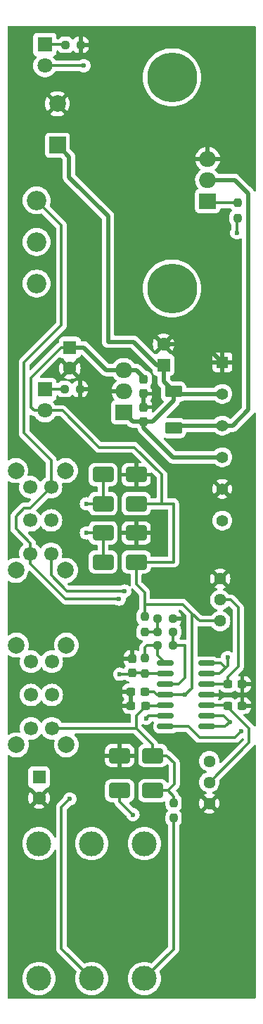
<source format=gbr>
%TF.GenerationSoftware,KiCad,Pcbnew,8.0.1*%
%TF.CreationDate,2024-07-30T21:31:35-05:00*%
%TF.ProjectId,expression-pedal-to-pwm,65787072-6573-4736-996f-6e2d70656461,rev?*%
%TF.SameCoordinates,Original*%
%TF.FileFunction,Copper,L1,Top*%
%TF.FilePolarity,Positive*%
%FSLAX46Y46*%
G04 Gerber Fmt 4.6, Leading zero omitted, Abs format (unit mm)*
G04 Created by KiCad (PCBNEW 8.0.1) date 2024-07-30 21:31:35*
%MOMM*%
%LPD*%
G01*
G04 APERTURE LIST*
G04 Aperture macros list*
%AMRoundRect*
0 Rectangle with rounded corners*
0 $1 Rounding radius*
0 $2 $3 $4 $5 $6 $7 $8 $9 X,Y pos of 4 corners*
0 Add a 4 corners polygon primitive as box body*
4,1,4,$2,$3,$4,$5,$6,$7,$8,$9,$2,$3,0*
0 Add four circle primitives for the rounded corners*
1,1,$1+$1,$2,$3*
1,1,$1+$1,$4,$5*
1,1,$1+$1,$6,$7*
1,1,$1+$1,$8,$9*
0 Add four rect primitives between the rounded corners*
20,1,$1+$1,$2,$3,$4,$5,0*
20,1,$1+$1,$4,$5,$6,$7,0*
20,1,$1+$1,$6,$7,$8,$9,0*
20,1,$1+$1,$8,$9,$2,$3,0*%
G04 Aperture macros list end*
%TA.AperFunction,SMDPad,CuDef*%
%ADD10RoundRect,0.237500X0.300000X0.237500X-0.300000X0.237500X-0.300000X-0.237500X0.300000X-0.237500X0*%
%TD*%
%TA.AperFunction,SMDPad,CuDef*%
%ADD11RoundRect,0.237500X-0.250000X-0.237500X0.250000X-0.237500X0.250000X0.237500X-0.250000X0.237500X0*%
%TD*%
%TA.AperFunction,SMDPad,CuDef*%
%ADD12RoundRect,0.237500X0.237500X-0.250000X0.237500X0.250000X-0.237500X0.250000X-0.237500X-0.250000X0*%
%TD*%
%TA.AperFunction,SMDPad,CuDef*%
%ADD13RoundRect,0.250000X-0.800000X0.450000X-0.800000X-0.450000X0.800000X-0.450000X0.800000X0.450000X0*%
%TD*%
%TA.AperFunction,SMDPad,CuDef*%
%ADD14RoundRect,0.250000X1.000000X0.650000X-1.000000X0.650000X-1.000000X-0.650000X1.000000X-0.650000X0*%
%TD*%
%TA.AperFunction,SMDPad,CuDef*%
%ADD15RoundRect,0.237500X-0.237500X0.300000X-0.237500X-0.300000X0.237500X-0.300000X0.237500X0.300000X0*%
%TD*%
%TA.AperFunction,SMDPad,CuDef*%
%ADD16RoundRect,0.237500X-0.300000X-0.237500X0.300000X-0.237500X0.300000X0.237500X-0.300000X0.237500X0*%
%TD*%
%TA.AperFunction,ComponentPad*%
%ADD17C,2.340000*%
%TD*%
%TA.AperFunction,SMDPad,CuDef*%
%ADD18RoundRect,0.237500X-0.237500X0.250000X-0.237500X-0.250000X0.237500X-0.250000X0.237500X0.250000X0*%
%TD*%
%TA.AperFunction,SMDPad,CuDef*%
%ADD19RoundRect,0.237500X0.237500X-0.300000X0.237500X0.300000X-0.237500X0.300000X-0.237500X-0.300000X0*%
%TD*%
%TA.AperFunction,SMDPad,CuDef*%
%ADD20RoundRect,0.237500X0.250000X0.237500X-0.250000X0.237500X-0.250000X-0.237500X0.250000X-0.237500X0*%
%TD*%
%TA.AperFunction,ComponentPad*%
%ADD21R,2.000000X2.000000*%
%TD*%
%TA.AperFunction,ComponentPad*%
%ADD22C,2.000000*%
%TD*%
%TA.AperFunction,SMDPad,CuDef*%
%ADD23RoundRect,0.250000X-1.000000X-0.650000X1.000000X-0.650000X1.000000X0.650000X-1.000000X0.650000X0*%
%TD*%
%TA.AperFunction,ComponentPad*%
%ADD24R,1.400000X1.400000*%
%TD*%
%TA.AperFunction,ComponentPad*%
%ADD25C,1.400000*%
%TD*%
%TA.AperFunction,ComponentPad*%
%ADD26C,1.440000*%
%TD*%
%TA.AperFunction,ComponentPad*%
%ADD27C,6.000000*%
%TD*%
%TA.AperFunction,SMDPad,CuDef*%
%ADD28RoundRect,0.150000X-0.825000X-0.150000X0.825000X-0.150000X0.825000X0.150000X-0.825000X0.150000X0*%
%TD*%
%TA.AperFunction,ComponentPad*%
%ADD29R,1.800000X1.800000*%
%TD*%
%TA.AperFunction,ComponentPad*%
%ADD30C,1.800000*%
%TD*%
%TA.AperFunction,ComponentPad*%
%ADD31C,3.000000*%
%TD*%
%TA.AperFunction,ComponentPad*%
%ADD32R,2.000000X1.905000*%
%TD*%
%TA.AperFunction,ComponentPad*%
%ADD33O,2.000000X1.905000*%
%TD*%
%TA.AperFunction,ComponentPad*%
%ADD34R,1.600000X1.600000*%
%TD*%
%TA.AperFunction,ComponentPad*%
%ADD35C,1.600000*%
%TD*%
%TA.AperFunction,ComponentPad*%
%ADD36C,1.700000*%
%TD*%
%TA.AperFunction,ViaPad*%
%ADD37C,0.600000*%
%TD*%
%TA.AperFunction,Conductor*%
%ADD38C,0.300000*%
%TD*%
%TA.AperFunction,Conductor*%
%ADD39C,0.500000*%
%TD*%
G04 APERTURE END LIST*
D10*
%TO.P,C10,1*%
%TO.N,5V*%
X126062500Y-155100000D03*
%TO.P,C10,2*%
%TO.N,GND*%
X124337500Y-155100000D03*
%TD*%
D11*
%TO.P,R2,1*%
%TO.N,Net-(R2-Pad1)*%
X127587500Y-147900000D03*
%TO.P,R2,2*%
%TO.N,Net-(U1A-+)*%
X129412500Y-147900000D03*
%TD*%
D12*
%TO.P,R4,1*%
%TO.N,Net-(R2-Pad1)*%
X126000000Y-147912500D03*
%TO.P,R4,2*%
%TO.N,5V*%
X126000000Y-146087500D03*
%TD*%
D13*
%TO.P,D1,1,K*%
%TO.N,/Power In*%
X129500000Y-119000000D03*
%TO.P,D1,2,A*%
%TO.N,Net-(D1-A)*%
X129500000Y-123400000D03*
%TD*%
D14*
%TO.P,D4,1,K*%
%TO.N,5V*%
X125000000Y-139500000D03*
%TO.P,D4,2,A*%
%TO.N,/Ring*%
X121000000Y-139500000D03*
%TD*%
D15*
%TO.P,C4,1*%
%TO.N,5V*%
X125900000Y-117537500D03*
%TO.P,C4,2*%
%TO.N,GND*%
X125900000Y-119262500D03*
%TD*%
D16*
%TO.P,C7,1*%
%TO.N,Net-(U1D-+)*%
X136037500Y-154200000D03*
%TO.P,C7,2*%
%TO.N,GND*%
X137762500Y-154200000D03*
%TD*%
D17*
%TO.P,RV3,1,1*%
%TO.N,VREF_LOW*%
X113000000Y-96000000D03*
%TO.P,RV3,2,2*%
%TO.N,Net-(J4-PadTN)*%
X113000000Y-101000000D03*
%TO.P,RV3,3,3*%
%TO.N,VREF_HIGH*%
X113000000Y-106000000D03*
%TD*%
D18*
%TO.P,R3,1*%
%TO.N,Net-(R1-Pad2)*%
X126000000Y-151087500D03*
%TO.P,R3,2*%
%TO.N,/OscillatorVoltage*%
X126000000Y-152912500D03*
%TD*%
D19*
%TO.P,C2,1*%
%TO.N,/Power In*%
X125900000Y-122600000D03*
%TO.P,C2,2*%
%TO.N,GND*%
X125900000Y-120875000D03*
%TD*%
D20*
%TO.P,R9,1*%
%TO.N,GND*%
X118300000Y-77300000D03*
%TO.P,R9,2*%
%TO.N,Net-(D9-K)*%
X116475000Y-77300000D03*
%TD*%
%TO.P,R8,1*%
%TO.N,GND*%
X118212500Y-118700000D03*
%TO.P,R8,2*%
%TO.N,Net-(D8-K)*%
X116387500Y-118700000D03*
%TD*%
D21*
%TO.P,C11,1*%
%TO.N,/Power In*%
X115500000Y-89367677D03*
D22*
%TO.P,C11,2*%
%TO.N,GND*%
X115500000Y-84367677D03*
%TD*%
D16*
%TO.P,C6,1*%
%TO.N,Net-(U1C-+)*%
X136037500Y-156800000D03*
%TO.P,C6,2*%
%TO.N,GND*%
X137762500Y-156800000D03*
%TD*%
D23*
%TO.P,D3,1,K*%
%TO.N,5V*%
X123000000Y-167000000D03*
%TO.P,D3,2,A*%
%TO.N,/Tip_filtered*%
X127000000Y-167000000D03*
%TD*%
D12*
%TO.P,R6,1*%
%TO.N,/PWM*%
X137200000Y-98125000D03*
%TO.P,R6,2*%
%TO.N,Net-(Q1-G)*%
X137200000Y-96300000D03*
%TD*%
D24*
%TO.P,J5,1,Pin_1*%
%TO.N,GND*%
X135355000Y-115475000D03*
D25*
%TO.P,J5,2,Pin_2*%
%TO.N,/Power In*%
X135355000Y-119285000D03*
%TO.P,J5,3,Pin_3*%
%TO.N,Net-(D1-A)*%
X135355000Y-123095000D03*
%TO.P,J5,4,Pin_4*%
%TO.N,/Power In*%
X135355000Y-126905000D03*
%TO.P,J5,5,Pin_5*%
%TO.N,GND*%
X135355000Y-130715000D03*
%TO.P,J5,6,Pin_6*%
%TO.N,/PWM*%
X135355000Y-134525000D03*
%TD*%
D26*
%TO.P,RV2,1,1*%
%TO.N,5V*%
X135100000Y-146600000D03*
%TO.P,RV2,2,2*%
%TO.N,Net-(U1D-+)*%
X135100000Y-144060000D03*
%TO.P,RV2,3,3*%
%TO.N,GND*%
X135100000Y-141520000D03*
%TD*%
D27*
%TO.P,HS1,1,Pin_1*%
%TO.N,unconnected-(HS1-Pin_1-Pad1)_0*%
X129300000Y-81200000D03*
%TO.N,unconnected-(HS1-Pin_1-Pad1)*%
X129300000Y-106600000D03*
%TD*%
D28*
%TO.P,U1,1*%
%TO.N,Net-(R1-Pad2)*%
X128525000Y-151690000D03*
%TO.P,U1,2,-*%
%TO.N,/OscillatorVoltage*%
X128525000Y-152960000D03*
%TO.P,U1,3,+*%
%TO.N,Net-(U1A-+)*%
X128525000Y-154230000D03*
%TO.P,U1,4,V+*%
%TO.N,5V*%
X128525000Y-155500000D03*
%TO.P,U1,5,+*%
%TO.N,/Tip_filtered*%
X128525000Y-156770000D03*
%TO.P,U1,6,-*%
%TO.N,/OscillatorVoltage*%
X128525000Y-158040000D03*
%TO.P,U1,7*%
%TO.N,/PWM*%
X128525000Y-159310000D03*
%TO.P,U1,8*%
%TO.N,VREF_LOW*%
X133475000Y-159310000D03*
%TO.P,U1,9,-*%
X133475000Y-158040000D03*
%TO.P,U1,10,+*%
%TO.N,Net-(U1C-+)*%
X133475000Y-156770000D03*
%TO.P,U1,11,V-*%
%TO.N,GND*%
X133475000Y-155500000D03*
%TO.P,U1,12,+*%
%TO.N,Net-(U1D-+)*%
X133475000Y-154230000D03*
%TO.P,U1,13,-*%
%TO.N,VREF_HIGH*%
X133475000Y-152960000D03*
%TO.P,U1,14*%
X133475000Y-151690000D03*
%TD*%
D29*
%TO.P,D9,1,K*%
%TO.N,Net-(D9-K)*%
X114000000Y-77250000D03*
D30*
%TO.P,D9,2,A*%
%TO.N,/PWM*%
X114000000Y-79790000D03*
%TD*%
D31*
%TO.P,J4,R*%
%TO.N,/Ring*%
X119625000Y-189615000D03*
%TO.P,J4,RN*%
%TO.N,unconnected-(J4-PadRN)*%
X119625000Y-173385000D03*
%TO.P,J4,S*%
%TO.N,/Sleeve*%
X113275000Y-189615000D03*
%TO.P,J4,SN*%
%TO.N,unconnected-(J4-PadSN)*%
X113275000Y-173385000D03*
%TO.P,J4,T*%
%TO.N,/Tip*%
X125975000Y-189615000D03*
%TO.P,J4,TN*%
%TO.N,Net-(J4-PadTN)*%
X125975000Y-173385000D03*
%TD*%
D10*
%TO.P,C8,1*%
%TO.N,/Tip_filtered*%
X126100000Y-156800000D03*
%TO.P,C8,2*%
%TO.N,GND*%
X124375000Y-156800000D03*
%TD*%
D20*
%TO.P,R5,1*%
%TO.N,GND*%
X129412500Y-146300000D03*
%TO.P,R5,2*%
%TO.N,Net-(R2-Pad1)*%
X127587500Y-146300000D03*
%TD*%
D14*
%TO.P,D2,1,K*%
%TO.N,/Tip_filtered*%
X127000000Y-162800000D03*
%TO.P,D2,2,A*%
%TO.N,GND*%
X123000000Y-162800000D03*
%TD*%
D32*
%TO.P,Q1,1,G*%
%TO.N,Net-(Q1-G)*%
X133590000Y-96100000D03*
D33*
%TO.P,Q1,2,D*%
%TO.N,Net-(D1-A)*%
X133590000Y-93560000D03*
%TO.P,Q1,3,S*%
%TO.N,GND*%
X133590000Y-91020000D03*
%TD*%
D34*
%TO.P,C9,1*%
%TO.N,Net-(C9-Pad1)*%
X113300000Y-165394888D03*
D35*
%TO.P,C9,2*%
%TO.N,GND*%
X113300000Y-167894888D03*
%TD*%
D18*
%TO.P,R7,1*%
%TO.N,/Tip_filtered*%
X129500000Y-168487500D03*
%TO.P,R7,2*%
%TO.N,/Tip*%
X129500000Y-170312500D03*
%TD*%
D19*
%TO.P,C5,1*%
%TO.N,/OscillatorVoltage*%
X124500000Y-152862500D03*
%TO.P,C5,2*%
%TO.N,GND*%
X124500000Y-151137500D03*
%TD*%
D22*
%TO.P,SW2,*%
%TO.N,*%
X116582500Y-149500000D03*
X110582500Y-149500000D03*
X116582500Y-161500000D03*
X110582500Y-161500000D03*
D36*
%TO.P,SW2,1,A*%
%TO.N,unconnected-(SW2-A-Pad1)*%
X114832500Y-151500000D03*
%TO.P,SW2,2,B*%
%TO.N,Net-(C9-Pad1)*%
X114832500Y-155500000D03*
%TO.P,SW2,3,C*%
%TO.N,/Tip_filtered*%
X114832500Y-159500000D03*
%TO.P,SW2,4,A*%
%TO.N,unconnected-(SW2-A-Pad4)*%
X112332500Y-151500000D03*
%TO.P,SW2,5,B*%
%TO.N,unconnected-(SW2-B-Pad5)*%
X112332500Y-155500000D03*
%TO.P,SW2,6,C*%
%TO.N,unconnected-(SW2-C-Pad6)*%
X112332500Y-159500000D03*
%TD*%
D23*
%TO.P,D7,1,K*%
%TO.N,/Sleeve*%
X121000000Y-129000000D03*
%TO.P,D7,2,A*%
%TO.N,GND*%
X125000000Y-129000000D03*
%TD*%
D34*
%TO.P,C1,1*%
%TO.N,/Power In*%
X128300000Y-115805113D03*
D35*
%TO.P,C1,2*%
%TO.N,GND*%
X128300000Y-113305113D03*
%TD*%
D22*
%TO.P,SW1,*%
%TO.N,*%
X116500000Y-128500000D03*
X110500000Y-128500000D03*
X116500000Y-140500000D03*
X110500000Y-140500000D03*
D36*
%TO.P,SW1,1,A*%
%TO.N,VREF_LOW*%
X114750000Y-130500000D03*
%TO.P,SW1,2,B*%
%TO.N,/Sleeve*%
X114750000Y-134500000D03*
%TO.P,SW1,3,C*%
%TO.N,VREF_HIGH*%
X114750000Y-138500000D03*
%TO.P,SW1,4,A*%
X112250000Y-130500000D03*
%TO.P,SW1,5,B*%
%TO.N,/Ring*%
X112250000Y-134500000D03*
%TO.P,SW1,6,C*%
%TO.N,VREF_LOW*%
X112250000Y-138500000D03*
%TD*%
D32*
%TO.P,U2,1,VI*%
%TO.N,/Power In*%
X123500000Y-121500000D03*
D33*
%TO.P,U2,2,GND*%
%TO.N,GND*%
X123500000Y-118960000D03*
%TO.P,U2,3,VO*%
%TO.N,5V*%
X123500000Y-116420000D03*
%TD*%
D23*
%TO.P,D5,1,K*%
%TO.N,/Ring*%
X121000000Y-136000000D03*
%TO.P,D5,2,A*%
%TO.N,GND*%
X125000000Y-136000000D03*
%TD*%
D26*
%TO.P,RV1,1,1*%
%TO.N,5V*%
X133800000Y-163460000D03*
%TO.P,RV1,2,2*%
%TO.N,Net-(U1C-+)*%
X133800000Y-166000000D03*
%TO.P,RV1,3,3*%
%TO.N,GND*%
X133800000Y-168540000D03*
%TD*%
D29*
%TO.P,D8,1,K*%
%TO.N,Net-(D8-K)*%
X114000000Y-118750000D03*
D30*
%TO.P,D8,2,A*%
%TO.N,5V*%
X114000000Y-121290000D03*
%TD*%
D14*
%TO.P,D6,1,K*%
%TO.N,5V*%
X125000000Y-132500000D03*
%TO.P,D6,2,A*%
%TO.N,/Sleeve*%
X121000000Y-132500000D03*
%TD*%
D20*
%TO.P,R1,1*%
%TO.N,Net-(U1A-+)*%
X129412500Y-149500000D03*
%TO.P,R1,2*%
%TO.N,Net-(R1-Pad2)*%
X127587500Y-149500000D03*
%TD*%
D34*
%TO.P,C3,1*%
%TO.N,5V*%
X117000000Y-113700000D03*
D35*
%TO.P,C3,2*%
%TO.N,GND*%
X117000000Y-116200000D03*
%TD*%
D37*
%TO.N,/OscillatorVoltage*%
X123000000Y-153000000D03*
X126200000Y-158300000D03*
%TO.N,5V*%
X124600000Y-169900000D03*
X130900000Y-155500000D03*
%TO.N,/PWM*%
X118690000Y-79790000D03*
X137600000Y-159900000D03*
X137100000Y-99900000D03*
%TO.N,GND*%
X131100000Y-130200000D03*
X138100000Y-90900000D03*
X111800000Y-178500000D03*
X122700000Y-151100000D03*
X123900000Y-100500000D03*
X125800000Y-87500000D03*
X136600000Y-81000000D03*
X118900000Y-87300000D03*
X130900000Y-90900000D03*
X127100000Y-97600000D03*
X137400000Y-176400000D03*
X136000000Y-155500000D03*
X133200000Y-87100000D03*
X127600000Y-143000000D03*
X111100000Y-81300000D03*
X111200000Y-110700000D03*
X121800000Y-119800000D03*
X122900000Y-178200000D03*
X124100000Y-93500000D03*
X132700000Y-181400000D03*
X111000000Y-76300000D03*
X117200000Y-146600000D03*
X122900000Y-160600000D03*
X124400000Y-149300000D03*
X127600000Y-136800000D03*
X130700000Y-146400000D03*
X129700000Y-161600000D03*
X137200000Y-76600000D03*
X118800000Y-101200000D03*
X111100000Y-144600000D03*
X111400000Y-87800000D03*
X124100000Y-127000000D03*
X111600000Y-185400000D03*
X135800000Y-168900000D03*
X138800000Y-155500000D03*
X133000000Y-141500000D03*
X132900000Y-173000000D03*
X121600000Y-78500000D03*
X118000000Y-165200000D03*
X127000000Y-130800000D03*
X123400000Y-184500000D03*
X123200000Y-146200000D03*
X134200000Y-149200000D03*
X119700000Y-118700000D03*
X118400000Y-110300000D03*
X121900000Y-117800000D03*
X117500000Y-155300000D03*
X130700000Y-148100000D03*
X110800000Y-168100000D03*
X135400000Y-161800000D03*
X118100000Y-120300000D03*
X138800000Y-152700000D03*
X136300000Y-189100000D03*
X137500000Y-166500000D03*
X134300000Y-112300000D03*
X125100000Y-165000000D03*
X127500000Y-135300000D03*
X115800000Y-124900000D03*
X135600000Y-104200000D03*
X123100000Y-108700000D03*
%TO.N,VREF_HIGH*%
X123600000Y-143000000D03*
X136000000Y-151000000D03*
%TO.N,VREF_LOW*%
X136250000Y-158750000D03*
X122939998Y-143950000D03*
%TO.N,/Ring*%
X119000000Y-136000000D03*
X117000000Y-168000000D03*
%TO.N,/Sleeve*%
X119000000Y-132500000D03*
%TD*%
D38*
%TO.N,/OscillatorVoltage*%
X123000000Y-153000000D02*
X124362500Y-153000000D01*
X126000000Y-152912500D02*
X128477500Y-152912500D01*
X126460000Y-158040000D02*
X126200000Y-158300000D01*
X125950000Y-152862500D02*
X126000000Y-152912500D01*
X128477500Y-152912500D02*
X128525000Y-152960000D01*
X124500000Y-152862500D02*
X125950000Y-152862500D01*
X128525000Y-158040000D02*
X126460000Y-158040000D01*
X124362500Y-153000000D02*
X124500000Y-152862500D01*
%TO.N,Net-(U1D-+)*%
X137300000Y-152100000D02*
X137300000Y-145000000D01*
X133475000Y-154230000D02*
X136007500Y-154230000D01*
X136037500Y-153362500D02*
X137300000Y-152100000D01*
X136007500Y-154230000D02*
X136037500Y-154200000D01*
X136037500Y-154200000D02*
X136037500Y-153362500D01*
X137300000Y-145000000D02*
X136360000Y-144060000D01*
X136360000Y-144060000D02*
X135100000Y-144060000D01*
%TO.N,5V*%
X129500000Y-132500000D02*
X129500000Y-139500000D01*
X112727208Y-121290000D02*
X112315685Y-120878477D01*
X131700000Y-154700000D02*
X131700000Y-145700000D01*
X120500000Y-125700000D02*
X124800000Y-125700000D01*
X115950000Y-113700000D02*
X117000000Y-113700000D01*
D39*
X117000000Y-113700000D02*
X118700000Y-113700000D01*
D38*
X112315685Y-120878477D02*
X112315685Y-117334315D01*
X129500000Y-139500000D02*
X125000000Y-139500000D01*
D39*
X118700000Y-113700000D02*
X121420000Y-116420000D01*
X121420000Y-116420000D02*
X123500000Y-116420000D01*
D38*
X123000000Y-167000000D02*
X123000000Y-168300000D01*
X127100000Y-155100000D02*
X126062500Y-155100000D01*
X128525000Y-155500000D02*
X127500000Y-155500000D01*
X132600000Y-146600000D02*
X131700000Y-145700000D01*
X126100000Y-144600000D02*
X126000000Y-144500000D01*
X131700000Y-145700000D02*
X130600000Y-144600000D01*
X114000000Y-121290000D02*
X112727208Y-121290000D01*
X126000000Y-143200000D02*
X126000000Y-144500000D01*
D39*
X125900000Y-117537500D02*
X125900000Y-117300000D01*
D38*
X135100000Y-146600000D02*
X132600000Y-146600000D01*
X128525000Y-155500000D02*
X130900000Y-155500000D01*
D39*
X124980000Y-116420000D02*
X123500000Y-116420000D01*
D38*
X128100000Y-129000000D02*
X128100000Y-132500000D01*
D39*
X125000000Y-116400000D02*
X124980000Y-116420000D01*
D38*
X130900000Y-155500000D02*
X131700000Y-154700000D01*
X125000000Y-139500000D02*
X125000000Y-142200000D01*
X126000000Y-144500000D02*
X126000000Y-146087500D01*
X125000000Y-142200000D02*
X126000000Y-143200000D01*
X116090000Y-121290000D02*
X120500000Y-125700000D01*
X112315685Y-117334315D02*
X115950000Y-113700000D01*
X127500000Y-155500000D02*
X127100000Y-155100000D01*
X128100000Y-132500000D02*
X129500000Y-132500000D01*
D39*
X125900000Y-117300000D02*
X125000000Y-116400000D01*
D38*
X114000000Y-121290000D02*
X116090000Y-121290000D01*
X124800000Y-125700000D02*
X128100000Y-129000000D01*
X123000000Y-168300000D02*
X124600000Y-169900000D01*
X125000000Y-132500000D02*
X128100000Y-132500000D01*
X130600000Y-144600000D02*
X126100000Y-144600000D01*
%TO.N,/PWM*%
X131310000Y-159310000D02*
X132600000Y-160600000D01*
X128525000Y-159310000D02*
X131310000Y-159310000D01*
X137100000Y-98225000D02*
X137200000Y-98125000D01*
X118690000Y-79790000D02*
X114000000Y-79790000D01*
X132600000Y-160600000D02*
X136900000Y-160600000D01*
X136900000Y-160600000D02*
X137600000Y-159900000D01*
X137100000Y-99900000D02*
X137100000Y-98225000D01*
%TO.N,Net-(U1A-+)*%
X130900000Y-153400000D02*
X130070000Y-154230000D01*
X129412500Y-149500000D02*
X129412500Y-147900000D01*
X130070000Y-154230000D02*
X128525000Y-154230000D01*
X130900000Y-149500000D02*
X130900000Y-153400000D01*
X129412500Y-149500000D02*
X130900000Y-149500000D01*
%TO.N,Net-(R1-Pad2)*%
X126300000Y-149500000D02*
X127587500Y-149500000D01*
X128525000Y-151690000D02*
X127587500Y-150752500D01*
X126000000Y-151087500D02*
X126000000Y-149800000D01*
X126000000Y-149800000D02*
X126300000Y-149500000D01*
X127587500Y-150752500D02*
X127587500Y-149500000D01*
D39*
%TO.N,GND*%
X135355000Y-115475000D02*
X133185113Y-113305113D01*
X133185113Y-113305113D02*
X128300000Y-113305113D01*
D38*
%TO.N,Net-(U1C-+)*%
X138600000Y-161200000D02*
X133800000Y-166000000D01*
X136007500Y-156770000D02*
X136037500Y-156800000D01*
X138600000Y-159556497D02*
X138600000Y-161200000D01*
X133475000Y-156770000D02*
X136007500Y-156770000D01*
X136037500Y-156800000D02*
X136037500Y-156993997D01*
X136037500Y-156993997D02*
X138600000Y-159556497D01*
%TO.N,Net-(R2-Pad1)*%
X127587500Y-147900000D02*
X127587500Y-146300000D01*
X127587500Y-147900000D02*
X126012500Y-147900000D01*
X126012500Y-147900000D02*
X126000000Y-147912500D01*
%TO.N,VREF_HIGH*%
X136000000Y-152000000D02*
X135750000Y-152250000D01*
X135750000Y-152250000D02*
X135040000Y-152960000D01*
X114750000Y-138500000D02*
X114750000Y-141083453D01*
X135040000Y-152960000D02*
X133475000Y-152960000D01*
X133475000Y-151690000D02*
X135190000Y-151690000D01*
X136000000Y-151000000D02*
X136000000Y-152000000D01*
X135190000Y-151690000D02*
X135750000Y-152250000D01*
X116666547Y-143000000D02*
X123600000Y-143000000D01*
X114750000Y-141083453D02*
X116666547Y-143000000D01*
%TO.N,VREF_LOW*%
X136250000Y-158750000D02*
X135690000Y-159310000D01*
X133475000Y-158040000D02*
X135540000Y-158040000D01*
X111500000Y-124000000D02*
X114750000Y-127250000D01*
X116000000Y-99000000D02*
X116000000Y-111000000D01*
X112250000Y-133000000D02*
X111500000Y-133000000D01*
X116485177Y-143950000D02*
X122939998Y-143950000D01*
X110500000Y-135500000D02*
X112250000Y-137250000D01*
X112250000Y-138500000D02*
X112250000Y-139714823D01*
X111500000Y-115500000D02*
X111500000Y-124000000D01*
X112250000Y-139714823D02*
X116485177Y-143950000D01*
X135690000Y-159310000D02*
X133475000Y-159310000D01*
X114750000Y-127250000D02*
X114750000Y-130500000D01*
X111500000Y-133000000D02*
X110500000Y-134000000D01*
X116000000Y-111000000D02*
X111500000Y-115500000D01*
X110500000Y-134000000D02*
X110500000Y-135500000D01*
X113000000Y-96000000D02*
X116000000Y-99000000D01*
X114750000Y-130500000D02*
X112250000Y-133000000D01*
X112250000Y-137250000D02*
X112250000Y-138500000D01*
X135540000Y-158040000D02*
X136250000Y-158750000D01*
D39*
%TO.N,/Power In*%
X127000000Y-122600000D02*
X129500000Y-120100000D01*
X129405000Y-126905000D02*
X125900000Y-123400000D01*
X135355000Y-126905000D02*
X129405000Y-126905000D01*
X123500000Y-121500000D02*
X124600000Y-122600000D01*
X124600000Y-122600000D02*
X125900000Y-122600000D01*
X116900000Y-93200000D02*
X121600000Y-97900000D01*
X128300000Y-115805113D02*
X128300000Y-117800000D01*
X127505113Y-115805113D02*
X128300000Y-115805113D01*
X115500000Y-89367677D02*
X116900000Y-90767677D01*
X129500000Y-120100000D02*
X129500000Y-119000000D01*
X124700000Y-113000000D02*
X127505113Y-115805113D01*
X125900000Y-122600000D02*
X127000000Y-122600000D01*
X128300000Y-117800000D02*
X129500000Y-119000000D01*
X116900000Y-90767677D02*
X116900000Y-93200000D01*
X121600000Y-97900000D02*
X121600000Y-113000000D01*
X129785000Y-119285000D02*
X129500000Y-119000000D01*
X121600000Y-113000000D02*
X124700000Y-113000000D01*
X135355000Y-119285000D02*
X129785000Y-119285000D01*
X125900000Y-123400000D02*
X125900000Y-122600000D01*
D38*
%TO.N,Net-(Q1-G)*%
X137200000Y-96300000D02*
X133790000Y-96300000D01*
X133790000Y-96300000D02*
X133590000Y-96100000D01*
D39*
%TO.N,Net-(D1-A)*%
X138500000Y-121200000D02*
X136605000Y-123095000D01*
X136860000Y-93560000D02*
X138500000Y-95200000D01*
X129805000Y-123095000D02*
X129500000Y-123400000D01*
X135355000Y-123095000D02*
X129805000Y-123095000D01*
X133590000Y-93560000D02*
X136860000Y-93560000D01*
X136605000Y-123095000D02*
X135355000Y-123095000D01*
X138500000Y-95200000D02*
X138500000Y-121200000D01*
D38*
%TO.N,/Tip_filtered*%
X126100000Y-156874196D02*
X125000000Y-157974196D01*
X125000000Y-159500000D02*
X127000000Y-161500000D01*
X126100000Y-156800000D02*
X128495000Y-156800000D01*
X129600000Y-163700000D02*
X129600000Y-166200000D01*
X125000000Y-157974196D02*
X125000000Y-159500000D01*
X127000000Y-161500000D02*
X127000000Y-162800000D01*
X128495000Y-156800000D02*
X128525000Y-156770000D01*
X114832500Y-159500000D02*
X125000000Y-159500000D01*
X128800000Y-167000000D02*
X127000000Y-167000000D01*
X129600000Y-166200000D02*
X128800000Y-167000000D01*
X127000000Y-162800000D02*
X128700000Y-162800000D01*
X129500000Y-167700000D02*
X128800000Y-167000000D01*
X126100000Y-156800000D02*
X126100000Y-156874196D01*
X128700000Y-162800000D02*
X129600000Y-163700000D01*
X129500000Y-168487500D02*
X129500000Y-167700000D01*
%TO.N,/Ring*%
X121000000Y-136000000D02*
X121000000Y-139500000D01*
X117000000Y-168000000D02*
X116000000Y-169000000D01*
X116000000Y-185990000D02*
X119625000Y-189615000D01*
X121000000Y-136000000D02*
X119000000Y-136000000D01*
X116000000Y-169000000D02*
X116000000Y-185990000D01*
%TO.N,/Sleeve*%
X121000000Y-132500000D02*
X119000000Y-132500000D01*
X121000000Y-132500000D02*
X121000000Y-129000000D01*
%TO.N,Net-(D8-K)*%
X116337500Y-118750000D02*
X116387500Y-118700000D01*
X114000000Y-118750000D02*
X116337500Y-118750000D01*
%TO.N,Net-(D9-K)*%
X114000000Y-77250000D02*
X116425000Y-77250000D01*
X116425000Y-77250000D02*
X116475000Y-77300000D01*
%TO.N,/Tip*%
X129500000Y-186090000D02*
X129500000Y-170312500D01*
X125975000Y-189615000D02*
X129500000Y-186090000D01*
%TD*%
%TA.AperFunction,Conductor*%
%TO.N,GND*%
G36*
X127071563Y-158710185D02*
G01*
X127117318Y-158762989D01*
X127127262Y-158832147D01*
X127111257Y-158877617D01*
X127098734Y-158898792D01*
X127098253Y-158899607D01*
X127052402Y-159057426D01*
X127052401Y-159057432D01*
X127049500Y-159094298D01*
X127049500Y-159525701D01*
X127052401Y-159562567D01*
X127052402Y-159562573D01*
X127098254Y-159720393D01*
X127098255Y-159720396D01*
X127098256Y-159720398D01*
X127102745Y-159727988D01*
X127181917Y-159861862D01*
X127181923Y-159861870D01*
X127298129Y-159978076D01*
X127298133Y-159978079D01*
X127298135Y-159978081D01*
X127439602Y-160061744D01*
X127481224Y-160073836D01*
X127597426Y-160107597D01*
X127597429Y-160107597D01*
X127597431Y-160107598D01*
X127634306Y-160110500D01*
X127634314Y-160110500D01*
X129415686Y-160110500D01*
X129415694Y-160110500D01*
X129452569Y-160107598D01*
X129452571Y-160107597D01*
X129452573Y-160107597D01*
X129494191Y-160095505D01*
X129610398Y-160061744D01*
X129720181Y-159996819D01*
X129752395Y-159977768D01*
X129815516Y-159960500D01*
X130989192Y-159960500D01*
X131056231Y-159980185D01*
X131076873Y-159996819D01*
X132185324Y-161105271D01*
X132185331Y-161105277D01*
X132291871Y-161176464D01*
X132291870Y-161176464D01*
X132326544Y-161190826D01*
X132410256Y-161225501D01*
X132410260Y-161225501D01*
X132410261Y-161225502D01*
X132535928Y-161250500D01*
X132535931Y-161250500D01*
X136964071Y-161250500D01*
X137055599Y-161232293D01*
X137089744Y-161225501D01*
X137208127Y-161176465D01*
X137314669Y-161105277D01*
X137698225Y-160721719D01*
X137759544Y-160688237D01*
X137772019Y-160686183D01*
X137779255Y-160685368D01*
X137784542Y-160683517D01*
X137854316Y-160679952D01*
X137914945Y-160714676D01*
X137947177Y-160776667D01*
X137949500Y-160800557D01*
X137949500Y-160879191D01*
X137929815Y-160946230D01*
X137913181Y-160966872D01*
X135228202Y-163651850D01*
X135166879Y-163685335D01*
X135097187Y-163680351D01*
X135041254Y-163638479D01*
X135016837Y-163573015D01*
X135016992Y-163553373D01*
X135025162Y-163460000D01*
X135006549Y-163247253D01*
X134951276Y-163040970D01*
X134861021Y-162847419D01*
X134738529Y-162672481D01*
X134738527Y-162672478D01*
X134587521Y-162521472D01*
X134412578Y-162398977D01*
X134412579Y-162398977D01*
X134283547Y-162338809D01*
X134219030Y-162308724D01*
X134219026Y-162308723D01*
X134219022Y-162308721D01*
X134012752Y-162253452D01*
X134012748Y-162253451D01*
X134012747Y-162253451D01*
X134012746Y-162253450D01*
X134012741Y-162253450D01*
X133800002Y-162234838D01*
X133799998Y-162234838D01*
X133587258Y-162253450D01*
X133587247Y-162253452D01*
X133380977Y-162308721D01*
X133380968Y-162308725D01*
X133187421Y-162398977D01*
X133012478Y-162521472D01*
X132861472Y-162672478D01*
X132738977Y-162847421D01*
X132648725Y-163040968D01*
X132648721Y-163040977D01*
X132593452Y-163247247D01*
X132593450Y-163247258D01*
X132574838Y-163459998D01*
X132574838Y-163460001D01*
X132593450Y-163672741D01*
X132593452Y-163672752D01*
X132648721Y-163879022D01*
X132648723Y-163879026D01*
X132648724Y-163879030D01*
X132667057Y-163918345D01*
X132738977Y-164072578D01*
X132861472Y-164247521D01*
X133012478Y-164398527D01*
X133012481Y-164398529D01*
X133187419Y-164521021D01*
X133187421Y-164521022D01*
X133187420Y-164521022D01*
X133243139Y-164547004D01*
X133380970Y-164611276D01*
X133380983Y-164611279D01*
X133386064Y-164613130D01*
X133385292Y-164615250D01*
X133436710Y-164646594D01*
X133467237Y-164709442D01*
X133458939Y-164778817D01*
X133414452Y-164832693D01*
X133385685Y-164845830D01*
X133386064Y-164846870D01*
X133380972Y-164848723D01*
X133380970Y-164848724D01*
X133380968Y-164848725D01*
X133187421Y-164938977D01*
X133012478Y-165061472D01*
X132861472Y-165212478D01*
X132738977Y-165387421D01*
X132648725Y-165580968D01*
X132648721Y-165580977D01*
X132593452Y-165787247D01*
X132593450Y-165787258D01*
X132574838Y-165999998D01*
X132574838Y-166000001D01*
X132593450Y-166212741D01*
X132593452Y-166212752D01*
X132648721Y-166419022D01*
X132648723Y-166419026D01*
X132648724Y-166419030D01*
X132657206Y-166437219D01*
X132738977Y-166612578D01*
X132738978Y-166612580D01*
X132738979Y-166612581D01*
X132757254Y-166638681D01*
X132861472Y-166787521D01*
X133012478Y-166938527D01*
X133012481Y-166938529D01*
X133187419Y-167061021D01*
X133187421Y-167061022D01*
X133187420Y-167061022D01*
X133244589Y-167087680D01*
X133380970Y-167151276D01*
X133380983Y-167151279D01*
X133386064Y-167153130D01*
X133385390Y-167154978D01*
X133437680Y-167186857D01*
X133468204Y-167249707D01*
X133459903Y-167319082D01*
X133415413Y-167372956D01*
X133385904Y-167386432D01*
X133386236Y-167387342D01*
X133381140Y-167389197D01*
X133187671Y-167479412D01*
X133187669Y-167479413D01*
X133131969Y-167518415D01*
X133131968Y-167518415D01*
X133753554Y-168140000D01*
X133747339Y-168140000D01*
X133645606Y-168167259D01*
X133554394Y-168219920D01*
X133479920Y-168294394D01*
X133427259Y-168385606D01*
X133400000Y-168487339D01*
X133400000Y-168493553D01*
X132778415Y-167871968D01*
X132778415Y-167871969D01*
X132739413Y-167927669D01*
X132739412Y-167927671D01*
X132649197Y-168121140D01*
X132649194Y-168121146D01*
X132593945Y-168327337D01*
X132593944Y-168327345D01*
X132575340Y-168539997D01*
X132575340Y-168540002D01*
X132593944Y-168752654D01*
X132593945Y-168752662D01*
X132649194Y-168958853D01*
X132649197Y-168958859D01*
X132739413Y-169152329D01*
X132778415Y-169208030D01*
X133400000Y-168586445D01*
X133400000Y-168592661D01*
X133427259Y-168694394D01*
X133479920Y-168785606D01*
X133554394Y-168860080D01*
X133645606Y-168912741D01*
X133747339Y-168940000D01*
X133753553Y-168940000D01*
X133131968Y-169561584D01*
X133187663Y-169600582D01*
X133187669Y-169600586D01*
X133381140Y-169690802D01*
X133381146Y-169690805D01*
X133587337Y-169746054D01*
X133587345Y-169746055D01*
X133799998Y-169764660D01*
X133800002Y-169764660D01*
X134012654Y-169746055D01*
X134012662Y-169746054D01*
X134218853Y-169690805D01*
X134218864Y-169690801D01*
X134412325Y-169600589D01*
X134468030Y-169561583D01*
X133846448Y-168940000D01*
X133852661Y-168940000D01*
X133954394Y-168912741D01*
X134045606Y-168860080D01*
X134120080Y-168785606D01*
X134172741Y-168694394D01*
X134200000Y-168592661D01*
X134200000Y-168586447D01*
X134821583Y-169208029D01*
X134860589Y-169152325D01*
X134950801Y-168958864D01*
X134950805Y-168958853D01*
X135006054Y-168752662D01*
X135006055Y-168752654D01*
X135024660Y-168540002D01*
X135024660Y-168539997D01*
X135006055Y-168327345D01*
X135006054Y-168327337D01*
X134950805Y-168121146D01*
X134950802Y-168121140D01*
X134860586Y-167927669D01*
X134860582Y-167927663D01*
X134821584Y-167871968D01*
X134200000Y-168493552D01*
X134200000Y-168487339D01*
X134172741Y-168385606D01*
X134120080Y-168294394D01*
X134045606Y-168219920D01*
X133954394Y-168167259D01*
X133852661Y-168140000D01*
X133846447Y-168140000D01*
X134468030Y-167518415D01*
X134412329Y-167479413D01*
X134218859Y-167389197D01*
X134213764Y-167387342D01*
X134214455Y-167385443D01*
X134162325Y-167353667D01*
X134131797Y-167290820D01*
X134140093Y-167221444D01*
X134184579Y-167167567D01*
X134214257Y-167154014D01*
X134213936Y-167153130D01*
X134219013Y-167151280D01*
X134219030Y-167151276D01*
X134412581Y-167061021D01*
X134587519Y-166938529D01*
X134738529Y-166787519D01*
X134861021Y-166612581D01*
X134951276Y-166419030D01*
X135006549Y-166212747D01*
X135025162Y-166000000D01*
X135006549Y-165787253D01*
X135006548Y-165787252D01*
X135006077Y-165781859D01*
X135007387Y-165781744D01*
X135014432Y-165718593D01*
X135041119Y-165678825D01*
X139105277Y-161614669D01*
X139172398Y-161514212D01*
X139226009Y-161469409D01*
X139295334Y-161460701D01*
X139358362Y-161490855D01*
X139395081Y-161550297D01*
X139399500Y-161583104D01*
X139399500Y-191875500D01*
X139379815Y-191942539D01*
X139327011Y-191988294D01*
X139275500Y-191999500D01*
X109624500Y-191999500D01*
X109557461Y-191979815D01*
X109511706Y-191927011D01*
X109500500Y-191875500D01*
X109500500Y-189615001D01*
X111269390Y-189615001D01*
X111289804Y-189900433D01*
X111350628Y-190180037D01*
X111450635Y-190448166D01*
X111587770Y-190699309D01*
X111587775Y-190699317D01*
X111759254Y-190928387D01*
X111759270Y-190928405D01*
X111961594Y-191130729D01*
X111961612Y-191130745D01*
X112190682Y-191302224D01*
X112190690Y-191302229D01*
X112441833Y-191439364D01*
X112441832Y-191439364D01*
X112441836Y-191439365D01*
X112441839Y-191439367D01*
X112709954Y-191539369D01*
X112709960Y-191539370D01*
X112709962Y-191539371D01*
X112989566Y-191600195D01*
X112989568Y-191600195D01*
X112989572Y-191600196D01*
X113243220Y-191618337D01*
X113274999Y-191620610D01*
X113275000Y-191620610D01*
X113275001Y-191620610D01*
X113303595Y-191618564D01*
X113560428Y-191600196D01*
X113840046Y-191539369D01*
X114108161Y-191439367D01*
X114359315Y-191302226D01*
X114588395Y-191130739D01*
X114790739Y-190928395D01*
X114962226Y-190699315D01*
X115099367Y-190448161D01*
X115199369Y-190180046D01*
X115260196Y-189900428D01*
X115280610Y-189615000D01*
X115260196Y-189329572D01*
X115199369Y-189049954D01*
X115099367Y-188781839D01*
X114962226Y-188530685D01*
X114962224Y-188530682D01*
X114790745Y-188301612D01*
X114790729Y-188301594D01*
X114588405Y-188099270D01*
X114588387Y-188099254D01*
X114359317Y-187927775D01*
X114359309Y-187927770D01*
X114108166Y-187790635D01*
X114108167Y-187790635D01*
X114000915Y-187750632D01*
X113840046Y-187690631D01*
X113840043Y-187690630D01*
X113840037Y-187690628D01*
X113560433Y-187629804D01*
X113275001Y-187609390D01*
X113274999Y-187609390D01*
X112989566Y-187629804D01*
X112709962Y-187690628D01*
X112441833Y-187790635D01*
X112190690Y-187927770D01*
X112190682Y-187927775D01*
X111961612Y-188099254D01*
X111961594Y-188099270D01*
X111759270Y-188301594D01*
X111759254Y-188301612D01*
X111587775Y-188530682D01*
X111587770Y-188530690D01*
X111450635Y-188781833D01*
X111350628Y-189049962D01*
X111289804Y-189329566D01*
X111269390Y-189614998D01*
X111269390Y-189615001D01*
X109500500Y-189615001D01*
X109500500Y-173385001D01*
X111269390Y-173385001D01*
X111289804Y-173670433D01*
X111350628Y-173950037D01*
X111350630Y-173950043D01*
X111350631Y-173950046D01*
X111440682Y-174191481D01*
X111450635Y-174218166D01*
X111587770Y-174469309D01*
X111587775Y-174469317D01*
X111759254Y-174698387D01*
X111759270Y-174698405D01*
X111961594Y-174900729D01*
X111961612Y-174900745D01*
X112190682Y-175072224D01*
X112190690Y-175072229D01*
X112441833Y-175209364D01*
X112441832Y-175209364D01*
X112441836Y-175209365D01*
X112441839Y-175209367D01*
X112709954Y-175309369D01*
X112709960Y-175309370D01*
X112709962Y-175309371D01*
X112989566Y-175370195D01*
X112989568Y-175370195D01*
X112989572Y-175370196D01*
X113243220Y-175388337D01*
X113274999Y-175390610D01*
X113275000Y-175390610D01*
X113275001Y-175390610D01*
X113303595Y-175388564D01*
X113560428Y-175370196D01*
X113840046Y-175309369D01*
X114108161Y-175209367D01*
X114359315Y-175072226D01*
X114588395Y-174900739D01*
X114790739Y-174698395D01*
X114962226Y-174469315D01*
X115099367Y-174218161D01*
X115109318Y-174191480D01*
X115151189Y-174135547D01*
X115216653Y-174111129D01*
X115284926Y-174125980D01*
X115334332Y-174175385D01*
X115349500Y-174234813D01*
X115349500Y-186054069D01*
X115369392Y-186154069D01*
X115374499Y-186179744D01*
X115423534Y-186298125D01*
X115494726Y-186404673D01*
X115494727Y-186404674D01*
X117763642Y-188673587D01*
X117797127Y-188734910D01*
X117792143Y-188804601D01*
X117700629Y-189049960D01*
X117639804Y-189329566D01*
X117619390Y-189614998D01*
X117619390Y-189615001D01*
X117639804Y-189900433D01*
X117700628Y-190180037D01*
X117800635Y-190448166D01*
X117937770Y-190699309D01*
X117937775Y-190699317D01*
X118109254Y-190928387D01*
X118109270Y-190928405D01*
X118311594Y-191130729D01*
X118311612Y-191130745D01*
X118540682Y-191302224D01*
X118540690Y-191302229D01*
X118791833Y-191439364D01*
X118791832Y-191439364D01*
X118791836Y-191439365D01*
X118791839Y-191439367D01*
X119059954Y-191539369D01*
X119059960Y-191539370D01*
X119059962Y-191539371D01*
X119339566Y-191600195D01*
X119339568Y-191600195D01*
X119339572Y-191600196D01*
X119593220Y-191618337D01*
X119624999Y-191620610D01*
X119625000Y-191620610D01*
X119625001Y-191620610D01*
X119653595Y-191618564D01*
X119910428Y-191600196D01*
X120190046Y-191539369D01*
X120458161Y-191439367D01*
X120709315Y-191302226D01*
X120938395Y-191130739D01*
X121140739Y-190928395D01*
X121312226Y-190699315D01*
X121449367Y-190448161D01*
X121549369Y-190180046D01*
X121610196Y-189900428D01*
X121630610Y-189615000D01*
X121610196Y-189329572D01*
X121549369Y-189049954D01*
X121449367Y-188781839D01*
X121312226Y-188530685D01*
X121312224Y-188530682D01*
X121140745Y-188301612D01*
X121140729Y-188301594D01*
X120938405Y-188099270D01*
X120938387Y-188099254D01*
X120709317Y-187927775D01*
X120709309Y-187927770D01*
X120458166Y-187790635D01*
X120458167Y-187790635D01*
X120350915Y-187750632D01*
X120190046Y-187690631D01*
X120190043Y-187690630D01*
X120190037Y-187690628D01*
X119910433Y-187629804D01*
X119625001Y-187609390D01*
X119624999Y-187609390D01*
X119339566Y-187629804D01*
X119059960Y-187690629D01*
X119059955Y-187690630D01*
X119059954Y-187690631D01*
X118923412Y-187741558D01*
X118814601Y-187782143D01*
X118744910Y-187787127D01*
X118683587Y-187753642D01*
X116686819Y-185756873D01*
X116653334Y-185695550D01*
X116650500Y-185669192D01*
X116650500Y-173385001D01*
X117619390Y-173385001D01*
X117639804Y-173670433D01*
X117700628Y-173950037D01*
X117700630Y-173950043D01*
X117700631Y-173950046D01*
X117790682Y-174191481D01*
X117800635Y-174218166D01*
X117937770Y-174469309D01*
X117937775Y-174469317D01*
X118109254Y-174698387D01*
X118109270Y-174698405D01*
X118311594Y-174900729D01*
X118311612Y-174900745D01*
X118540682Y-175072224D01*
X118540690Y-175072229D01*
X118791833Y-175209364D01*
X118791832Y-175209364D01*
X118791836Y-175209365D01*
X118791839Y-175209367D01*
X119059954Y-175309369D01*
X119059960Y-175309370D01*
X119059962Y-175309371D01*
X119339566Y-175370195D01*
X119339568Y-175370195D01*
X119339572Y-175370196D01*
X119593220Y-175388337D01*
X119624999Y-175390610D01*
X119625000Y-175390610D01*
X119625001Y-175390610D01*
X119653595Y-175388564D01*
X119910428Y-175370196D01*
X120190046Y-175309369D01*
X120458161Y-175209367D01*
X120709315Y-175072226D01*
X120938395Y-174900739D01*
X121140739Y-174698395D01*
X121312226Y-174469315D01*
X121449367Y-174218161D01*
X121549369Y-173950046D01*
X121610196Y-173670428D01*
X121630610Y-173385001D01*
X123969390Y-173385001D01*
X123989804Y-173670433D01*
X124050628Y-173950037D01*
X124050630Y-173950043D01*
X124050631Y-173950046D01*
X124140682Y-174191481D01*
X124150635Y-174218166D01*
X124287770Y-174469309D01*
X124287775Y-174469317D01*
X124459254Y-174698387D01*
X124459270Y-174698405D01*
X124661594Y-174900729D01*
X124661612Y-174900745D01*
X124890682Y-175072224D01*
X124890690Y-175072229D01*
X125141833Y-175209364D01*
X125141832Y-175209364D01*
X125141836Y-175209365D01*
X125141839Y-175209367D01*
X125409954Y-175309369D01*
X125409960Y-175309370D01*
X125409962Y-175309371D01*
X125689566Y-175370195D01*
X125689568Y-175370195D01*
X125689572Y-175370196D01*
X125943220Y-175388337D01*
X125974999Y-175390610D01*
X125975000Y-175390610D01*
X125975001Y-175390610D01*
X126003595Y-175388564D01*
X126260428Y-175370196D01*
X126540046Y-175309369D01*
X126808161Y-175209367D01*
X127059315Y-175072226D01*
X127288395Y-174900739D01*
X127490739Y-174698395D01*
X127662226Y-174469315D01*
X127799367Y-174218161D01*
X127899369Y-173950046D01*
X127960196Y-173670428D01*
X127980610Y-173385000D01*
X127960196Y-173099572D01*
X127899369Y-172819954D01*
X127799367Y-172551839D01*
X127662226Y-172300685D01*
X127662224Y-172300682D01*
X127490745Y-172071612D01*
X127490729Y-172071594D01*
X127288405Y-171869270D01*
X127288387Y-171869254D01*
X127059317Y-171697775D01*
X127059309Y-171697770D01*
X126808166Y-171560635D01*
X126808167Y-171560635D01*
X126700915Y-171520632D01*
X126540046Y-171460631D01*
X126540043Y-171460630D01*
X126540037Y-171460628D01*
X126260433Y-171399804D01*
X125975001Y-171379390D01*
X125974999Y-171379390D01*
X125689566Y-171399804D01*
X125409962Y-171460628D01*
X125141833Y-171560635D01*
X124890690Y-171697770D01*
X124890682Y-171697775D01*
X124661612Y-171869254D01*
X124661594Y-171869270D01*
X124459270Y-172071594D01*
X124459254Y-172071612D01*
X124287775Y-172300682D01*
X124287770Y-172300690D01*
X124150635Y-172551833D01*
X124050628Y-172819962D01*
X123989804Y-173099566D01*
X123969390Y-173384998D01*
X123969390Y-173385001D01*
X121630610Y-173385001D01*
X121630610Y-173385000D01*
X121610196Y-173099572D01*
X121549369Y-172819954D01*
X121449367Y-172551839D01*
X121312226Y-172300685D01*
X121312224Y-172300682D01*
X121140745Y-172071612D01*
X121140729Y-172071594D01*
X120938405Y-171869270D01*
X120938387Y-171869254D01*
X120709317Y-171697775D01*
X120709309Y-171697770D01*
X120458166Y-171560635D01*
X120458167Y-171560635D01*
X120350915Y-171520632D01*
X120190046Y-171460631D01*
X120190043Y-171460630D01*
X120190037Y-171460628D01*
X119910433Y-171399804D01*
X119625001Y-171379390D01*
X119624999Y-171379390D01*
X119339566Y-171399804D01*
X119059962Y-171460628D01*
X118791833Y-171560635D01*
X118540690Y-171697770D01*
X118540682Y-171697775D01*
X118311612Y-171869254D01*
X118311594Y-171869270D01*
X118109270Y-172071594D01*
X118109254Y-172071612D01*
X117937775Y-172300682D01*
X117937770Y-172300690D01*
X117800635Y-172551833D01*
X117700628Y-172819962D01*
X117639804Y-173099566D01*
X117619390Y-173384998D01*
X117619390Y-173385001D01*
X116650500Y-173385001D01*
X116650500Y-169320807D01*
X116670185Y-169253768D01*
X116686815Y-169233130D01*
X117098224Y-168821720D01*
X117159545Y-168788237D01*
X117172019Y-168786183D01*
X117179255Y-168785368D01*
X117349522Y-168725789D01*
X117502262Y-168629816D01*
X117629816Y-168502262D01*
X117725789Y-168349522D01*
X117785368Y-168179255D01*
X117786720Y-168167259D01*
X117805565Y-168000003D01*
X117805565Y-167999996D01*
X117785369Y-167820750D01*
X117785368Y-167820745D01*
X117743123Y-167700016D01*
X117743118Y-167700001D01*
X121249500Y-167700001D01*
X121249501Y-167700018D01*
X121260000Y-167802796D01*
X121260001Y-167802799D01*
X121301380Y-167927671D01*
X121315186Y-167969334D01*
X121407288Y-168118656D01*
X121531344Y-168242712D01*
X121680666Y-168334814D01*
X121847203Y-168389999D01*
X121949991Y-168400500D01*
X122255462Y-168400499D01*
X122322501Y-168420183D01*
X122368256Y-168472987D01*
X122374121Y-168488498D01*
X122374498Y-168489742D01*
X122414095Y-168585336D01*
X122423535Y-168608127D01*
X122479492Y-168691874D01*
X122494726Y-168714673D01*
X122494727Y-168714674D01*
X123778277Y-169998223D01*
X123811762Y-170059546D01*
X123813815Y-170072012D01*
X123814630Y-170079246D01*
X123814632Y-170079255D01*
X123874210Y-170249521D01*
X123970184Y-170402262D01*
X124097738Y-170529816D01*
X124250478Y-170625789D01*
X124420745Y-170685368D01*
X124420750Y-170685369D01*
X124599996Y-170705565D01*
X124600000Y-170705565D01*
X124600004Y-170705565D01*
X124779249Y-170685369D01*
X124779252Y-170685368D01*
X124779255Y-170685368D01*
X124949522Y-170625789D01*
X125102262Y-170529816D01*
X125229816Y-170402262D01*
X125325789Y-170249522D01*
X125385368Y-170079255D01*
X125405565Y-169900000D01*
X125388493Y-169748484D01*
X125385369Y-169720750D01*
X125385368Y-169720745D01*
X125325789Y-169550478D01*
X125229816Y-169397738D01*
X125102262Y-169270184D01*
X124987939Y-169198350D01*
X124949521Y-169174210D01*
X124779255Y-169114632D01*
X124779246Y-169114630D01*
X124772012Y-169113815D01*
X124707600Y-169086744D01*
X124698223Y-169078277D01*
X124187652Y-168567706D01*
X124154167Y-168506383D01*
X124159151Y-168436691D01*
X124201023Y-168380758D01*
X124236328Y-168362319D01*
X124319334Y-168334814D01*
X124468656Y-168242712D01*
X124592712Y-168118656D01*
X124684814Y-167969334D01*
X124739999Y-167802797D01*
X124750500Y-167700009D01*
X124750499Y-166299992D01*
X124746829Y-166264069D01*
X124739999Y-166197203D01*
X124739998Y-166197200D01*
X124725775Y-166154278D01*
X124684814Y-166030666D01*
X124592712Y-165881344D01*
X124468656Y-165757288D01*
X124319334Y-165665186D01*
X124152797Y-165610001D01*
X124152795Y-165610000D01*
X124050010Y-165599500D01*
X121949998Y-165599500D01*
X121949981Y-165599501D01*
X121847203Y-165610000D01*
X121847200Y-165610001D01*
X121680668Y-165665185D01*
X121680663Y-165665187D01*
X121531342Y-165757289D01*
X121407289Y-165881342D01*
X121315187Y-166030663D01*
X121315186Y-166030666D01*
X121260001Y-166197203D01*
X121260001Y-166197204D01*
X121260000Y-166197204D01*
X121249500Y-166299983D01*
X121249500Y-167700001D01*
X117743118Y-167700001D01*
X117725789Y-167650478D01*
X117629816Y-167497738D01*
X117502262Y-167370184D01*
X117502260Y-167370183D01*
X117349523Y-167274211D01*
X117179254Y-167214631D01*
X117179249Y-167214630D01*
X117000004Y-167194435D01*
X116999996Y-167194435D01*
X116820750Y-167214630D01*
X116820745Y-167214631D01*
X116650476Y-167274211D01*
X116497737Y-167370184D01*
X116370184Y-167497737D01*
X116274210Y-167650478D01*
X116214632Y-167820744D01*
X116214630Y-167820752D01*
X116213815Y-167827988D01*
X116186743Y-167892400D01*
X116178277Y-167901775D01*
X115494725Y-168585328D01*
X115494719Y-168585336D01*
X115433311Y-168677239D01*
X115433312Y-168677240D01*
X115423534Y-168691874D01*
X115374499Y-168810255D01*
X115374497Y-168810261D01*
X115349500Y-168935928D01*
X115349500Y-172535186D01*
X115329815Y-172602225D01*
X115277011Y-172647980D01*
X115207853Y-172657924D01*
X115144297Y-172628899D01*
X115109319Y-172578521D01*
X115099367Y-172551839D01*
X114962226Y-172300685D01*
X114962224Y-172300682D01*
X114790745Y-172071612D01*
X114790729Y-172071594D01*
X114588405Y-171869270D01*
X114588387Y-171869254D01*
X114359317Y-171697775D01*
X114359309Y-171697770D01*
X114108166Y-171560635D01*
X114108167Y-171560635D01*
X114000915Y-171520632D01*
X113840046Y-171460631D01*
X113840043Y-171460630D01*
X113840037Y-171460628D01*
X113560433Y-171399804D01*
X113275001Y-171379390D01*
X113274999Y-171379390D01*
X112989566Y-171399804D01*
X112709962Y-171460628D01*
X112441833Y-171560635D01*
X112190690Y-171697770D01*
X112190682Y-171697775D01*
X111961612Y-171869254D01*
X111961594Y-171869270D01*
X111759270Y-172071594D01*
X111759254Y-172071612D01*
X111587775Y-172300682D01*
X111587770Y-172300690D01*
X111450635Y-172551833D01*
X111350628Y-172819962D01*
X111289804Y-173099566D01*
X111269390Y-173384998D01*
X111269390Y-173385001D01*
X109500500Y-173385001D01*
X109500500Y-167894890D01*
X111995034Y-167894890D01*
X112014858Y-168121487D01*
X112014860Y-168121498D01*
X112073730Y-168341205D01*
X112073735Y-168341219D01*
X112169863Y-168547366D01*
X112220974Y-168620360D01*
X112900000Y-167941334D01*
X112900000Y-167947549D01*
X112927259Y-168049282D01*
X112979920Y-168140494D01*
X113054394Y-168214968D01*
X113145606Y-168267629D01*
X113247339Y-168294888D01*
X113253553Y-168294888D01*
X112574526Y-168973913D01*
X112647513Y-169025020D01*
X112647521Y-169025024D01*
X112853668Y-169121152D01*
X112853682Y-169121157D01*
X113073389Y-169180027D01*
X113073400Y-169180029D01*
X113299998Y-169199854D01*
X113300002Y-169199854D01*
X113526599Y-169180029D01*
X113526610Y-169180027D01*
X113746317Y-169121157D01*
X113746331Y-169121152D01*
X113952478Y-169025024D01*
X114025471Y-168973912D01*
X113346447Y-168294888D01*
X113352661Y-168294888D01*
X113454394Y-168267629D01*
X113545606Y-168214968D01*
X113620080Y-168140494D01*
X113672741Y-168049282D01*
X113700000Y-167947549D01*
X113700000Y-167941335D01*
X114379024Y-168620359D01*
X114430136Y-168547366D01*
X114526264Y-168341219D01*
X114526269Y-168341205D01*
X114585139Y-168121498D01*
X114585141Y-168121487D01*
X114604966Y-167894890D01*
X114604966Y-167894885D01*
X114585141Y-167668288D01*
X114585139Y-167668277D01*
X114526269Y-167448570D01*
X114526264Y-167448556D01*
X114430136Y-167242409D01*
X114430132Y-167242401D01*
X114379025Y-167169414D01*
X113700000Y-167848439D01*
X113700000Y-167842227D01*
X113672741Y-167740494D01*
X113620080Y-167649282D01*
X113545606Y-167574808D01*
X113454394Y-167522147D01*
X113352661Y-167494888D01*
X113346448Y-167494888D01*
X114030645Y-166810689D01*
X114040492Y-166761695D01*
X114089107Y-166711512D01*
X114144633Y-166696869D01*
X114144576Y-166695788D01*
X114144571Y-166695742D01*
X114144573Y-166695741D01*
X114144564Y-166695564D01*
X114147857Y-166695387D01*
X114147872Y-166695387D01*
X114207483Y-166688979D01*
X114342331Y-166638684D01*
X114457546Y-166552434D01*
X114543796Y-166437219D01*
X114594091Y-166302371D01*
X114600500Y-166242761D01*
X114600499Y-164547016D01*
X114594091Y-164487405D01*
X114560942Y-164398529D01*
X114543797Y-164352559D01*
X114543793Y-164352552D01*
X114457547Y-164237343D01*
X114457544Y-164237340D01*
X114342335Y-164151094D01*
X114342328Y-164151090D01*
X114207482Y-164100796D01*
X114207483Y-164100796D01*
X114147883Y-164094389D01*
X114147881Y-164094388D01*
X114147873Y-164094388D01*
X114147864Y-164094388D01*
X112452129Y-164094388D01*
X112452123Y-164094389D01*
X112392516Y-164100796D01*
X112257671Y-164151090D01*
X112257664Y-164151094D01*
X112142455Y-164237340D01*
X112142452Y-164237343D01*
X112056206Y-164352552D01*
X112056202Y-164352559D01*
X112005908Y-164487405D01*
X111999501Y-164547004D01*
X111999501Y-164547011D01*
X111999500Y-164547023D01*
X111999500Y-166242758D01*
X111999501Y-166242764D01*
X112005908Y-166302371D01*
X112056202Y-166437216D01*
X112056206Y-166437223D01*
X112142452Y-166552432D01*
X112142455Y-166552435D01*
X112257664Y-166638681D01*
X112257671Y-166638685D01*
X112302618Y-166655449D01*
X112392517Y-166688979D01*
X112452127Y-166695388D01*
X112452153Y-166695387D01*
X112455453Y-166695566D01*
X112455372Y-166697071D01*
X112516672Y-166715000D01*
X112562483Y-166767755D01*
X112570016Y-166811352D01*
X113253553Y-167494888D01*
X113247339Y-167494888D01*
X113145606Y-167522147D01*
X113054394Y-167574808D01*
X112979920Y-167649282D01*
X112927259Y-167740494D01*
X112900000Y-167842227D01*
X112900000Y-167848440D01*
X112220974Y-167169414D01*
X112220973Y-167169414D01*
X112169868Y-167242400D01*
X112169866Y-167242404D01*
X112073734Y-167448561D01*
X112073730Y-167448570D01*
X112014860Y-167668277D01*
X112014858Y-167668288D01*
X111995034Y-167894885D01*
X111995034Y-167894890D01*
X109500500Y-167894890D01*
X109500500Y-163050000D01*
X121250001Y-163050000D01*
X121250001Y-163499986D01*
X121260494Y-163602697D01*
X121315641Y-163769119D01*
X121315643Y-163769124D01*
X121407684Y-163918345D01*
X121531654Y-164042315D01*
X121680875Y-164134356D01*
X121680880Y-164134358D01*
X121847302Y-164189505D01*
X121847309Y-164189506D01*
X121950019Y-164199999D01*
X122749999Y-164199999D01*
X122750000Y-164199998D01*
X122750000Y-163050000D01*
X123250000Y-163050000D01*
X123250000Y-164199999D01*
X124049972Y-164199999D01*
X124049986Y-164199998D01*
X124152697Y-164189505D01*
X124319119Y-164134358D01*
X124319124Y-164134356D01*
X124468345Y-164042315D01*
X124592315Y-163918345D01*
X124684356Y-163769124D01*
X124684358Y-163769119D01*
X124739505Y-163602697D01*
X124739506Y-163602690D01*
X124749999Y-163499986D01*
X124750000Y-163499973D01*
X124750000Y-163050000D01*
X123250000Y-163050000D01*
X122750000Y-163050000D01*
X121250001Y-163050000D01*
X109500500Y-163050000D01*
X109500500Y-162812927D01*
X109520185Y-162745888D01*
X109572989Y-162700133D01*
X109642147Y-162690189D01*
X109700658Y-162715072D01*
X109758991Y-162760474D01*
X109977690Y-162878828D01*
X110212886Y-162959571D01*
X110458165Y-163000500D01*
X110706835Y-163000500D01*
X110952114Y-162959571D01*
X111187310Y-162878828D01*
X111406009Y-162760474D01*
X111602244Y-162607738D01*
X111770664Y-162424785D01*
X111906673Y-162216607D01*
X112006563Y-161988881D01*
X112067608Y-161747821D01*
X112073091Y-161681654D01*
X112088143Y-161500005D01*
X112088143Y-161499994D01*
X112067609Y-161252187D01*
X112067607Y-161252175D01*
X112006562Y-161011114D01*
X112004899Y-161006271D01*
X112005971Y-161005902D01*
X111997769Y-160942076D01*
X112027743Y-160878962D01*
X112087081Y-160842073D01*
X112131032Y-160838032D01*
X112314095Y-160854048D01*
X112332499Y-160855659D01*
X112332500Y-160855659D01*
X112332501Y-160855659D01*
X112376630Y-160851798D01*
X112567908Y-160835063D01*
X112796163Y-160773903D01*
X113010330Y-160674035D01*
X113203901Y-160538495D01*
X113370995Y-160371401D01*
X113480925Y-160214405D01*
X113535502Y-160170780D01*
X113605000Y-160163586D01*
X113667355Y-160195109D01*
X113684075Y-160214405D01*
X113754962Y-160315643D01*
X113794005Y-160371401D01*
X113961099Y-160538495D01*
X114057884Y-160606265D01*
X114154665Y-160674032D01*
X114154667Y-160674033D01*
X114154670Y-160674035D01*
X114368837Y-160773903D01*
X114368843Y-160773904D01*
X114368844Y-160773905D01*
X114406994Y-160784127D01*
X114597092Y-160835063D01*
X114785418Y-160851539D01*
X114832499Y-160855659D01*
X114832500Y-160855659D01*
X114832501Y-160855659D01*
X114849363Y-160854183D01*
X115033965Y-160838032D01*
X115102462Y-160851798D01*
X115152645Y-160900413D01*
X115168579Y-160968442D01*
X115159588Y-161006100D01*
X115160100Y-161006276D01*
X115158436Y-161011120D01*
X115097392Y-161252175D01*
X115097390Y-161252187D01*
X115076857Y-161499994D01*
X115076857Y-161500005D01*
X115097390Y-161747812D01*
X115097392Y-161747824D01*
X115158436Y-161988881D01*
X115258326Y-162216606D01*
X115394333Y-162424782D01*
X115394336Y-162424785D01*
X115562756Y-162607738D01*
X115758991Y-162760474D01*
X115977690Y-162878828D01*
X116212886Y-162959571D01*
X116458165Y-163000500D01*
X116706835Y-163000500D01*
X116952114Y-162959571D01*
X117187310Y-162878828D01*
X117406009Y-162760474D01*
X117602244Y-162607738D01*
X117655396Y-162550000D01*
X121250000Y-162550000D01*
X122750000Y-162550000D01*
X122750000Y-161400000D01*
X123250000Y-161400000D01*
X123250000Y-162550000D01*
X124749999Y-162550000D01*
X124749999Y-162100028D01*
X124749998Y-162100013D01*
X124739505Y-161997302D01*
X124684358Y-161830880D01*
X124684356Y-161830875D01*
X124592315Y-161681654D01*
X124468345Y-161557684D01*
X124319124Y-161465643D01*
X124319119Y-161465641D01*
X124152697Y-161410494D01*
X124152690Y-161410493D01*
X124049986Y-161400000D01*
X123250000Y-161400000D01*
X122750000Y-161400000D01*
X121950028Y-161400000D01*
X121950012Y-161400001D01*
X121847302Y-161410494D01*
X121680880Y-161465641D01*
X121680875Y-161465643D01*
X121531654Y-161557684D01*
X121407684Y-161681654D01*
X121315643Y-161830875D01*
X121315641Y-161830880D01*
X121260494Y-161997302D01*
X121260493Y-161997309D01*
X121250000Y-162100013D01*
X121250000Y-162550000D01*
X117655396Y-162550000D01*
X117770664Y-162424785D01*
X117906673Y-162216607D01*
X118006563Y-161988881D01*
X118067608Y-161747821D01*
X118073091Y-161681654D01*
X118088143Y-161500005D01*
X118088143Y-161499994D01*
X118067609Y-161252187D01*
X118067607Y-161252175D01*
X118006563Y-161011118D01*
X117906673Y-160783393D01*
X117770666Y-160575217D01*
X117736859Y-160538493D01*
X117602244Y-160392262D01*
X117576665Y-160372353D01*
X117535852Y-160315643D01*
X117532178Y-160245870D01*
X117566810Y-160185187D01*
X117628751Y-160152860D01*
X117652828Y-160150500D01*
X124679192Y-160150500D01*
X124746231Y-160170185D01*
X124766873Y-160186819D01*
X125353959Y-160773905D01*
X125812348Y-161232293D01*
X125845833Y-161293616D01*
X125840849Y-161363308D01*
X125798977Y-161419241D01*
X125763672Y-161437679D01*
X125680674Y-161465182D01*
X125680663Y-161465187D01*
X125531342Y-161557289D01*
X125407289Y-161681342D01*
X125315187Y-161830663D01*
X125315185Y-161830668D01*
X125315115Y-161830880D01*
X125260001Y-161997203D01*
X125260001Y-161997204D01*
X125260000Y-161997204D01*
X125249500Y-162099983D01*
X125249500Y-163500001D01*
X125249501Y-163500018D01*
X125260000Y-163602796D01*
X125260001Y-163602799D01*
X125315115Y-163769119D01*
X125315186Y-163769334D01*
X125407288Y-163918656D01*
X125531344Y-164042712D01*
X125680666Y-164134814D01*
X125847203Y-164189999D01*
X125949991Y-164200500D01*
X128050008Y-164200499D01*
X128152797Y-164189999D01*
X128319334Y-164134814D01*
X128468656Y-164042712D01*
X128592712Y-163918656D01*
X128627121Y-163862868D01*
X128679067Y-163816145D01*
X128748029Y-163804922D01*
X128812112Y-163832765D01*
X128820340Y-163840285D01*
X128913181Y-163933126D01*
X128946666Y-163994449D01*
X128949500Y-164020807D01*
X128949500Y-165879191D01*
X128929815Y-165946230D01*
X128913181Y-165966872D01*
X128858489Y-166021564D01*
X128797166Y-166055049D01*
X128727474Y-166050065D01*
X128671541Y-166008193D01*
X128665269Y-165998979D01*
X128645465Y-165966872D01*
X128592712Y-165881344D01*
X128468656Y-165757288D01*
X128319334Y-165665186D01*
X128152797Y-165610001D01*
X128152795Y-165610000D01*
X128050010Y-165599500D01*
X125949998Y-165599500D01*
X125949981Y-165599501D01*
X125847203Y-165610000D01*
X125847200Y-165610001D01*
X125680668Y-165665185D01*
X125680663Y-165665187D01*
X125531342Y-165757289D01*
X125407289Y-165881342D01*
X125315187Y-166030663D01*
X125315186Y-166030666D01*
X125260001Y-166197203D01*
X125260001Y-166197204D01*
X125260000Y-166197204D01*
X125249500Y-166299983D01*
X125249500Y-167700001D01*
X125249501Y-167700018D01*
X125260000Y-167802796D01*
X125260001Y-167802799D01*
X125301380Y-167927671D01*
X125315186Y-167969334D01*
X125407288Y-168118656D01*
X125531344Y-168242712D01*
X125680666Y-168334814D01*
X125847203Y-168389999D01*
X125949991Y-168400500D01*
X128050008Y-168400499D01*
X128152797Y-168389999D01*
X128319334Y-168334814D01*
X128335401Y-168324903D01*
X128402791Y-168306461D01*
X128469456Y-168327381D01*
X128514227Y-168381022D01*
X128524500Y-168430440D01*
X128524500Y-168786669D01*
X128524501Y-168786687D01*
X128534825Y-168887752D01*
X128552139Y-168940000D01*
X128589092Y-169051516D01*
X128668358Y-169180027D01*
X128679661Y-169198351D01*
X128793629Y-169312319D01*
X128827114Y-169373642D01*
X128822130Y-169443334D01*
X128793629Y-169487681D01*
X128679661Y-169601648D01*
X128589093Y-169748481D01*
X128589092Y-169748484D01*
X128534826Y-169912247D01*
X128534826Y-169912248D01*
X128534825Y-169912248D01*
X128524500Y-170013315D01*
X128524500Y-170611669D01*
X128524501Y-170611687D01*
X128534825Y-170712752D01*
X128571109Y-170822249D01*
X128589092Y-170876516D01*
X128679660Y-171023350D01*
X128801650Y-171145340D01*
X128801656Y-171145343D01*
X128802405Y-171145936D01*
X128802790Y-171146480D01*
X128806757Y-171150447D01*
X128806079Y-171151124D01*
X128842785Y-171202956D01*
X128849500Y-171243207D01*
X128849500Y-185769191D01*
X128829815Y-185836230D01*
X128813181Y-185856872D01*
X126916411Y-187753641D01*
X126855088Y-187787126D01*
X126785397Y-187782142D01*
X126682178Y-187743643D01*
X126540046Y-187690631D01*
X126540042Y-187690630D01*
X126540039Y-187690629D01*
X126260433Y-187629804D01*
X125975001Y-187609390D01*
X125974999Y-187609390D01*
X125689566Y-187629804D01*
X125409962Y-187690628D01*
X125141833Y-187790635D01*
X124890690Y-187927770D01*
X124890682Y-187927775D01*
X124661612Y-188099254D01*
X124661594Y-188099270D01*
X124459270Y-188301594D01*
X124459254Y-188301612D01*
X124287775Y-188530682D01*
X124287770Y-188530690D01*
X124150635Y-188781833D01*
X124050628Y-189049962D01*
X123989804Y-189329566D01*
X123969390Y-189614998D01*
X123969390Y-189615001D01*
X123989804Y-189900433D01*
X124050628Y-190180037D01*
X124150635Y-190448166D01*
X124287770Y-190699309D01*
X124287775Y-190699317D01*
X124459254Y-190928387D01*
X124459270Y-190928405D01*
X124661594Y-191130729D01*
X124661612Y-191130745D01*
X124890682Y-191302224D01*
X124890690Y-191302229D01*
X125141833Y-191439364D01*
X125141832Y-191439364D01*
X125141836Y-191439365D01*
X125141839Y-191439367D01*
X125409954Y-191539369D01*
X125409960Y-191539370D01*
X125409962Y-191539371D01*
X125689566Y-191600195D01*
X125689568Y-191600195D01*
X125689572Y-191600196D01*
X125943220Y-191618337D01*
X125974999Y-191620610D01*
X125975000Y-191620610D01*
X125975001Y-191620610D01*
X126003595Y-191618564D01*
X126260428Y-191600196D01*
X126540046Y-191539369D01*
X126808161Y-191439367D01*
X127059315Y-191302226D01*
X127288395Y-191130739D01*
X127490739Y-190928395D01*
X127662226Y-190699315D01*
X127799367Y-190448161D01*
X127899369Y-190180046D01*
X127960196Y-189900428D01*
X127980610Y-189615000D01*
X127960196Y-189329572D01*
X127899369Y-189049954D01*
X127807855Y-188804598D01*
X127802872Y-188734910D01*
X127836355Y-188673589D01*
X130005277Y-186504669D01*
X130076465Y-186398127D01*
X130125501Y-186279743D01*
X130150500Y-186154069D01*
X130150500Y-171243207D01*
X130170185Y-171176168D01*
X130193380Y-171150584D01*
X130193243Y-171150447D01*
X130196050Y-171147639D01*
X130197595Y-171145936D01*
X130198339Y-171145346D01*
X130198350Y-171145340D01*
X130320340Y-171023350D01*
X130410908Y-170876516D01*
X130465174Y-170712753D01*
X130475500Y-170611677D01*
X130475499Y-170013324D01*
X130473956Y-169998223D01*
X130465174Y-169912247D01*
X130461114Y-169899996D01*
X130410908Y-169748484D01*
X130320340Y-169601650D01*
X130206371Y-169487681D01*
X130172886Y-169426358D01*
X130177870Y-169356666D01*
X130206371Y-169312319D01*
X130249244Y-169269446D01*
X130320340Y-169198350D01*
X130410908Y-169051516D01*
X130465174Y-168887753D01*
X130475500Y-168786677D01*
X130475499Y-168188324D01*
X130475333Y-168186702D01*
X130465174Y-168087247D01*
X130410908Y-167923484D01*
X130320340Y-167776650D01*
X130198350Y-167654660D01*
X130198346Y-167654657D01*
X130194032Y-167651996D01*
X130147308Y-167600047D01*
X130137515Y-167570656D01*
X130125501Y-167510256D01*
X130076465Y-167391873D01*
X130061973Y-167370184D01*
X130061973Y-167370183D01*
X130005274Y-167285327D01*
X129807627Y-167087680D01*
X129774142Y-167026357D01*
X129779126Y-166956665D01*
X129807623Y-166912322D01*
X130105277Y-166614669D01*
X130176465Y-166508127D01*
X130225501Y-166389744D01*
X130243353Y-166299998D01*
X130250500Y-166264071D01*
X130250500Y-163635928D01*
X130225502Y-163510261D01*
X130225501Y-163510260D01*
X130225501Y-163510256D01*
X130176465Y-163391873D01*
X130176464Y-163391872D01*
X130176461Y-163391866D01*
X130105277Y-163285332D01*
X130067192Y-163247247D01*
X130014669Y-163194724D01*
X129820445Y-163000500D01*
X129114674Y-162294727D01*
X129114673Y-162294726D01*
X129114669Y-162294723D01*
X129008127Y-162223535D01*
X128991401Y-162216607D01*
X128889744Y-162174499D01*
X128889738Y-162174497D01*
X128845235Y-162165645D01*
X128783324Y-162133260D01*
X128748750Y-162072544D01*
X128746069Y-162056628D01*
X128739999Y-161997203D01*
X128739998Y-161997200D01*
X128737241Y-161988881D01*
X128684814Y-161830666D01*
X128592712Y-161681344D01*
X128468656Y-161557288D01*
X128319334Y-161465186D01*
X128152797Y-161410001D01*
X128152795Y-161410000D01*
X128050016Y-161399500D01*
X128050009Y-161399500D01*
X127744538Y-161399500D01*
X127677499Y-161379815D01*
X127631744Y-161327011D01*
X127625880Y-161311505D01*
X127625501Y-161310257D01*
X127606369Y-161264069D01*
X127576465Y-161191873D01*
X127576464Y-161191872D01*
X127576461Y-161191866D01*
X127505277Y-161085332D01*
X127505276Y-161085331D01*
X127414669Y-160994724D01*
X126570445Y-160150500D01*
X125686819Y-159266873D01*
X125653334Y-159205550D01*
X125650500Y-159179192D01*
X125650500Y-159124496D01*
X125670185Y-159057457D01*
X125722989Y-159011702D01*
X125792147Y-159001758D01*
X125840473Y-159019503D01*
X125850475Y-159025788D01*
X126020745Y-159085368D01*
X126020750Y-159085369D01*
X126199996Y-159105565D01*
X126200000Y-159105565D01*
X126200004Y-159105565D01*
X126379249Y-159085369D01*
X126379252Y-159085368D01*
X126379255Y-159085368D01*
X126549522Y-159025789D01*
X126702262Y-158929816D01*
X126829816Y-158802262D01*
X126863580Y-158748527D01*
X126915914Y-158702237D01*
X126968573Y-158690500D01*
X127004524Y-158690500D01*
X127071563Y-158710185D01*
G37*
%TD.AperFunction*%
%TA.AperFunction,Conductor*%
G36*
X112203194Y-140587963D02*
G01*
X116070508Y-144455277D01*
X116100027Y-144475000D01*
X116129541Y-144494721D01*
X116129543Y-144494722D01*
X116129546Y-144494724D01*
X116177050Y-144526465D01*
X116295433Y-144575501D01*
X116295437Y-144575501D01*
X116295438Y-144575502D01*
X116421105Y-144600500D01*
X116421108Y-144600500D01*
X116549246Y-144600500D01*
X122434930Y-144600500D01*
X122500902Y-144619506D01*
X122590475Y-144675789D01*
X122590479Y-144675790D01*
X122760735Y-144735366D01*
X122760741Y-144735367D01*
X122760743Y-144735368D01*
X122760744Y-144735368D01*
X122760748Y-144735369D01*
X122939994Y-144755565D01*
X122939998Y-144755565D01*
X122940002Y-144755565D01*
X123119247Y-144735369D01*
X123119250Y-144735368D01*
X123119253Y-144735368D01*
X123289520Y-144675789D01*
X123442260Y-144579816D01*
X123569814Y-144452262D01*
X123665787Y-144299522D01*
X123725366Y-144129255D01*
X123725367Y-144129249D01*
X123745563Y-143950003D01*
X123745563Y-143950000D01*
X123745507Y-143949500D01*
X123740066Y-143901218D01*
X123752119Y-143832400D01*
X123799467Y-143781020D01*
X123822326Y-143770296D01*
X123949522Y-143725789D01*
X124102262Y-143629816D01*
X124229816Y-143502262D01*
X124325789Y-143349522D01*
X124385368Y-143179255D01*
X124385369Y-143179249D01*
X124405565Y-143000003D01*
X124405565Y-142999996D01*
X124384992Y-142817404D01*
X124397046Y-142748583D01*
X124444396Y-142697203D01*
X124512006Y-142679579D01*
X124578412Y-142701306D01*
X124595893Y-142715840D01*
X125313181Y-143433127D01*
X125346666Y-143494450D01*
X125349500Y-143520808D01*
X125349500Y-145156792D01*
X125329815Y-145223831D01*
X125306619Y-145249415D01*
X125306757Y-145249553D01*
X125303941Y-145252368D01*
X125302407Y-145254061D01*
X125301652Y-145254657D01*
X125179659Y-145376651D01*
X125089093Y-145523481D01*
X125089092Y-145523484D01*
X125034826Y-145687247D01*
X125034826Y-145687248D01*
X125034825Y-145687248D01*
X125024500Y-145788315D01*
X125024500Y-146386669D01*
X125024501Y-146386687D01*
X125034825Y-146487752D01*
X125089092Y-146651515D01*
X125089093Y-146651518D01*
X125179661Y-146798351D01*
X125293629Y-146912319D01*
X125327114Y-146973642D01*
X125322130Y-147043334D01*
X125293629Y-147087681D01*
X125179661Y-147201648D01*
X125089093Y-147348481D01*
X125089091Y-147348486D01*
X125076156Y-147387521D01*
X125034826Y-147512247D01*
X125034826Y-147512248D01*
X125034825Y-147512248D01*
X125024500Y-147613315D01*
X125024500Y-148211669D01*
X125024501Y-148211687D01*
X125034825Y-148312752D01*
X125061172Y-148392261D01*
X125089092Y-148476516D01*
X125179660Y-148623350D01*
X125301650Y-148745340D01*
X125448484Y-148835908D01*
X125612247Y-148890174D01*
X125695279Y-148898656D01*
X125759969Y-148925052D01*
X125800121Y-148982232D01*
X125802985Y-149052043D01*
X125770358Y-149109695D01*
X125494721Y-149385333D01*
X125475974Y-149413389D01*
X125475975Y-149413390D01*
X125423534Y-149491874D01*
X125374499Y-149610255D01*
X125374497Y-149610261D01*
X125349500Y-149735928D01*
X125349500Y-150126302D01*
X125329815Y-150193341D01*
X125277011Y-150239096D01*
X125207853Y-150249040D01*
X125160403Y-150231841D01*
X125051305Y-150164548D01*
X125051300Y-150164546D01*
X124887652Y-150110319D01*
X124786654Y-150100000D01*
X124750000Y-150100000D01*
X124750000Y-151263500D01*
X124730315Y-151330539D01*
X124677511Y-151376294D01*
X124626000Y-151387500D01*
X123525001Y-151387500D01*
X123525001Y-151486654D01*
X123535319Y-151587652D01*
X123589546Y-151751300D01*
X123589551Y-151751311D01*
X123680052Y-151898034D01*
X123680055Y-151898038D01*
X123693982Y-151911965D01*
X123727467Y-151973288D01*
X123722483Y-152042980D01*
X123693984Y-152087325D01*
X123679661Y-152101648D01*
X123589090Y-152248487D01*
X123586040Y-152255029D01*
X123583766Y-152253969D01*
X123550692Y-152301701D01*
X123486166Y-152328499D01*
X123417395Y-152316158D01*
X123406824Y-152310216D01*
X123349522Y-152274211D01*
X123349518Y-152274209D01*
X123179262Y-152214633D01*
X123179249Y-152214630D01*
X123000004Y-152194435D01*
X122999996Y-152194435D01*
X122820750Y-152214630D01*
X122820745Y-152214631D01*
X122650476Y-152274211D01*
X122497737Y-152370184D01*
X122370184Y-152497737D01*
X122274211Y-152650476D01*
X122214631Y-152820745D01*
X122214630Y-152820750D01*
X122194435Y-152999996D01*
X122194435Y-153000003D01*
X122214630Y-153179249D01*
X122214631Y-153179254D01*
X122274211Y-153349523D01*
X122287328Y-153370398D01*
X122370184Y-153502262D01*
X122497738Y-153629816D01*
X122650478Y-153725789D01*
X122820739Y-153785366D01*
X122820745Y-153785368D01*
X122820750Y-153785369D01*
X122999996Y-153805565D01*
X123000000Y-153805565D01*
X123000004Y-153805565D01*
X123179249Y-153785369D01*
X123179251Y-153785368D01*
X123179255Y-153785368D01*
X123179258Y-153785366D01*
X123179262Y-153785366D01*
X123293654Y-153745338D01*
X123349522Y-153725789D01*
X123439096Y-153669505D01*
X123505068Y-153650500D01*
X123655448Y-153650500D01*
X123722487Y-153670185D01*
X123743129Y-153686819D01*
X123801650Y-153745340D01*
X123948484Y-153835908D01*
X124091491Y-153883296D01*
X124148933Y-153923066D01*
X124175756Y-153987582D01*
X124163441Y-154056358D01*
X124115898Y-154107558D01*
X124052486Y-154125000D01*
X123988361Y-154125000D01*
X123988344Y-154125001D01*
X123887347Y-154135319D01*
X123723699Y-154189546D01*
X123723688Y-154189551D01*
X123576965Y-154280052D01*
X123576961Y-154280055D01*
X123455055Y-154401961D01*
X123455052Y-154401965D01*
X123364551Y-154548688D01*
X123364546Y-154548699D01*
X123310319Y-154712347D01*
X123300000Y-154813345D01*
X123300000Y-154850000D01*
X124463500Y-154850000D01*
X124530539Y-154869685D01*
X124576294Y-154922489D01*
X124587500Y-154974000D01*
X124587500Y-155782000D01*
X124588681Y-155783181D01*
X124622166Y-155844504D01*
X124625000Y-155870862D01*
X124625000Y-156926000D01*
X124605315Y-156993039D01*
X124552511Y-157038794D01*
X124501000Y-157050000D01*
X123337501Y-157050000D01*
X123337501Y-157086654D01*
X123347819Y-157187652D01*
X123402046Y-157351300D01*
X123402051Y-157351311D01*
X123492552Y-157498034D01*
X123492555Y-157498038D01*
X123614461Y-157619944D01*
X123614465Y-157619947D01*
X123761188Y-157710448D01*
X123761199Y-157710453D01*
X123924847Y-157764680D01*
X124025851Y-157774999D01*
X124225994Y-157774999D01*
X124293034Y-157794683D01*
X124338789Y-157847487D01*
X124348217Y-157904035D01*
X124349500Y-157904035D01*
X124349500Y-158725500D01*
X124329815Y-158792539D01*
X124277011Y-158838294D01*
X124225500Y-158849500D01*
X116090221Y-158849500D01*
X116023182Y-158829815D01*
X115988646Y-158796623D01*
X115985786Y-158792539D01*
X115922557Y-158702237D01*
X115870994Y-158628597D01*
X115703902Y-158461506D01*
X115703895Y-158461501D01*
X115688038Y-158450398D01*
X115665021Y-158434281D01*
X115510334Y-158325967D01*
X115510330Y-158325965D01*
X115510328Y-158325964D01*
X115296163Y-158226097D01*
X115296159Y-158226096D01*
X115296155Y-158226094D01*
X115067913Y-158164938D01*
X115067903Y-158164936D01*
X114832501Y-158144341D01*
X114832499Y-158144341D01*
X114597096Y-158164936D01*
X114597086Y-158164938D01*
X114368844Y-158226094D01*
X114368835Y-158226098D01*
X114154671Y-158325964D01*
X114154669Y-158325965D01*
X113961097Y-158461505D01*
X113794005Y-158628597D01*
X113684075Y-158785595D01*
X113629498Y-158829220D01*
X113560000Y-158836414D01*
X113497645Y-158804891D01*
X113480925Y-158785595D01*
X113370994Y-158628597D01*
X113203902Y-158461506D01*
X113203895Y-158461501D01*
X113188038Y-158450398D01*
X113165021Y-158434281D01*
X113010334Y-158325967D01*
X113010330Y-158325965D01*
X113010328Y-158325964D01*
X112796163Y-158226097D01*
X112796159Y-158226096D01*
X112796155Y-158226094D01*
X112567913Y-158164938D01*
X112567903Y-158164936D01*
X112332501Y-158144341D01*
X112332499Y-158144341D01*
X112097096Y-158164936D01*
X112097086Y-158164938D01*
X111868844Y-158226094D01*
X111868835Y-158226098D01*
X111654671Y-158325964D01*
X111654669Y-158325965D01*
X111461097Y-158461505D01*
X111294005Y-158628597D01*
X111158465Y-158822169D01*
X111158464Y-158822171D01*
X111058598Y-159036335D01*
X111058594Y-159036344D01*
X110997438Y-159264586D01*
X110997436Y-159264596D01*
X110976841Y-159499999D01*
X110976841Y-159500000D01*
X110997436Y-159735403D01*
X110997438Y-159735413D01*
X111035243Y-159876506D01*
X111033580Y-159946356D01*
X110994417Y-160004218D01*
X110930188Y-160031722D01*
X110895059Y-160030908D01*
X110706835Y-159999500D01*
X110458165Y-159999500D01*
X110212883Y-160040429D01*
X109977697Y-160121169D01*
X109977688Y-160121172D01*
X109758993Y-160239524D01*
X109750840Y-160245870D01*
X109700660Y-160284926D01*
X109635668Y-160310568D01*
X109567128Y-160297001D01*
X109516803Y-160248533D01*
X109500500Y-160187072D01*
X109500500Y-155500000D01*
X110976841Y-155500000D01*
X110997436Y-155735403D01*
X110997438Y-155735413D01*
X111058594Y-155963655D01*
X111058596Y-155963659D01*
X111058597Y-155963663D01*
X111145721Y-156150500D01*
X111158465Y-156177830D01*
X111158467Y-156177834D01*
X111247906Y-156305565D01*
X111294005Y-156371401D01*
X111461099Y-156538495D01*
X111557884Y-156606265D01*
X111654665Y-156674032D01*
X111654667Y-156674033D01*
X111654670Y-156674035D01*
X111868837Y-156773903D01*
X112097092Y-156835063D01*
X112285418Y-156851539D01*
X112332499Y-156855659D01*
X112332500Y-156855659D01*
X112332501Y-156855659D01*
X112371734Y-156852226D01*
X112567908Y-156835063D01*
X112796163Y-156773903D01*
X113010330Y-156674035D01*
X113203901Y-156538495D01*
X113370995Y-156371401D01*
X113480925Y-156214405D01*
X113535502Y-156170780D01*
X113605000Y-156163586D01*
X113667355Y-156195109D01*
X113684075Y-156214405D01*
X113794000Y-156371395D01*
X113794005Y-156371401D01*
X113961099Y-156538495D01*
X114057884Y-156606265D01*
X114154665Y-156674032D01*
X114154667Y-156674033D01*
X114154670Y-156674035D01*
X114368837Y-156773903D01*
X114597092Y-156835063D01*
X114785418Y-156851539D01*
X114832499Y-156855659D01*
X114832500Y-156855659D01*
X114832501Y-156855659D01*
X114871734Y-156852226D01*
X115067908Y-156835063D01*
X115296163Y-156773903D01*
X115510330Y-156674035D01*
X115703901Y-156538495D01*
X115870995Y-156371401D01*
X116006535Y-156177830D01*
X116106403Y-155963663D01*
X116167563Y-155735408D01*
X116188159Y-155500000D01*
X116175035Y-155350000D01*
X123300001Y-155350000D01*
X123300001Y-155386654D01*
X123310319Y-155487652D01*
X123364546Y-155651300D01*
X123364551Y-155651311D01*
X123455052Y-155798034D01*
X123455055Y-155798038D01*
X123538085Y-155881068D01*
X123571570Y-155942391D01*
X123566586Y-156012083D01*
X123538087Y-156056429D01*
X123492552Y-156101965D01*
X123402051Y-156248688D01*
X123402046Y-156248699D01*
X123347819Y-156412347D01*
X123337500Y-156513345D01*
X123337500Y-156550000D01*
X124125000Y-156550000D01*
X124125000Y-156118000D01*
X124123819Y-156116819D01*
X124090334Y-156055496D01*
X124087500Y-156029138D01*
X124087500Y-155350000D01*
X123300001Y-155350000D01*
X116175035Y-155350000D01*
X116167563Y-155264592D01*
X116106403Y-155036337D01*
X116006535Y-154822171D01*
X115994436Y-154804891D01*
X115870994Y-154628597D01*
X115703902Y-154461506D01*
X115703895Y-154461501D01*
X115681320Y-154445694D01*
X115618869Y-154401965D01*
X115510334Y-154325967D01*
X115510330Y-154325965D01*
X115502861Y-154322482D01*
X115296163Y-154226097D01*
X115296159Y-154226096D01*
X115296155Y-154226094D01*
X115067913Y-154164938D01*
X115067903Y-154164936D01*
X114832501Y-154144341D01*
X114832499Y-154144341D01*
X114597096Y-154164936D01*
X114597086Y-154164938D01*
X114368844Y-154226094D01*
X114368835Y-154226098D01*
X114154671Y-154325964D01*
X114154669Y-154325965D01*
X113961097Y-154461505D01*
X113794005Y-154628597D01*
X113684075Y-154785595D01*
X113629498Y-154829220D01*
X113560000Y-154836414D01*
X113497645Y-154804891D01*
X113480925Y-154785595D01*
X113370994Y-154628597D01*
X113203902Y-154461506D01*
X113203895Y-154461501D01*
X113181320Y-154445694D01*
X113118869Y-154401965D01*
X113010334Y-154325967D01*
X113010330Y-154325965D01*
X113002861Y-154322482D01*
X112796163Y-154226097D01*
X112796159Y-154226096D01*
X112796155Y-154226094D01*
X112567913Y-154164938D01*
X112567903Y-154164936D01*
X112332501Y-154144341D01*
X112332499Y-154144341D01*
X112097096Y-154164936D01*
X112097086Y-154164938D01*
X111868844Y-154226094D01*
X111868835Y-154226098D01*
X111654671Y-154325964D01*
X111654669Y-154325965D01*
X111461097Y-154461505D01*
X111294005Y-154628597D01*
X111158465Y-154822169D01*
X111158464Y-154822171D01*
X111058598Y-155036335D01*
X111058594Y-155036344D01*
X110997438Y-155264586D01*
X110997436Y-155264596D01*
X110976841Y-155499999D01*
X110976841Y-155500000D01*
X109500500Y-155500000D01*
X109500500Y-150812927D01*
X109520185Y-150745888D01*
X109572989Y-150700133D01*
X109642147Y-150690189D01*
X109700658Y-150715072D01*
X109758991Y-150760474D01*
X109977690Y-150878828D01*
X110212886Y-150959571D01*
X110458165Y-151000500D01*
X110706834Y-151000500D01*
X110706835Y-151000500D01*
X110895060Y-150969091D01*
X110964423Y-150977473D01*
X111018246Y-151022026D01*
X111039436Y-151088604D01*
X111035243Y-151123492D01*
X110997439Y-151264583D01*
X110997436Y-151264596D01*
X110976841Y-151499999D01*
X110976841Y-151500000D01*
X110997436Y-151735403D01*
X110997438Y-151735413D01*
X111058594Y-151963655D01*
X111058596Y-151963659D01*
X111058597Y-151963663D01*
X111158465Y-152177830D01*
X111158467Y-152177834D01*
X111236827Y-152289743D01*
X111294005Y-152371401D01*
X111461099Y-152538495D01*
X111557884Y-152606265D01*
X111654665Y-152674032D01*
X111654667Y-152674033D01*
X111654670Y-152674035D01*
X111868837Y-152773903D01*
X112097092Y-152835063D01*
X112285418Y-152851539D01*
X112332499Y-152855659D01*
X112332500Y-152855659D01*
X112332501Y-152855659D01*
X112371734Y-152852226D01*
X112567908Y-152835063D01*
X112796163Y-152773903D01*
X113010330Y-152674035D01*
X113203901Y-152538495D01*
X113370995Y-152371401D01*
X113480925Y-152214405D01*
X113535502Y-152170780D01*
X113605000Y-152163586D01*
X113667355Y-152195109D01*
X113684075Y-152214405D01*
X113794000Y-152371395D01*
X113794005Y-152371401D01*
X113961099Y-152538495D01*
X114057884Y-152606265D01*
X114154665Y-152674032D01*
X114154667Y-152674033D01*
X114154670Y-152674035D01*
X114368837Y-152773903D01*
X114597092Y-152835063D01*
X114785418Y-152851539D01*
X114832499Y-152855659D01*
X114832500Y-152855659D01*
X114832501Y-152855659D01*
X114871734Y-152852226D01*
X115067908Y-152835063D01*
X115296163Y-152773903D01*
X115510330Y-152674035D01*
X115703901Y-152538495D01*
X115870995Y-152371401D01*
X116006535Y-152177830D01*
X116106403Y-151963663D01*
X116167563Y-151735408D01*
X116188159Y-151500000D01*
X116167563Y-151264592D01*
X116129756Y-151123492D01*
X116131419Y-151053643D01*
X116170582Y-150995781D01*
X116234810Y-150968277D01*
X116269936Y-150969090D01*
X116458165Y-151000500D01*
X116458166Y-151000500D01*
X116706835Y-151000500D01*
X116952114Y-150959571D01*
X117162049Y-150887500D01*
X123525000Y-150887500D01*
X124250000Y-150887500D01*
X124250000Y-150100000D01*
X124213361Y-150100000D01*
X124213343Y-150100001D01*
X124112347Y-150110319D01*
X123948699Y-150164546D01*
X123948688Y-150164551D01*
X123801965Y-150255052D01*
X123801961Y-150255055D01*
X123680055Y-150376961D01*
X123680052Y-150376965D01*
X123589551Y-150523688D01*
X123589546Y-150523699D01*
X123535319Y-150687347D01*
X123525000Y-150788345D01*
X123525000Y-150887500D01*
X117162049Y-150887500D01*
X117187310Y-150878828D01*
X117406009Y-150760474D01*
X117602244Y-150607738D01*
X117770664Y-150424785D01*
X117906673Y-150216607D01*
X118006563Y-149988881D01*
X118067608Y-149747821D01*
X118068593Y-149735931D01*
X118088143Y-149500005D01*
X118088143Y-149499994D01*
X118067609Y-149252187D01*
X118067607Y-149252175D01*
X118006563Y-149011118D01*
X117906673Y-148783393D01*
X117770666Y-148575217D01*
X117673070Y-148469200D01*
X117602244Y-148392262D01*
X117406009Y-148239526D01*
X117406007Y-148239525D01*
X117406006Y-148239524D01*
X117187311Y-148121172D01*
X117187302Y-148121169D01*
X116952116Y-148040429D01*
X116706835Y-147999500D01*
X116458165Y-147999500D01*
X116212883Y-148040429D01*
X115977697Y-148121169D01*
X115977688Y-148121172D01*
X115758993Y-148239524D01*
X115562757Y-148392261D01*
X115394333Y-148575217D01*
X115258326Y-148783393D01*
X115158436Y-149011118D01*
X115097392Y-149252175D01*
X115097390Y-149252187D01*
X115076857Y-149499994D01*
X115076857Y-149500005D01*
X115097390Y-149747812D01*
X115097392Y-149747824D01*
X115158436Y-149988879D01*
X115160100Y-149993724D01*
X115159031Y-149994090D01*
X115167226Y-150057946D01*
X115137240Y-150121054D01*
X115077895Y-150157933D01*
X115033962Y-150161967D01*
X114832501Y-150144341D01*
X114832499Y-150144341D01*
X114597096Y-150164936D01*
X114597086Y-150164938D01*
X114368844Y-150226094D01*
X114368835Y-150226098D01*
X114154671Y-150325964D01*
X114154669Y-150325965D01*
X113961097Y-150461505D01*
X113794005Y-150628597D01*
X113684075Y-150785595D01*
X113629498Y-150829220D01*
X113560000Y-150836414D01*
X113497645Y-150804891D01*
X113480925Y-150785595D01*
X113370994Y-150628597D01*
X113203902Y-150461506D01*
X113203895Y-150461501D01*
X113010334Y-150325967D01*
X113010330Y-150325965D01*
X112966179Y-150305377D01*
X112796163Y-150226097D01*
X112796159Y-150226096D01*
X112796155Y-150226094D01*
X112567913Y-150164938D01*
X112567903Y-150164936D01*
X112332501Y-150144341D01*
X112332499Y-150144341D01*
X112131037Y-150161967D01*
X112062537Y-150148200D01*
X112012353Y-150099585D01*
X111996420Y-150031557D01*
X112005415Y-149993906D01*
X112004899Y-149993729D01*
X112006562Y-149988885D01*
X112067607Y-149747824D01*
X112067608Y-149747821D01*
X112068593Y-149735931D01*
X112088143Y-149500005D01*
X112088143Y-149499994D01*
X112067609Y-149252187D01*
X112067607Y-149252175D01*
X112006563Y-149011118D01*
X111906673Y-148783393D01*
X111770666Y-148575217D01*
X111673070Y-148469200D01*
X111602244Y-148392262D01*
X111406009Y-148239526D01*
X111406007Y-148239525D01*
X111406006Y-148239524D01*
X111187311Y-148121172D01*
X111187302Y-148121169D01*
X110952116Y-148040429D01*
X110706835Y-147999500D01*
X110458165Y-147999500D01*
X110212883Y-148040429D01*
X109977697Y-148121169D01*
X109977688Y-148121172D01*
X109758993Y-148239524D01*
X109747419Y-148248533D01*
X109700660Y-148284926D01*
X109635668Y-148310568D01*
X109567128Y-148297001D01*
X109516803Y-148248533D01*
X109500500Y-148187072D01*
X109500500Y-141873331D01*
X109520185Y-141806292D01*
X109572989Y-141760537D01*
X109642147Y-141750593D01*
X109683514Y-141764274D01*
X109895190Y-141878828D01*
X110130386Y-141959571D01*
X110375665Y-142000500D01*
X110624335Y-142000500D01*
X110869614Y-141959571D01*
X111104810Y-141878828D01*
X111323509Y-141760474D01*
X111519744Y-141607738D01*
X111688164Y-141424785D01*
X111824173Y-141216607D01*
X111924063Y-140988881D01*
X111985108Y-140747821D01*
X111991937Y-140665401D01*
X112017089Y-140600220D01*
X112073491Y-140558981D01*
X112143234Y-140554782D01*
X112203194Y-140587963D01*
G37*
%TD.AperFunction*%
%TA.AperFunction,Conductor*%
G36*
X118470734Y-114539206D02*
G01*
X118498989Y-114560358D01*
X120941578Y-117002947D01*
X120941585Y-117002953D01*
X121010360Y-117048906D01*
X121010362Y-117048907D01*
X121010365Y-117048909D01*
X121064505Y-117085084D01*
X121064506Y-117085084D01*
X121064507Y-117085085D01*
X121191819Y-117137819D01*
X121201087Y-117141658D01*
X121201091Y-117141658D01*
X121201092Y-117141659D01*
X121346079Y-117170500D01*
X121346082Y-117170500D01*
X121346083Y-117170500D01*
X121493917Y-117170500D01*
X122138582Y-117170500D01*
X122205621Y-117190185D01*
X122238899Y-117221613D01*
X122344214Y-117366566D01*
X122505934Y-117528286D01*
X122590864Y-117589991D01*
X122633529Y-117645321D01*
X122639508Y-117714935D01*
X122606902Y-117776730D01*
X122590864Y-117790627D01*
X122506257Y-117852097D01*
X122344597Y-118013757D01*
X122210211Y-118198723D01*
X122106417Y-118402429D01*
X122035765Y-118619871D01*
X122021491Y-118710000D01*
X123009252Y-118710000D01*
X122987482Y-118747708D01*
X122950000Y-118887591D01*
X122950000Y-119032409D01*
X122987482Y-119172292D01*
X123009252Y-119210000D01*
X122021491Y-119210000D01*
X122035765Y-119300128D01*
X122106417Y-119517570D01*
X122210213Y-119721279D01*
X122343011Y-119904060D01*
X122366491Y-119969866D01*
X122350666Y-120037920D01*
X122300560Y-120086615D01*
X122286026Y-120093127D01*
X122257671Y-120103702D01*
X122257664Y-120103706D01*
X122142455Y-120189952D01*
X122142452Y-120189955D01*
X122056206Y-120305164D01*
X122056202Y-120305171D01*
X122005908Y-120440017D01*
X121999501Y-120499616D01*
X121999500Y-120499635D01*
X121999500Y-122500370D01*
X121999501Y-122500376D01*
X122005908Y-122559983D01*
X122056202Y-122694828D01*
X122056206Y-122694835D01*
X122142452Y-122810044D01*
X122142455Y-122810047D01*
X122257664Y-122896293D01*
X122257671Y-122896297D01*
X122392517Y-122946591D01*
X122392516Y-122946591D01*
X122399444Y-122947335D01*
X122452127Y-122953000D01*
X123840269Y-122952999D01*
X123907308Y-122972684D01*
X123927950Y-122989318D01*
X124121586Y-123182954D01*
X124152578Y-123203661D01*
X124168076Y-123214016D01*
X124244505Y-123265084D01*
X124381087Y-123321658D01*
X124381091Y-123321658D01*
X124381092Y-123321659D01*
X124526079Y-123350500D01*
X124526082Y-123350500D01*
X124526083Y-123350500D01*
X124673917Y-123350500D01*
X125017948Y-123350500D01*
X125084987Y-123370185D01*
X125105629Y-123386819D01*
X125113404Y-123394594D01*
X125146889Y-123455917D01*
X125149126Y-123470122D01*
X125149500Y-123473920D01*
X125178340Y-123618907D01*
X125178343Y-123618917D01*
X125234914Y-123755492D01*
X125267812Y-123804727D01*
X125267813Y-123804730D01*
X125317046Y-123878414D01*
X125317052Y-123878421D01*
X128822049Y-127383416D01*
X128926584Y-127487951D01*
X128926587Y-127487953D01*
X128926588Y-127487954D01*
X129049503Y-127570083D01*
X129049506Y-127570085D01*
X129106079Y-127593518D01*
X129106080Y-127593518D01*
X129186088Y-127626659D01*
X129302241Y-127649763D01*
X129321468Y-127653587D01*
X129331081Y-127655500D01*
X129331082Y-127655500D01*
X129331083Y-127655500D01*
X129478918Y-127655500D01*
X134355653Y-127655500D01*
X134422692Y-127675185D01*
X134454606Y-127704771D01*
X134464021Y-127717239D01*
X134628437Y-127867123D01*
X134628439Y-127867125D01*
X134817595Y-127984245D01*
X134817596Y-127984245D01*
X134817599Y-127984247D01*
X135025060Y-128064618D01*
X135243757Y-128105500D01*
X135243759Y-128105500D01*
X135466241Y-128105500D01*
X135466243Y-128105500D01*
X135684940Y-128064618D01*
X135892401Y-127984247D01*
X136081562Y-127867124D01*
X136245981Y-127717236D01*
X136380058Y-127539689D01*
X136479229Y-127340528D01*
X136540115Y-127126536D01*
X136560643Y-126905000D01*
X136540115Y-126683464D01*
X136479229Y-126469472D01*
X136479224Y-126469461D01*
X136380061Y-126270316D01*
X136380056Y-126270308D01*
X136245979Y-126092761D01*
X136081562Y-125942876D01*
X136081560Y-125942874D01*
X135892404Y-125825754D01*
X135892398Y-125825752D01*
X135684940Y-125745382D01*
X135466243Y-125704500D01*
X135243757Y-125704500D01*
X135025060Y-125745382D01*
X134893864Y-125796207D01*
X134817601Y-125825752D01*
X134817595Y-125825754D01*
X134628439Y-125942874D01*
X134628437Y-125942876D01*
X134464021Y-126092760D01*
X134454606Y-126105229D01*
X134398496Y-126146864D01*
X134355653Y-126154500D01*
X129767229Y-126154500D01*
X129700190Y-126134815D01*
X129679548Y-126118181D01*
X128325151Y-124763784D01*
X128291666Y-124702461D01*
X128296650Y-124632769D01*
X128338522Y-124576836D01*
X128403986Y-124552419D01*
X128451833Y-124558396D01*
X128547203Y-124589999D01*
X128649991Y-124600500D01*
X130350008Y-124600499D01*
X130452797Y-124589999D01*
X130619334Y-124534814D01*
X130768656Y-124442712D01*
X130892712Y-124318656D01*
X130984814Y-124169334D01*
X131039999Y-124002797D01*
X131044688Y-123956897D01*
X131071084Y-123892206D01*
X131128264Y-123852055D01*
X131168046Y-123845500D01*
X134355653Y-123845500D01*
X134422692Y-123865185D01*
X134454606Y-123894771D01*
X134464021Y-123907239D01*
X134628437Y-124057123D01*
X134628439Y-124057125D01*
X134817595Y-124174245D01*
X134817596Y-124174245D01*
X134817599Y-124174247D01*
X135025060Y-124254618D01*
X135243757Y-124295500D01*
X135243759Y-124295500D01*
X135466241Y-124295500D01*
X135466243Y-124295500D01*
X135684940Y-124254618D01*
X135892401Y-124174247D01*
X136081562Y-124057124D01*
X136245981Y-123907236D01*
X136255394Y-123894770D01*
X136311504Y-123853136D01*
X136354347Y-123845500D01*
X136678920Y-123845500D01*
X136776462Y-123826096D01*
X136823913Y-123816658D01*
X136960495Y-123760084D01*
X137009729Y-123727186D01*
X137083416Y-123677952D01*
X139082952Y-121678416D01*
X139100596Y-121652008D01*
X139136591Y-121598139D01*
X139136593Y-121598134D01*
X139136599Y-121598126D01*
X139165084Y-121555495D01*
X139165085Y-121555491D01*
X139165087Y-121555489D01*
X139166141Y-121553518D01*
X139166965Y-121552678D01*
X139168470Y-121550427D01*
X139168896Y-121550712D01*
X139215102Y-121503673D01*
X139283239Y-121488211D01*
X139348920Y-121512041D01*
X139391289Y-121567598D01*
X139399500Y-121611969D01*
X139399500Y-159173391D01*
X139379815Y-159240430D01*
X139327011Y-159286185D01*
X139257853Y-159296129D01*
X139194297Y-159267104D01*
X139172398Y-159242282D01*
X139120538Y-159164669D01*
X139120536Y-159164666D01*
X139105278Y-159141829D01*
X137950129Y-157986680D01*
X137916644Y-157925357D01*
X137921628Y-157855665D01*
X137963500Y-157799732D01*
X138028964Y-157775315D01*
X138037810Y-157774999D01*
X138111640Y-157774999D01*
X138111654Y-157774998D01*
X138212652Y-157764680D01*
X138376300Y-157710453D01*
X138376311Y-157710448D01*
X138523034Y-157619947D01*
X138523038Y-157619944D01*
X138644944Y-157498038D01*
X138644947Y-157498034D01*
X138735448Y-157351311D01*
X138735453Y-157351300D01*
X138789680Y-157187652D01*
X138799999Y-157086654D01*
X138800000Y-157086641D01*
X138800000Y-157050000D01*
X137636500Y-157050000D01*
X137569461Y-157030315D01*
X137523706Y-156977511D01*
X137512500Y-156926000D01*
X137512500Y-155825000D01*
X138012500Y-155825000D01*
X138012500Y-156550000D01*
X138799999Y-156550000D01*
X138799999Y-156513360D01*
X138799998Y-156513345D01*
X138789680Y-156412347D01*
X138735453Y-156248699D01*
X138735448Y-156248688D01*
X138644947Y-156101965D01*
X138644944Y-156101961D01*
X138523038Y-155980055D01*
X138523034Y-155980052D01*
X138376311Y-155889551D01*
X138376300Y-155889546D01*
X138212652Y-155835319D01*
X138111654Y-155825000D01*
X138012500Y-155825000D01*
X137512500Y-155825000D01*
X137512500Y-155824999D01*
X137413360Y-155825000D01*
X137413344Y-155825001D01*
X137312347Y-155835319D01*
X137148699Y-155889546D01*
X137148688Y-155889551D01*
X137001965Y-155980052D01*
X136988032Y-155993985D01*
X136926708Y-156027468D01*
X136857016Y-156022482D01*
X136812672Y-155993982D01*
X136798351Y-155979661D01*
X136798350Y-155979660D01*
X136685726Y-155910193D01*
X136651518Y-155889093D01*
X136651513Y-155889091D01*
X136627301Y-155881068D01*
X136487753Y-155834826D01*
X136487751Y-155834825D01*
X136386678Y-155824500D01*
X135688330Y-155824500D01*
X135688312Y-155824501D01*
X135587247Y-155834825D01*
X135423484Y-155889092D01*
X135423481Y-155889093D01*
X135276648Y-155979661D01*
X135173129Y-156083181D01*
X135111806Y-156116666D01*
X135085448Y-156119500D01*
X134994896Y-156119500D01*
X134927857Y-156099815D01*
X134882102Y-156047011D01*
X134872158Y-155977853D01*
X134888164Y-155932379D01*
X134901281Y-155910198D01*
X134947100Y-155752486D01*
X134947295Y-155750001D01*
X134947295Y-155750000D01*
X133349000Y-155750000D01*
X133281961Y-155730315D01*
X133236206Y-155677511D01*
X133225000Y-155626000D01*
X133225000Y-155374000D01*
X133244685Y-155306961D01*
X133297489Y-155261206D01*
X133349000Y-155250000D01*
X134947295Y-155250000D01*
X134947295Y-155249998D01*
X134947100Y-155247513D01*
X134901281Y-155089801D01*
X134888164Y-155067621D01*
X134870981Y-154999897D01*
X134893141Y-154933634D01*
X134947607Y-154889871D01*
X134994896Y-154880500D01*
X135085448Y-154880500D01*
X135152487Y-154900185D01*
X135173129Y-154916819D01*
X135276650Y-155020340D01*
X135423484Y-155110908D01*
X135587247Y-155165174D01*
X135688323Y-155175500D01*
X136386676Y-155175499D01*
X136386684Y-155175498D01*
X136386687Y-155175498D01*
X136442030Y-155169844D01*
X136487753Y-155165174D01*
X136651516Y-155110908D01*
X136798350Y-155020340D01*
X136812671Y-155006018D01*
X136873989Y-154972533D01*
X136943681Y-154977514D01*
X136988034Y-155006017D01*
X137001961Y-155019944D01*
X137001965Y-155019947D01*
X137148688Y-155110448D01*
X137148699Y-155110453D01*
X137312347Y-155164680D01*
X137413351Y-155174999D01*
X137512500Y-155174998D01*
X137512500Y-154450000D01*
X138012500Y-154450000D01*
X138012500Y-155174999D01*
X138111640Y-155174999D01*
X138111654Y-155174998D01*
X138212652Y-155164680D01*
X138376300Y-155110453D01*
X138376311Y-155110448D01*
X138523034Y-155019947D01*
X138523038Y-155019944D01*
X138644944Y-154898038D01*
X138644947Y-154898034D01*
X138735448Y-154751311D01*
X138735453Y-154751300D01*
X138789680Y-154587652D01*
X138799999Y-154486654D01*
X138800000Y-154486641D01*
X138800000Y-154450000D01*
X138012500Y-154450000D01*
X137512500Y-154450000D01*
X137512500Y-153225000D01*
X138012500Y-153225000D01*
X138012500Y-153950000D01*
X138799999Y-153950000D01*
X138799999Y-153913360D01*
X138799998Y-153913345D01*
X138789680Y-153812347D01*
X138735453Y-153648699D01*
X138735448Y-153648688D01*
X138644947Y-153501965D01*
X138644944Y-153501961D01*
X138523038Y-153380055D01*
X138523034Y-153380052D01*
X138376311Y-153289551D01*
X138376300Y-153289546D01*
X138212652Y-153235319D01*
X138111654Y-153225000D01*
X138012500Y-153225000D01*
X137512500Y-153225000D01*
X137512500Y-153224999D01*
X137413360Y-153225000D01*
X137413341Y-153225001D01*
X137405460Y-153225807D01*
X137336767Y-153213037D01*
X137285883Y-153165156D01*
X137268963Y-153097366D01*
X137291379Y-153031190D01*
X137305178Y-153014768D01*
X137805272Y-152514674D01*
X137805277Y-152514669D01*
X137876466Y-152408126D01*
X137925501Y-152289743D01*
X137930132Y-152266465D01*
X137931021Y-152262000D01*
X137950500Y-152164071D01*
X137950500Y-144935928D01*
X137925502Y-144810261D01*
X137925501Y-144810260D01*
X137925501Y-144810256D01*
X137876465Y-144691873D01*
X137815412Y-144600500D01*
X137805277Y-144585331D01*
X137314669Y-144094723D01*
X136774674Y-143554727D01*
X136774673Y-143554726D01*
X136774669Y-143554723D01*
X136668127Y-143483535D01*
X136634113Y-143469446D01*
X136549744Y-143434499D01*
X136549738Y-143434497D01*
X136424071Y-143409500D01*
X136424069Y-143409500D01*
X136199021Y-143409500D01*
X136131982Y-143389815D01*
X136097446Y-143356623D01*
X136038528Y-143272479D01*
X135887521Y-143121472D01*
X135712578Y-142998977D01*
X135712579Y-142998977D01*
X135583547Y-142938809D01*
X135519030Y-142908724D01*
X135519023Y-142908722D01*
X135513936Y-142906870D01*
X135514606Y-142905028D01*
X135462293Y-142873114D01*
X135431789Y-142810255D01*
X135440111Y-142740883D01*
X135484617Y-142687022D01*
X135514097Y-142673574D01*
X135513764Y-142672658D01*
X135518864Y-142670801D01*
X135712325Y-142580589D01*
X135768030Y-142541583D01*
X135146448Y-141920000D01*
X135152661Y-141920000D01*
X135254394Y-141892741D01*
X135345606Y-141840080D01*
X135420080Y-141765606D01*
X135472741Y-141674394D01*
X135500000Y-141572661D01*
X135500000Y-141566446D01*
X136121583Y-142188029D01*
X136160589Y-142132325D01*
X136250801Y-141938864D01*
X136250805Y-141938853D01*
X136306054Y-141732662D01*
X136306055Y-141732654D01*
X136324660Y-141520002D01*
X136324660Y-141519997D01*
X136306055Y-141307345D01*
X136306054Y-141307337D01*
X136250805Y-141101146D01*
X136250802Y-141101140D01*
X136160586Y-140907669D01*
X136160582Y-140907663D01*
X136121584Y-140851968D01*
X135500000Y-141473552D01*
X135500000Y-141467339D01*
X135472741Y-141365606D01*
X135420080Y-141274394D01*
X135345606Y-141199920D01*
X135254394Y-141147259D01*
X135152661Y-141120000D01*
X135146447Y-141120000D01*
X135768030Y-140498415D01*
X135712329Y-140459413D01*
X135518859Y-140369197D01*
X135518853Y-140369194D01*
X135312662Y-140313945D01*
X135312654Y-140313944D01*
X135100002Y-140295340D01*
X135099998Y-140295340D01*
X134887345Y-140313944D01*
X134887337Y-140313945D01*
X134681146Y-140369194D01*
X134681140Y-140369197D01*
X134487671Y-140459412D01*
X134487669Y-140459413D01*
X134431969Y-140498415D01*
X134431968Y-140498415D01*
X135053554Y-141120000D01*
X135047339Y-141120000D01*
X134945606Y-141147259D01*
X134854394Y-141199920D01*
X134779920Y-141274394D01*
X134727259Y-141365606D01*
X134700000Y-141467339D01*
X134700000Y-141473553D01*
X134078415Y-140851968D01*
X134078415Y-140851969D01*
X134039413Y-140907669D01*
X134039412Y-140907671D01*
X133949197Y-141101140D01*
X133949194Y-141101146D01*
X133893945Y-141307337D01*
X133893944Y-141307345D01*
X133875340Y-141519997D01*
X133875340Y-141520002D01*
X133893944Y-141732654D01*
X133893945Y-141732662D01*
X133949194Y-141938853D01*
X133949197Y-141938859D01*
X134039413Y-142132329D01*
X134078415Y-142188030D01*
X134700000Y-141566445D01*
X134700000Y-141572661D01*
X134727259Y-141674394D01*
X134779920Y-141765606D01*
X134854394Y-141840080D01*
X134945606Y-141892741D01*
X135047339Y-141920000D01*
X135053553Y-141920000D01*
X134431968Y-142541584D01*
X134487663Y-142580582D01*
X134487669Y-142580586D01*
X134681140Y-142670802D01*
X134686236Y-142672658D01*
X134685542Y-142674563D01*
X134737647Y-142706302D01*
X134768196Y-142769139D01*
X134759922Y-142838518D01*
X134715454Y-142892409D01*
X134685744Y-142905991D01*
X134686064Y-142906870D01*
X134680972Y-142908723D01*
X134680970Y-142908724D01*
X134680968Y-142908725D01*
X134487421Y-142998977D01*
X134312478Y-143121472D01*
X134161472Y-143272478D01*
X134038977Y-143447421D01*
X133948725Y-143640968D01*
X133948721Y-143640977D01*
X133893452Y-143847247D01*
X133893450Y-143847258D01*
X133874838Y-144059998D01*
X133874838Y-144060001D01*
X133893450Y-144272741D01*
X133893452Y-144272752D01*
X133948721Y-144479022D01*
X133948723Y-144479026D01*
X133948724Y-144479030D01*
X133991171Y-144570058D01*
X134038977Y-144672578D01*
X134161472Y-144847521D01*
X134312478Y-144998527D01*
X134312481Y-144998529D01*
X134487419Y-145121021D01*
X134487421Y-145121022D01*
X134487420Y-145121022D01*
X134551936Y-145151106D01*
X134680970Y-145211276D01*
X134680983Y-145211279D01*
X134686064Y-145213130D01*
X134685292Y-145215250D01*
X134736710Y-145246594D01*
X134767237Y-145309442D01*
X134758939Y-145378817D01*
X134714452Y-145432693D01*
X134685685Y-145445830D01*
X134686064Y-145446870D01*
X134680972Y-145448723D01*
X134680970Y-145448724D01*
X134680968Y-145448725D01*
X134487421Y-145538977D01*
X134312478Y-145661472D01*
X134161471Y-145812479D01*
X134102554Y-145896623D01*
X134047977Y-145940248D01*
X134000979Y-145949500D01*
X132920807Y-145949500D01*
X132853768Y-145929815D01*
X132833126Y-145913181D01*
X132114669Y-145194723D01*
X131014674Y-144094727D01*
X131014673Y-144094726D01*
X130962703Y-144060001D01*
X130908127Y-144023535D01*
X130789744Y-143974499D01*
X130789745Y-143974499D01*
X130785763Y-143973707D01*
X130773707Y-143971309D01*
X130664071Y-143949500D01*
X130664069Y-143949500D01*
X126774500Y-143949500D01*
X126707461Y-143929815D01*
X126661706Y-143877011D01*
X126650500Y-143825500D01*
X126650500Y-143135928D01*
X126625502Y-143010260D01*
X126625500Y-143010254D01*
X126621252Y-143000000D01*
X126605189Y-142961221D01*
X126583445Y-142908724D01*
X126576468Y-142891878D01*
X126576462Y-142891868D01*
X126505278Y-142785332D01*
X126505272Y-142785325D01*
X125686819Y-141966872D01*
X125653334Y-141905549D01*
X125650500Y-141879191D01*
X125650500Y-141024499D01*
X125670185Y-140957460D01*
X125722989Y-140911705D01*
X125774500Y-140900499D01*
X126050002Y-140900499D01*
X126050008Y-140900499D01*
X126152797Y-140889999D01*
X126319334Y-140834814D01*
X126468656Y-140742712D01*
X126592712Y-140618656D01*
X126684814Y-140469334D01*
X126739999Y-140302797D01*
X126744177Y-140261896D01*
X126770573Y-140197207D01*
X126827753Y-140157055D01*
X126867535Y-140150500D01*
X129564071Y-140150500D01*
X129648615Y-140133682D01*
X129689744Y-140125501D01*
X129808127Y-140076465D01*
X129914669Y-140005276D01*
X130005276Y-139914669D01*
X130076465Y-139808127D01*
X130125501Y-139689744D01*
X130145119Y-139591120D01*
X130150500Y-139564071D01*
X130150500Y-134525000D01*
X134149357Y-134525000D01*
X134169884Y-134746535D01*
X134169885Y-134746537D01*
X134230769Y-134960523D01*
X134230775Y-134960538D01*
X134329938Y-135159683D01*
X134329943Y-135159691D01*
X134464020Y-135337238D01*
X134628437Y-135487123D01*
X134628439Y-135487125D01*
X134817595Y-135604245D01*
X134817596Y-135604245D01*
X134817599Y-135604247D01*
X135025060Y-135684618D01*
X135243757Y-135725500D01*
X135243759Y-135725500D01*
X135466241Y-135725500D01*
X135466243Y-135725500D01*
X135684940Y-135684618D01*
X135892401Y-135604247D01*
X136081562Y-135487124D01*
X136245981Y-135337236D01*
X136380058Y-135159689D01*
X136479229Y-134960528D01*
X136540115Y-134746536D01*
X136560643Y-134525000D01*
X136558326Y-134500000D01*
X136540115Y-134303464D01*
X136540114Y-134303462D01*
X136479230Y-134089476D01*
X136479229Y-134089472D01*
X136479224Y-134089461D01*
X136380061Y-133890316D01*
X136380056Y-133890308D01*
X136245979Y-133712761D01*
X136081562Y-133562876D01*
X136081560Y-133562874D01*
X135892404Y-133445754D01*
X135892398Y-133445752D01*
X135684940Y-133365382D01*
X135466243Y-133324500D01*
X135243757Y-133324500D01*
X135025060Y-133365382D01*
X134893864Y-133416207D01*
X134817601Y-133445752D01*
X134817595Y-133445754D01*
X134628439Y-133562874D01*
X134628437Y-133562876D01*
X134464020Y-133712761D01*
X134329943Y-133890308D01*
X134329938Y-133890316D01*
X134230775Y-134089461D01*
X134230769Y-134089476D01*
X134169885Y-134303462D01*
X134169884Y-134303464D01*
X134149357Y-134524999D01*
X134149357Y-134525000D01*
X130150500Y-134525000D01*
X130150500Y-132435928D01*
X130125502Y-132310261D01*
X130125501Y-132310260D01*
X130125501Y-132310256D01*
X130076465Y-132191873D01*
X130076464Y-132191872D01*
X130076461Y-132191866D01*
X130005276Y-132085331D01*
X130005273Y-132085327D01*
X129914672Y-131994726D01*
X129914668Y-131994723D01*
X129808133Y-131923538D01*
X129808124Y-131923533D01*
X129689744Y-131874499D01*
X129689738Y-131874497D01*
X129564071Y-131849500D01*
X129564069Y-131849500D01*
X128874500Y-131849500D01*
X128807461Y-131829815D01*
X128761706Y-131777011D01*
X128750500Y-131725500D01*
X128750500Y-131721880D01*
X134701672Y-131721880D01*
X134817821Y-131793797D01*
X134817822Y-131793798D01*
X135025195Y-131874134D01*
X135243807Y-131915000D01*
X135466193Y-131915000D01*
X135684809Y-131874133D01*
X135892168Y-131793801D01*
X135892181Y-131793795D01*
X136008326Y-131721879D01*
X135355001Y-131068553D01*
X135355000Y-131068553D01*
X134701672Y-131721879D01*
X134701672Y-131721880D01*
X128750500Y-131721880D01*
X128750500Y-130715000D01*
X134149859Y-130715000D01*
X134170378Y-130936439D01*
X134231240Y-131150350D01*
X134330369Y-131349428D01*
X134346137Y-131370308D01*
X134346138Y-131370308D01*
X134955369Y-130761078D01*
X135005000Y-130761078D01*
X135028852Y-130850095D01*
X135074930Y-130929905D01*
X135140095Y-130995070D01*
X135219905Y-131041148D01*
X135308922Y-131065000D01*
X135401078Y-131065000D01*
X135490095Y-131041148D01*
X135569905Y-130995070D01*
X135635070Y-130929905D01*
X135681148Y-130850095D01*
X135705000Y-130761078D01*
X135705000Y-130715000D01*
X135708553Y-130715000D01*
X136363861Y-131370308D01*
X136379631Y-131349425D01*
X136379633Y-131349422D01*
X136478759Y-131150350D01*
X136539621Y-130936439D01*
X136560141Y-130715000D01*
X136560141Y-130714999D01*
X136539621Y-130493560D01*
X136478759Y-130279649D01*
X136379635Y-130080580D01*
X136379630Y-130080572D01*
X136363860Y-130059690D01*
X135708553Y-130714999D01*
X135708553Y-130715000D01*
X135705000Y-130715000D01*
X135705000Y-130668922D01*
X135681148Y-130579905D01*
X135635070Y-130500095D01*
X135569905Y-130434930D01*
X135490095Y-130388852D01*
X135401078Y-130365000D01*
X135308922Y-130365000D01*
X135219905Y-130388852D01*
X135140095Y-130434930D01*
X135074930Y-130500095D01*
X135028852Y-130579905D01*
X135005000Y-130668922D01*
X135005000Y-130761078D01*
X134955369Y-130761078D01*
X135001447Y-130715000D01*
X134346138Y-130059691D01*
X134346137Y-130059691D01*
X134330368Y-130080574D01*
X134231240Y-130279649D01*
X134170378Y-130493560D01*
X134149859Y-130714999D01*
X134149859Y-130715000D01*
X128750500Y-130715000D01*
X128750500Y-129708119D01*
X134701671Y-129708119D01*
X135355000Y-130361447D01*
X135355001Y-130361447D01*
X136008327Y-129708119D01*
X135892178Y-129636202D01*
X135892177Y-129636201D01*
X135684804Y-129555865D01*
X135466193Y-129515000D01*
X135243807Y-129515000D01*
X135025195Y-129555865D01*
X134817824Y-129636200D01*
X134817823Y-129636201D01*
X134701671Y-129708119D01*
X128750500Y-129708119D01*
X128750500Y-128935928D01*
X128725502Y-128810261D01*
X128725501Y-128810260D01*
X128725501Y-128810256D01*
X128676465Y-128691873D01*
X128605277Y-128585331D01*
X128605275Y-128585329D01*
X128605273Y-128585326D01*
X125214673Y-125194726D01*
X125214669Y-125194723D01*
X125108127Y-125123535D01*
X124989744Y-125074499D01*
X124989738Y-125074497D01*
X124864071Y-125049500D01*
X124864069Y-125049500D01*
X120820808Y-125049500D01*
X120753769Y-125029815D01*
X120733127Y-125013181D01*
X116504674Y-120784727D01*
X116504673Y-120784726D01*
X116504669Y-120784723D01*
X116398127Y-120713535D01*
X116279744Y-120664499D01*
X116279738Y-120664497D01*
X116154071Y-120639500D01*
X116154069Y-120639500D01*
X115315017Y-120639500D01*
X115247978Y-120619815D01*
X115211208Y-120583321D01*
X115208003Y-120578416D01*
X115156529Y-120499628D01*
X115108983Y-120426852D01*
X115108980Y-120426849D01*
X115108979Y-120426847D01*
X115014195Y-120323884D01*
X114983275Y-120261232D01*
X114991135Y-120191806D01*
X115035283Y-120137651D01*
X115062095Y-120123722D01*
X115142326Y-120093798D01*
X115142326Y-120093797D01*
X115142331Y-120093796D01*
X115257546Y-120007546D01*
X115343796Y-119892331D01*
X115394091Y-119757483D01*
X115400500Y-119697873D01*
X115400500Y-119543552D01*
X115420185Y-119476513D01*
X115472989Y-119430758D01*
X115542147Y-119420814D01*
X115605703Y-119449839D01*
X115612181Y-119455871D01*
X115676650Y-119520340D01*
X115823484Y-119610908D01*
X115987247Y-119665174D01*
X116088323Y-119675500D01*
X116686676Y-119675499D01*
X116686684Y-119675498D01*
X116686687Y-119675498D01*
X116742030Y-119669844D01*
X116787753Y-119665174D01*
X116951516Y-119610908D01*
X117098350Y-119520340D01*
X117212675Y-119406014D01*
X117273994Y-119372532D01*
X117343686Y-119377516D01*
X117388034Y-119406017D01*
X117501961Y-119519944D01*
X117501965Y-119519947D01*
X117648688Y-119610448D01*
X117648699Y-119610453D01*
X117812347Y-119664680D01*
X117913351Y-119674999D01*
X117962499Y-119674998D01*
X117962500Y-119674998D01*
X117962500Y-118950000D01*
X118462500Y-118950000D01*
X118462500Y-119674999D01*
X118511640Y-119674999D01*
X118511654Y-119674998D01*
X118612652Y-119664680D01*
X118776300Y-119610453D01*
X118776311Y-119610448D01*
X118923034Y-119519947D01*
X118923038Y-119519944D01*
X119044944Y-119398038D01*
X119044947Y-119398034D01*
X119135448Y-119251311D01*
X119135453Y-119251300D01*
X119189680Y-119087652D01*
X119199999Y-118986654D01*
X119200000Y-118986641D01*
X119200000Y-118950000D01*
X118462500Y-118950000D01*
X117962500Y-118950000D01*
X117962500Y-117725000D01*
X118462500Y-117725000D01*
X118462500Y-118450000D01*
X119199999Y-118450000D01*
X119199999Y-118413360D01*
X119199998Y-118413345D01*
X119189680Y-118312347D01*
X119135453Y-118148699D01*
X119135448Y-118148688D01*
X119044947Y-118001965D01*
X119044944Y-118001961D01*
X118923038Y-117880055D01*
X118923034Y-117880052D01*
X118776311Y-117789551D01*
X118776300Y-117789546D01*
X118612652Y-117735319D01*
X118511654Y-117725000D01*
X118462500Y-117725000D01*
X117962500Y-117725000D01*
X117962499Y-117724999D01*
X117913361Y-117725000D01*
X117913343Y-117725001D01*
X117812347Y-117735319D01*
X117648699Y-117789546D01*
X117648688Y-117789551D01*
X117501965Y-117880052D01*
X117388034Y-117993983D01*
X117326711Y-118027467D01*
X117257019Y-118022483D01*
X117212672Y-117993982D01*
X117098351Y-117879661D01*
X117098350Y-117879660D01*
X116985413Y-117810000D01*
X116951518Y-117789093D01*
X116951513Y-117789091D01*
X116873322Y-117763181D01*
X116787753Y-117734826D01*
X116787751Y-117734825D01*
X116787749Y-117734825D01*
X116784339Y-117734095D01*
X116782438Y-117733065D01*
X116781327Y-117732697D01*
X116781392Y-117732498D01*
X116765545Y-117723912D01*
X116747383Y-117729719D01*
X116731831Y-117729112D01*
X116686680Y-117724500D01*
X116088330Y-117724500D01*
X116088312Y-117724501D01*
X115987247Y-117734825D01*
X115823484Y-117789092D01*
X115823481Y-117789093D01*
X115676648Y-117879661D01*
X115612180Y-117944130D01*
X115550857Y-117977615D01*
X115481165Y-117972631D01*
X115425232Y-117930759D01*
X115400815Y-117865295D01*
X115400499Y-117856449D01*
X115400499Y-117802129D01*
X115400498Y-117802123D01*
X115399262Y-117790627D01*
X115394091Y-117742517D01*
X115391406Y-117735319D01*
X115343797Y-117607671D01*
X115343793Y-117607664D01*
X115257547Y-117492455D01*
X115257544Y-117492452D01*
X115142335Y-117406206D01*
X115142328Y-117406202D01*
X115007482Y-117355908D01*
X115007483Y-117355908D01*
X114947883Y-117349501D01*
X114947881Y-117349500D01*
X114947873Y-117349500D01*
X114947865Y-117349500D01*
X113519807Y-117349500D01*
X113452768Y-117329815D01*
X113407013Y-117277011D01*
X113397069Y-117207853D01*
X113426094Y-117144297D01*
X113432126Y-117137819D01*
X114524339Y-116045606D01*
X115692102Y-114877842D01*
X115753423Y-114844359D01*
X115823115Y-114849343D01*
X115854092Y-114866258D01*
X115957669Y-114943796D01*
X115957671Y-114943797D01*
X116002618Y-114960561D01*
X116092517Y-114994091D01*
X116152127Y-115000500D01*
X116152153Y-115000499D01*
X116155453Y-115000678D01*
X116155372Y-115002183D01*
X116216672Y-115020112D01*
X116262483Y-115072867D01*
X116270016Y-115116464D01*
X116953553Y-115800000D01*
X116947339Y-115800000D01*
X116845606Y-115827259D01*
X116754394Y-115879920D01*
X116679920Y-115954394D01*
X116627259Y-116045606D01*
X116600000Y-116147339D01*
X116600000Y-116153552D01*
X115920974Y-115474526D01*
X115920973Y-115474526D01*
X115869868Y-115547512D01*
X115869866Y-115547516D01*
X115773734Y-115753673D01*
X115773730Y-115753682D01*
X115714860Y-115973389D01*
X115714858Y-115973400D01*
X115695034Y-116199997D01*
X115695034Y-116200002D01*
X115714858Y-116426599D01*
X115714860Y-116426610D01*
X115773730Y-116646317D01*
X115773735Y-116646331D01*
X115869863Y-116852478D01*
X115920974Y-116925472D01*
X116600000Y-116246446D01*
X116600000Y-116252661D01*
X116627259Y-116354394D01*
X116679920Y-116445606D01*
X116754394Y-116520080D01*
X116845606Y-116572741D01*
X116947339Y-116600000D01*
X116953553Y-116600000D01*
X116274526Y-117279025D01*
X116347513Y-117330132D01*
X116347521Y-117330136D01*
X116553668Y-117426264D01*
X116553682Y-117426269D01*
X116776525Y-117485979D01*
X116789145Y-117493671D01*
X116801045Y-117489189D01*
X116821105Y-117489315D01*
X116999998Y-117504966D01*
X117000002Y-117504966D01*
X117226599Y-117485141D01*
X117226610Y-117485139D01*
X117446317Y-117426269D01*
X117446331Y-117426264D01*
X117652478Y-117330136D01*
X117725471Y-117279024D01*
X117046447Y-116600000D01*
X117052661Y-116600000D01*
X117154394Y-116572741D01*
X117245606Y-116520080D01*
X117320080Y-116445606D01*
X117372741Y-116354394D01*
X117400000Y-116252661D01*
X117400000Y-116246447D01*
X118079024Y-116925471D01*
X118130136Y-116852478D01*
X118226264Y-116646331D01*
X118226269Y-116646317D01*
X118285139Y-116426610D01*
X118285141Y-116426599D01*
X118304966Y-116200002D01*
X118304966Y-116199997D01*
X118285141Y-115973400D01*
X118285139Y-115973389D01*
X118226269Y-115753682D01*
X118226264Y-115753668D01*
X118130136Y-115547521D01*
X118130132Y-115547513D01*
X118079025Y-115474526D01*
X117400000Y-116153551D01*
X117400000Y-116147339D01*
X117372741Y-116045606D01*
X117320080Y-115954394D01*
X117245606Y-115879920D01*
X117154394Y-115827259D01*
X117052661Y-115800000D01*
X117046448Y-115800000D01*
X117730645Y-115115801D01*
X117740492Y-115066807D01*
X117789107Y-115016624D01*
X117844633Y-115001981D01*
X117844576Y-115000900D01*
X117844571Y-115000854D01*
X117844573Y-115000853D01*
X117844564Y-115000676D01*
X117847857Y-115000499D01*
X117847872Y-115000499D01*
X117907483Y-114994091D01*
X118042331Y-114943796D01*
X118157546Y-114857546D01*
X118243796Y-114742331D01*
X118294091Y-114607483D01*
X118294091Y-114607481D01*
X118295126Y-114604707D01*
X118336996Y-114548773D01*
X118402460Y-114524355D01*
X118470734Y-114539206D01*
G37*
%TD.AperFunction*%
%TA.AperFunction,Conductor*%
G36*
X136220468Y-144840414D02*
G01*
X136613181Y-145233127D01*
X136646666Y-145294450D01*
X136649500Y-145320808D01*
X136649500Y-150238338D01*
X136629815Y-150305377D01*
X136577011Y-150351132D01*
X136507853Y-150361076D01*
X136459528Y-150343332D01*
X136349523Y-150274211D01*
X136179254Y-150214631D01*
X136179249Y-150214630D01*
X136000004Y-150194435D01*
X135999996Y-150194435D01*
X135820750Y-150214630D01*
X135820745Y-150214631D01*
X135650476Y-150274211D01*
X135497737Y-150370184D01*
X135370184Y-150497737D01*
X135274211Y-150650476D01*
X135214631Y-150820745D01*
X135214630Y-150820750D01*
X135202391Y-150929383D01*
X135175325Y-150993797D01*
X135117730Y-151033353D01*
X135079171Y-151039500D01*
X134765516Y-151039500D01*
X134702395Y-151022232D01*
X134560396Y-150938255D01*
X134560393Y-150938254D01*
X134402573Y-150892402D01*
X134402567Y-150892401D01*
X134365701Y-150889500D01*
X134365694Y-150889500D01*
X132584306Y-150889500D01*
X132584298Y-150889500D01*
X132547432Y-150892401D01*
X132509094Y-150903540D01*
X132439225Y-150903340D01*
X132380555Y-150865397D01*
X132351712Y-150801759D01*
X132350500Y-150784463D01*
X132350500Y-147364709D01*
X132370185Y-147297670D01*
X132422989Y-147251915D01*
X132492147Y-147241971D01*
X132498661Y-147243086D01*
X132535931Y-147250500D01*
X134000979Y-147250500D01*
X134068018Y-147270185D01*
X134102554Y-147303377D01*
X134161471Y-147387520D01*
X134312478Y-147538527D01*
X134312481Y-147538529D01*
X134487419Y-147661021D01*
X134487421Y-147661022D01*
X134487420Y-147661022D01*
X134551936Y-147691106D01*
X134680970Y-147751276D01*
X134887253Y-147806549D01*
X135039215Y-147819844D01*
X135099998Y-147825162D01*
X135100000Y-147825162D01*
X135100002Y-147825162D01*
X135153186Y-147820508D01*
X135312747Y-147806549D01*
X135519030Y-147751276D01*
X135712581Y-147661021D01*
X135887519Y-147538529D01*
X136038529Y-147387519D01*
X136161021Y-147212581D01*
X136251276Y-147019030D01*
X136306549Y-146812747D01*
X136325162Y-146600000D01*
X136323996Y-146586677D01*
X136319065Y-146530315D01*
X136306549Y-146387253D01*
X136251276Y-146180970D01*
X136161021Y-145987419D01*
X136038529Y-145812481D01*
X136038527Y-145812478D01*
X135887521Y-145661472D01*
X135712578Y-145538977D01*
X135712579Y-145538977D01*
X135578445Y-145476430D01*
X135519030Y-145448724D01*
X135519023Y-145448722D01*
X135513936Y-145446870D01*
X135514709Y-145444746D01*
X135463305Y-145413424D01*
X135432766Y-145350581D01*
X135441050Y-145281204D01*
X135485528Y-145227320D01*
X135514315Y-145214172D01*
X135513936Y-145213130D01*
X135519013Y-145211280D01*
X135519030Y-145211276D01*
X135712581Y-145121021D01*
X135887519Y-144998529D01*
X135950120Y-144935928D01*
X136042358Y-144843691D01*
X136043363Y-144844696D01*
X136095932Y-144809699D01*
X136165793Y-144808568D01*
X136220468Y-144840414D01*
G37*
%TD.AperFunction*%
%TA.AperFunction,Conductor*%
G36*
X130346231Y-145270185D02*
G01*
X130366873Y-145286819D01*
X131013181Y-145933127D01*
X131046666Y-145994450D01*
X131049500Y-146020808D01*
X131049500Y-148725500D01*
X131029815Y-148792539D01*
X130977011Y-148838294D01*
X130925500Y-148849500D01*
X130343208Y-148849500D01*
X130276169Y-148829815D01*
X130250584Y-148806619D01*
X130250447Y-148806757D01*
X130247647Y-148803957D01*
X130245945Y-148802414D01*
X130245344Y-148801654D01*
X130231371Y-148787681D01*
X130197886Y-148726358D01*
X130202870Y-148656666D01*
X130231371Y-148612319D01*
X130245340Y-148598350D01*
X130335908Y-148451516D01*
X130390174Y-148287753D01*
X130400500Y-148186677D01*
X130400499Y-147613324D01*
X130392858Y-147538527D01*
X130390174Y-147512247D01*
X130335908Y-147348484D01*
X130245340Y-147201650D01*
X130231017Y-147187327D01*
X130197532Y-147126004D01*
X130202516Y-147056312D01*
X130231021Y-147011960D01*
X130244947Y-146998035D01*
X130335448Y-146851311D01*
X130335453Y-146851300D01*
X130389680Y-146687652D01*
X130399999Y-146586654D01*
X130400000Y-146586641D01*
X130400000Y-146550000D01*
X129286500Y-146550000D01*
X129219461Y-146530315D01*
X129173706Y-146477511D01*
X129162500Y-146426000D01*
X129162500Y-146174000D01*
X129182185Y-146106961D01*
X129234989Y-146061206D01*
X129286500Y-146050000D01*
X130399999Y-146050000D01*
X130399999Y-146013360D01*
X130399998Y-146013345D01*
X130389680Y-145912347D01*
X130335453Y-145748699D01*
X130335448Y-145748688D01*
X130244947Y-145601965D01*
X130244944Y-145601961D01*
X130123039Y-145480056D01*
X130123013Y-145480040D01*
X130122998Y-145480023D01*
X130117371Y-145475574D01*
X130118131Y-145474612D01*
X130076288Y-145428093D01*
X130065064Y-145359130D01*
X130092906Y-145295048D01*
X130150974Y-145256191D01*
X130188108Y-145250500D01*
X130279192Y-145250500D01*
X130346231Y-145270185D01*
G37*
%TD.AperFunction*%
%TA.AperFunction,Conductor*%
G36*
X112343390Y-121815890D02*
G01*
X112378201Y-121839150D01*
X112419081Y-121866465D01*
X112537464Y-121915501D01*
X112537468Y-121915501D01*
X112537469Y-121915502D01*
X112663136Y-121940500D01*
X112663139Y-121940500D01*
X112684983Y-121940500D01*
X112752022Y-121960185D01*
X112788792Y-121996679D01*
X112891016Y-122153147D01*
X112891019Y-122153151D01*
X112891021Y-122153153D01*
X113048216Y-122323913D01*
X113048219Y-122323915D01*
X113048222Y-122323918D01*
X113231365Y-122466464D01*
X113231371Y-122466468D01*
X113231374Y-122466470D01*
X113435497Y-122576936D01*
X113549487Y-122616068D01*
X113655015Y-122652297D01*
X113655017Y-122652297D01*
X113655019Y-122652298D01*
X113883951Y-122690500D01*
X113883952Y-122690500D01*
X114116048Y-122690500D01*
X114116049Y-122690500D01*
X114344981Y-122652298D01*
X114564503Y-122576936D01*
X114768626Y-122466470D01*
X114951784Y-122323913D01*
X115108979Y-122153153D01*
X115211209Y-121996678D01*
X115264354Y-121951322D01*
X115315017Y-121940500D01*
X115769192Y-121940500D01*
X115836231Y-121960185D01*
X115856873Y-121976819D01*
X120085325Y-126205272D01*
X120085328Y-126205275D01*
X120085331Y-126205277D01*
X120137173Y-126239916D01*
X120191873Y-126276465D01*
X120310256Y-126325501D01*
X120310260Y-126325501D01*
X120310261Y-126325502D01*
X120435928Y-126350500D01*
X120435931Y-126350500D01*
X124479192Y-126350500D01*
X124546231Y-126370185D01*
X124566873Y-126386819D01*
X125568373Y-127388319D01*
X125601858Y-127449642D01*
X125596874Y-127519334D01*
X125555002Y-127575267D01*
X125489538Y-127599684D01*
X125480692Y-127600000D01*
X125250000Y-127600000D01*
X125250000Y-128750000D01*
X126749998Y-128750000D01*
X126752344Y-128747654D01*
X126813666Y-128714168D01*
X126883358Y-128719152D01*
X126927707Y-128747653D01*
X127413181Y-129233127D01*
X127446666Y-129294450D01*
X127449500Y-129320808D01*
X127449500Y-131725500D01*
X127429815Y-131792539D01*
X127377011Y-131838294D01*
X127325500Y-131849500D01*
X126867535Y-131849500D01*
X126800496Y-131829815D01*
X126754741Y-131777011D01*
X126744177Y-131738102D01*
X126743663Y-131733071D01*
X126739999Y-131697203D01*
X126684814Y-131530666D01*
X126592712Y-131381344D01*
X126468656Y-131257288D01*
X126339840Y-131177834D01*
X126319336Y-131165187D01*
X126319331Y-131165185D01*
X126317862Y-131164698D01*
X126152797Y-131110001D01*
X126152795Y-131110000D01*
X126050010Y-131099500D01*
X123949998Y-131099500D01*
X123949981Y-131099501D01*
X123847203Y-131110000D01*
X123847200Y-131110001D01*
X123680668Y-131165185D01*
X123680663Y-131165187D01*
X123531342Y-131257289D01*
X123407289Y-131381342D01*
X123315187Y-131530663D01*
X123315185Y-131530668D01*
X123287349Y-131614670D01*
X123260001Y-131697203D01*
X123260001Y-131697204D01*
X123260000Y-131697204D01*
X123249500Y-131799983D01*
X123249500Y-133200001D01*
X123249501Y-133200018D01*
X123260000Y-133302796D01*
X123260001Y-133302799D01*
X123284322Y-133376194D01*
X123315186Y-133469334D01*
X123407288Y-133618656D01*
X123531344Y-133742712D01*
X123680666Y-133834814D01*
X123847203Y-133889999D01*
X123949991Y-133900500D01*
X126050008Y-133900499D01*
X126152797Y-133889999D01*
X126319334Y-133834814D01*
X126468656Y-133742712D01*
X126592712Y-133618656D01*
X126684814Y-133469334D01*
X126739999Y-133302797D01*
X126744177Y-133261896D01*
X126770573Y-133197207D01*
X126827753Y-133157055D01*
X126867535Y-133150500D01*
X128035931Y-133150500D01*
X128725500Y-133150500D01*
X128792539Y-133170185D01*
X128838294Y-133222989D01*
X128849500Y-133274500D01*
X128849500Y-138725500D01*
X128829815Y-138792539D01*
X128777011Y-138838294D01*
X128725500Y-138849500D01*
X126867535Y-138849500D01*
X126800496Y-138829815D01*
X126754741Y-138777011D01*
X126744177Y-138738102D01*
X126743663Y-138733071D01*
X126739999Y-138697203D01*
X126684814Y-138530666D01*
X126592712Y-138381344D01*
X126468656Y-138257288D01*
X126319334Y-138165186D01*
X126152797Y-138110001D01*
X126152795Y-138110000D01*
X126050010Y-138099500D01*
X123949998Y-138099500D01*
X123949981Y-138099501D01*
X123847203Y-138110000D01*
X123847200Y-138110001D01*
X123680668Y-138165185D01*
X123680663Y-138165187D01*
X123531342Y-138257289D01*
X123407289Y-138381342D01*
X123315187Y-138530663D01*
X123315186Y-138530666D01*
X123260001Y-138697203D01*
X123260001Y-138697204D01*
X123260000Y-138697204D01*
X123249500Y-138799983D01*
X123249500Y-140200001D01*
X123249501Y-140200018D01*
X123260000Y-140302796D01*
X123260001Y-140302799D01*
X123314662Y-140467753D01*
X123315186Y-140469334D01*
X123407288Y-140618656D01*
X123531344Y-140742712D01*
X123680666Y-140834814D01*
X123847203Y-140889999D01*
X123949991Y-140900500D01*
X124225501Y-140900499D01*
X124292539Y-140920183D01*
X124338294Y-140972987D01*
X124349500Y-141024499D01*
X124349500Y-142264073D01*
X124357490Y-142304242D01*
X124351263Y-142373834D01*
X124308399Y-142429011D01*
X124242509Y-142452255D01*
X124174513Y-142436187D01*
X124148192Y-142416114D01*
X124102262Y-142370184D01*
X123949523Y-142274211D01*
X123779254Y-142214631D01*
X123779249Y-142214630D01*
X123600004Y-142194435D01*
X123599996Y-142194435D01*
X123420750Y-142214630D01*
X123420737Y-142214633D01*
X123250481Y-142274209D01*
X123250477Y-142274210D01*
X123160904Y-142330494D01*
X123094932Y-142349500D01*
X116987355Y-142349500D01*
X116920316Y-142329815D01*
X116899674Y-142313181D01*
X116762673Y-142176180D01*
X116729188Y-142114857D01*
X116734172Y-142045165D01*
X116776044Y-141989232D01*
X116829944Y-141966190D01*
X116869614Y-141959571D01*
X117104810Y-141878828D01*
X117323509Y-141760474D01*
X117519744Y-141607738D01*
X117688164Y-141424785D01*
X117824173Y-141216607D01*
X117924063Y-140988881D01*
X117985108Y-140747821D01*
X117985109Y-140747812D01*
X118005643Y-140500005D01*
X118005643Y-140499994D01*
X117985109Y-140252187D01*
X117985107Y-140252175D01*
X117924063Y-140011118D01*
X117824173Y-139783393D01*
X117688166Y-139575217D01*
X117654359Y-139538493D01*
X117519744Y-139392262D01*
X117323509Y-139239526D01*
X117323507Y-139239525D01*
X117323506Y-139239524D01*
X117104811Y-139121172D01*
X117104802Y-139121169D01*
X116869616Y-139040429D01*
X116624335Y-138999500D01*
X116375665Y-138999500D01*
X116187440Y-139030908D01*
X116118075Y-139022526D01*
X116064253Y-138977973D01*
X116043063Y-138911394D01*
X116047256Y-138876506D01*
X116085063Y-138735408D01*
X116105659Y-138500000D01*
X116085063Y-138264592D01*
X116023903Y-138036337D01*
X115924035Y-137822171D01*
X115911936Y-137804891D01*
X115788494Y-137628597D01*
X115621402Y-137461506D01*
X115621395Y-137461501D01*
X115427834Y-137325967D01*
X115427830Y-137325965D01*
X115400498Y-137313220D01*
X115213663Y-137226097D01*
X115213659Y-137226096D01*
X115213655Y-137226094D01*
X114985413Y-137164938D01*
X114985403Y-137164936D01*
X114750001Y-137144341D01*
X114749999Y-137144341D01*
X114514596Y-137164936D01*
X114514586Y-137164938D01*
X114286344Y-137226094D01*
X114286335Y-137226098D01*
X114072171Y-137325964D01*
X114072169Y-137325965D01*
X113878597Y-137461505D01*
X113711505Y-137628597D01*
X113601575Y-137785595D01*
X113546998Y-137829220D01*
X113477500Y-137836414D01*
X113415145Y-137804891D01*
X113398425Y-137785595D01*
X113288494Y-137628597D01*
X113121402Y-137461506D01*
X113121401Y-137461505D01*
X113018576Y-137389506D01*
X112953376Y-137343852D01*
X112909751Y-137289275D01*
X112900500Y-137242277D01*
X112900500Y-137185928D01*
X112875502Y-137060261D01*
X112875501Y-137060260D01*
X112875501Y-137060256D01*
X112826465Y-136941873D01*
X112755277Y-136835331D01*
X112755275Y-136835329D01*
X112755273Y-136835326D01*
X111971023Y-136051076D01*
X111943135Y-136000003D01*
X118194435Y-136000003D01*
X118214630Y-136179249D01*
X118214631Y-136179254D01*
X118274211Y-136349523D01*
X118370184Y-136502262D01*
X118497738Y-136629816D01*
X118588080Y-136686582D01*
X118609460Y-136700016D01*
X118650478Y-136725789D01*
X118744504Y-136758690D01*
X118820745Y-136785368D01*
X118820750Y-136785369D01*
X118999996Y-136805565D01*
X119000000Y-136805565D01*
X119000004Y-136805565D01*
X119151577Y-136788487D01*
X119220398Y-136800542D01*
X119271778Y-136847891D01*
X119283164Y-136872699D01*
X119315186Y-136969334D01*
X119407288Y-137118656D01*
X119531344Y-137242712D01*
X119680666Y-137334814D01*
X119847203Y-137389999D01*
X119949991Y-137400500D01*
X120225501Y-137400499D01*
X120292539Y-137420183D01*
X120338294Y-137472987D01*
X120349500Y-137524499D01*
X120349500Y-137975500D01*
X120329815Y-138042539D01*
X120277011Y-138088294D01*
X120225500Y-138099500D01*
X119949999Y-138099500D01*
X119949980Y-138099501D01*
X119847203Y-138110000D01*
X119847200Y-138110001D01*
X119680668Y-138165185D01*
X119680663Y-138165187D01*
X119531342Y-138257289D01*
X119407289Y-138381342D01*
X119315187Y-138530663D01*
X119315186Y-138530666D01*
X119260001Y-138697203D01*
X119260001Y-138697204D01*
X119260000Y-138697204D01*
X119249500Y-138799983D01*
X119249500Y-140200001D01*
X119249501Y-140200018D01*
X119260000Y-140302796D01*
X119260001Y-140302799D01*
X119314662Y-140467753D01*
X119315186Y-140469334D01*
X119407288Y-140618656D01*
X119531344Y-140742712D01*
X119680666Y-140834814D01*
X119847203Y-140889999D01*
X119949991Y-140900500D01*
X122050008Y-140900499D01*
X122152797Y-140889999D01*
X122319334Y-140834814D01*
X122468656Y-140742712D01*
X122592712Y-140618656D01*
X122684814Y-140469334D01*
X122739999Y-140302797D01*
X122750500Y-140200009D01*
X122750499Y-138799992D01*
X122748151Y-138777011D01*
X122739999Y-138697203D01*
X122739998Y-138697200D01*
X122684814Y-138530666D01*
X122592712Y-138381344D01*
X122468656Y-138257288D01*
X122319334Y-138165186D01*
X122152797Y-138110001D01*
X122152795Y-138110000D01*
X122050016Y-138099500D01*
X122050009Y-138099500D01*
X121774500Y-138099500D01*
X121707461Y-138079815D01*
X121661706Y-138027011D01*
X121650500Y-137975500D01*
X121650500Y-137524499D01*
X121670185Y-137457460D01*
X121722989Y-137411705D01*
X121774500Y-137400499D01*
X122050002Y-137400499D01*
X122050008Y-137400499D01*
X122152797Y-137389999D01*
X122319334Y-137334814D01*
X122468656Y-137242712D01*
X122592712Y-137118656D01*
X122684814Y-136969334D01*
X122739999Y-136802797D01*
X122750500Y-136700009D01*
X122750500Y-136250000D01*
X123250001Y-136250000D01*
X123250001Y-136699986D01*
X123260494Y-136802697D01*
X123315641Y-136969119D01*
X123315643Y-136969124D01*
X123407684Y-137118345D01*
X123531654Y-137242315D01*
X123680875Y-137334356D01*
X123680880Y-137334358D01*
X123847302Y-137389505D01*
X123847309Y-137389506D01*
X123950019Y-137399999D01*
X124749999Y-137399999D01*
X124750000Y-137399998D01*
X124750000Y-136250000D01*
X125250000Y-136250000D01*
X125250000Y-137399999D01*
X126049972Y-137399999D01*
X126049986Y-137399998D01*
X126152697Y-137389505D01*
X126319119Y-137334358D01*
X126319124Y-137334356D01*
X126468345Y-137242315D01*
X126592315Y-137118345D01*
X126684356Y-136969124D01*
X126684358Y-136969119D01*
X126739505Y-136802697D01*
X126739506Y-136802690D01*
X126749999Y-136699986D01*
X126750000Y-136699973D01*
X126750000Y-136250000D01*
X125250000Y-136250000D01*
X124750000Y-136250000D01*
X123250001Y-136250000D01*
X122750500Y-136250000D01*
X122750499Y-135750000D01*
X123250000Y-135750000D01*
X124750000Y-135750000D01*
X124750000Y-134600000D01*
X125250000Y-134600000D01*
X125250000Y-135750000D01*
X126749999Y-135750000D01*
X126749999Y-135300028D01*
X126749998Y-135300013D01*
X126739505Y-135197302D01*
X126684358Y-135030880D01*
X126684356Y-135030875D01*
X126592315Y-134881654D01*
X126468345Y-134757684D01*
X126319124Y-134665643D01*
X126319119Y-134665641D01*
X126152697Y-134610494D01*
X126152690Y-134610493D01*
X126049986Y-134600000D01*
X125250000Y-134600000D01*
X124750000Y-134600000D01*
X123950028Y-134600000D01*
X123950012Y-134600001D01*
X123847302Y-134610494D01*
X123680880Y-134665641D01*
X123680875Y-134665643D01*
X123531654Y-134757684D01*
X123407684Y-134881654D01*
X123315643Y-135030875D01*
X123315641Y-135030880D01*
X123260494Y-135197302D01*
X123260493Y-135197309D01*
X123250000Y-135300013D01*
X123250000Y-135750000D01*
X122750499Y-135750000D01*
X122750499Y-135299992D01*
X122747865Y-135274211D01*
X122739999Y-135197203D01*
X122739998Y-135197200D01*
X122716834Y-135127296D01*
X122684814Y-135030666D01*
X122592712Y-134881344D01*
X122468656Y-134757288D01*
X122319334Y-134665186D01*
X122152797Y-134610001D01*
X122152795Y-134610000D01*
X122050010Y-134599500D01*
X119949998Y-134599500D01*
X119949981Y-134599501D01*
X119847203Y-134610000D01*
X119847200Y-134610001D01*
X119680668Y-134665185D01*
X119680663Y-134665187D01*
X119531342Y-134757289D01*
X119407289Y-134881342D01*
X119315187Y-135030663D01*
X119315185Y-135030668D01*
X119283166Y-135127296D01*
X119243393Y-135184741D01*
X119178877Y-135211564D01*
X119151577Y-135211512D01*
X119000004Y-135194435D01*
X118999996Y-135194435D01*
X118820750Y-135214630D01*
X118820745Y-135214631D01*
X118650476Y-135274211D01*
X118497737Y-135370184D01*
X118370184Y-135497737D01*
X118274211Y-135650476D01*
X118214631Y-135820745D01*
X118214630Y-135820750D01*
X118194435Y-135999996D01*
X118194435Y-136000003D01*
X111943135Y-136000003D01*
X111937538Y-135989753D01*
X111942522Y-135920061D01*
X111984394Y-135864128D01*
X112049858Y-135839711D01*
X112069499Y-135839866D01*
X112235299Y-135854372D01*
X112249999Y-135855659D01*
X112250000Y-135855659D01*
X112250001Y-135855659D01*
X112289234Y-135852226D01*
X112485408Y-135835063D01*
X112713663Y-135773903D01*
X112927830Y-135674035D01*
X113121401Y-135538495D01*
X113288495Y-135371401D01*
X113398425Y-135214405D01*
X113453002Y-135170780D01*
X113522500Y-135163586D01*
X113584855Y-135195109D01*
X113601575Y-135214405D01*
X113711500Y-135371395D01*
X113711505Y-135371401D01*
X113878599Y-135538495D01*
X113972500Y-135604245D01*
X114072165Y-135674032D01*
X114072167Y-135674033D01*
X114072170Y-135674035D01*
X114286337Y-135773903D01*
X114514592Y-135835063D01*
X114702918Y-135851539D01*
X114749999Y-135855659D01*
X114750000Y-135855659D01*
X114750001Y-135855659D01*
X114789234Y-135852226D01*
X114985408Y-135835063D01*
X115213663Y-135773903D01*
X115427830Y-135674035D01*
X115621401Y-135538495D01*
X115788495Y-135371401D01*
X115924035Y-135177830D01*
X116023903Y-134963663D01*
X116085063Y-134735408D01*
X116105659Y-134500000D01*
X116085063Y-134264592D01*
X116023903Y-134036337D01*
X115924035Y-133822171D01*
X115915692Y-133810255D01*
X115788494Y-133628597D01*
X115621402Y-133461506D01*
X115621395Y-133461501D01*
X115427834Y-133325967D01*
X115427830Y-133325965D01*
X115373310Y-133300542D01*
X115213663Y-133226097D01*
X115213659Y-133226096D01*
X115213655Y-133226094D01*
X114985413Y-133164938D01*
X114985403Y-133164936D01*
X114750001Y-133144341D01*
X114749999Y-133144341D01*
X114514596Y-133164936D01*
X114514586Y-133164938D01*
X114286344Y-133226094D01*
X114286335Y-133226098D01*
X114072171Y-133325964D01*
X114072169Y-133325965D01*
X113878597Y-133461505D01*
X113711505Y-133628597D01*
X113601575Y-133785595D01*
X113546998Y-133829220D01*
X113477500Y-133836414D01*
X113415145Y-133804891D01*
X113398425Y-133785595D01*
X113288494Y-133628597D01*
X113121402Y-133461506D01*
X113121396Y-133461501D01*
X112999564Y-133376194D01*
X112955939Y-133321617D01*
X112948745Y-133252119D01*
X112980268Y-133189764D01*
X112982974Y-133186970D01*
X113669941Y-132500003D01*
X118194435Y-132500003D01*
X118214630Y-132679249D01*
X118214631Y-132679254D01*
X118274211Y-132849523D01*
X118370184Y-133002262D01*
X118497738Y-133129816D01*
X118561985Y-133170185D01*
X118646021Y-133222989D01*
X118650478Y-133225789D01*
X118725725Y-133252119D01*
X118820745Y-133285368D01*
X118820750Y-133285369D01*
X118999996Y-133305565D01*
X119000000Y-133305565D01*
X119000004Y-133305565D01*
X119151577Y-133288487D01*
X119220398Y-133300542D01*
X119271778Y-133347891D01*
X119283164Y-133372699D01*
X119315186Y-133469334D01*
X119407288Y-133618656D01*
X119531344Y-133742712D01*
X119680666Y-133834814D01*
X119847203Y-133889999D01*
X119949991Y-133900500D01*
X122050008Y-133900499D01*
X122152797Y-133889999D01*
X122319334Y-133834814D01*
X122468656Y-133742712D01*
X122592712Y-133618656D01*
X122684814Y-133469334D01*
X122739999Y-133302797D01*
X122750500Y-133200009D01*
X122750499Y-131799992D01*
X122748151Y-131777011D01*
X122739999Y-131697203D01*
X122739998Y-131697200D01*
X122732322Y-131674035D01*
X122684814Y-131530666D01*
X122592712Y-131381344D01*
X122468656Y-131257288D01*
X122339840Y-131177834D01*
X122319336Y-131165187D01*
X122319331Y-131165185D01*
X122317862Y-131164698D01*
X122152797Y-131110001D01*
X122152795Y-131110000D01*
X122050016Y-131099500D01*
X122050009Y-131099500D01*
X121774500Y-131099500D01*
X121707461Y-131079815D01*
X121661706Y-131027011D01*
X121650500Y-130975500D01*
X121650500Y-130524499D01*
X121670185Y-130457460D01*
X121722989Y-130411705D01*
X121774500Y-130400499D01*
X122050002Y-130400499D01*
X122050008Y-130400499D01*
X122152797Y-130389999D01*
X122319334Y-130334814D01*
X122468656Y-130242712D01*
X122592712Y-130118656D01*
X122684814Y-129969334D01*
X122739999Y-129802797D01*
X122750500Y-129700009D01*
X122750500Y-129250000D01*
X123250001Y-129250000D01*
X123250001Y-129699986D01*
X123260494Y-129802697D01*
X123315641Y-129969119D01*
X123315643Y-129969124D01*
X123407684Y-130118345D01*
X123531654Y-130242315D01*
X123680875Y-130334356D01*
X123680880Y-130334358D01*
X123847302Y-130389505D01*
X123847309Y-130389506D01*
X123950019Y-130399999D01*
X124749999Y-130399999D01*
X124750000Y-130399998D01*
X124750000Y-129250000D01*
X125250000Y-129250000D01*
X125250000Y-130399999D01*
X126049972Y-130399999D01*
X126049986Y-130399998D01*
X126152697Y-130389505D01*
X126319119Y-130334358D01*
X126319124Y-130334356D01*
X126468345Y-130242315D01*
X126592315Y-130118345D01*
X126684356Y-129969124D01*
X126684358Y-129969119D01*
X126739505Y-129802697D01*
X126739506Y-129802690D01*
X126749999Y-129699986D01*
X126750000Y-129699973D01*
X126750000Y-129250000D01*
X125250000Y-129250000D01*
X124750000Y-129250000D01*
X123250001Y-129250000D01*
X122750500Y-129250000D01*
X122750499Y-128750000D01*
X123250000Y-128750000D01*
X124750000Y-128750000D01*
X124750000Y-127600000D01*
X123950028Y-127600000D01*
X123950012Y-127600001D01*
X123847302Y-127610494D01*
X123680880Y-127665641D01*
X123680875Y-127665643D01*
X123531654Y-127757684D01*
X123407684Y-127881654D01*
X123315643Y-128030875D01*
X123315641Y-128030880D01*
X123260494Y-128197302D01*
X123260493Y-128197309D01*
X123250000Y-128300013D01*
X123250000Y-128750000D01*
X122750499Y-128750000D01*
X122750499Y-128299992D01*
X122745614Y-128252175D01*
X122739999Y-128197203D01*
X122739998Y-128197200D01*
X122684814Y-128030666D01*
X122592712Y-127881344D01*
X122468656Y-127757288D01*
X122319334Y-127665186D01*
X122152797Y-127610001D01*
X122152795Y-127610000D01*
X122050010Y-127599500D01*
X119949998Y-127599500D01*
X119949981Y-127599501D01*
X119847203Y-127610000D01*
X119847200Y-127610001D01*
X119680668Y-127665185D01*
X119680663Y-127665187D01*
X119531342Y-127757289D01*
X119407289Y-127881342D01*
X119315187Y-128030663D01*
X119315185Y-128030668D01*
X119315115Y-128030880D01*
X119260001Y-128197203D01*
X119260001Y-128197204D01*
X119260000Y-128197204D01*
X119249500Y-128299983D01*
X119249500Y-129700001D01*
X119249501Y-129700018D01*
X119260000Y-129802796D01*
X119260001Y-129802799D01*
X119315185Y-129969331D01*
X119315187Y-129969336D01*
X119334409Y-130000500D01*
X119407288Y-130118656D01*
X119531344Y-130242712D01*
X119680666Y-130334814D01*
X119847203Y-130389999D01*
X119949991Y-130400500D01*
X120225501Y-130400499D01*
X120292539Y-130420183D01*
X120338294Y-130472987D01*
X120349500Y-130524499D01*
X120349500Y-130975500D01*
X120329815Y-131042539D01*
X120277011Y-131088294D01*
X120225500Y-131099500D01*
X119949999Y-131099500D01*
X119949980Y-131099501D01*
X119847203Y-131110000D01*
X119847200Y-131110001D01*
X119680668Y-131165185D01*
X119680663Y-131165187D01*
X119531342Y-131257289D01*
X119407289Y-131381342D01*
X119315187Y-131530663D01*
X119315185Y-131530668D01*
X119283166Y-131627296D01*
X119243393Y-131684741D01*
X119178877Y-131711564D01*
X119151577Y-131711512D01*
X119000004Y-131694435D01*
X118999996Y-131694435D01*
X118820750Y-131714630D01*
X118820745Y-131714631D01*
X118650476Y-131774211D01*
X118497737Y-131870184D01*
X118370184Y-131997737D01*
X118274211Y-132150476D01*
X118214631Y-132320745D01*
X118214630Y-132320750D01*
X118194435Y-132499996D01*
X118194435Y-132500003D01*
X113669941Y-132500003D01*
X114322238Y-131847706D01*
X114383559Y-131814223D01*
X114442006Y-131815613D01*
X114514592Y-131835063D01*
X114679604Y-131849500D01*
X114749999Y-131855659D01*
X114750000Y-131855659D01*
X114750001Y-131855659D01*
X114808566Y-131850535D01*
X114985408Y-131835063D01*
X115213663Y-131773903D01*
X115427830Y-131674035D01*
X115621401Y-131538495D01*
X115788495Y-131371401D01*
X115924035Y-131177830D01*
X116023903Y-130963663D01*
X116085063Y-130735408D01*
X116105659Y-130500000D01*
X116085063Y-130264592D01*
X116047256Y-130123492D01*
X116048919Y-130053643D01*
X116088082Y-129995781D01*
X116152310Y-129968277D01*
X116187436Y-129969090D01*
X116375665Y-130000500D01*
X116375666Y-130000500D01*
X116624335Y-130000500D01*
X116869614Y-129959571D01*
X117104810Y-129878828D01*
X117323509Y-129760474D01*
X117519744Y-129607738D01*
X117688164Y-129424785D01*
X117824173Y-129216607D01*
X117924063Y-128988881D01*
X117985108Y-128747821D01*
X117989744Y-128691873D01*
X118005643Y-128500005D01*
X118005643Y-128499994D01*
X117985109Y-128252187D01*
X117985107Y-128252175D01*
X117924063Y-128011118D01*
X117824173Y-127783393D01*
X117688166Y-127575217D01*
X117655460Y-127539689D01*
X117519744Y-127392262D01*
X117323509Y-127239526D01*
X117323507Y-127239525D01*
X117323506Y-127239524D01*
X117104811Y-127121172D01*
X117104802Y-127121169D01*
X116869616Y-127040429D01*
X116624335Y-126999500D01*
X116375665Y-126999500D01*
X116130383Y-127040429D01*
X115895197Y-127121169D01*
X115895188Y-127121172D01*
X115702122Y-127225655D01*
X115676491Y-127239526D01*
X115616328Y-127286352D01*
X115600662Y-127298546D01*
X115535667Y-127324188D01*
X115467128Y-127310621D01*
X115416803Y-127262152D01*
X115400500Y-127200692D01*
X115400500Y-127185928D01*
X115375502Y-127060261D01*
X115375501Y-127060260D01*
X115375501Y-127060256D01*
X115326465Y-126941873D01*
X115255277Y-126835331D01*
X115255275Y-126835329D01*
X115255273Y-126835326D01*
X112186819Y-123766872D01*
X112153334Y-123705549D01*
X112150500Y-123679191D01*
X112150500Y-121918993D01*
X112170185Y-121851954D01*
X112222989Y-121806199D01*
X112292147Y-121796255D01*
X112343390Y-121815890D01*
G37*
%TD.AperFunction*%
%TA.AperFunction,Conductor*%
G36*
X109683514Y-129764274D02*
G01*
X109895190Y-129878828D01*
X110130386Y-129959571D01*
X110375665Y-130000500D01*
X110624334Y-130000500D01*
X110624335Y-130000500D01*
X110812560Y-129969091D01*
X110881923Y-129977473D01*
X110935746Y-130022026D01*
X110956936Y-130088604D01*
X110952743Y-130123492D01*
X110914939Y-130264583D01*
X110914936Y-130264596D01*
X110894341Y-130499999D01*
X110894341Y-130500000D01*
X110914936Y-130735403D01*
X110914938Y-130735413D01*
X110976094Y-130963655D01*
X110976096Y-130963659D01*
X110976097Y-130963663D01*
X111044335Y-131110000D01*
X111075965Y-131177830D01*
X111075967Y-131177834D01*
X111184281Y-131332521D01*
X111211505Y-131371401D01*
X111378599Y-131538495D01*
X111475384Y-131606265D01*
X111572165Y-131674032D01*
X111572167Y-131674033D01*
X111572170Y-131674035D01*
X111786337Y-131773903D01*
X112014592Y-131835063D01*
X112191436Y-131850535D01*
X112256504Y-131875988D01*
X112297483Y-131932578D01*
X112301361Y-132002340D01*
X112268309Y-132061744D01*
X112016873Y-132313181D01*
X111955550Y-132346666D01*
X111929192Y-132349500D01*
X111435929Y-132349500D01*
X111310261Y-132374497D01*
X111310251Y-132374500D01*
X111261220Y-132394810D01*
X111191881Y-132423530D01*
X111191863Y-132423540D01*
X111085332Y-132494721D01*
X111085325Y-132494727D01*
X109994724Y-133585328D01*
X109946382Y-133657679D01*
X109923535Y-133691872D01*
X109874499Y-133810255D01*
X109874497Y-133810261D01*
X109849500Y-133935928D01*
X109849500Y-133935931D01*
X109849500Y-135564069D01*
X109849500Y-135564071D01*
X109849499Y-135564071D01*
X109866688Y-135650478D01*
X109871374Y-135674035D01*
X109874499Y-135689744D01*
X109923535Y-135808127D01*
X109960953Y-135864128D01*
X109994726Y-135914673D01*
X111372397Y-137292344D01*
X111405882Y-137353667D01*
X111400898Y-137423359D01*
X111372397Y-137467706D01*
X111211505Y-137628597D01*
X111075965Y-137822169D01*
X111075964Y-137822171D01*
X110976098Y-138036335D01*
X110976094Y-138036344D01*
X110914938Y-138264586D01*
X110914936Y-138264596D01*
X110894341Y-138499999D01*
X110894341Y-138500000D01*
X110914936Y-138735403D01*
X110914938Y-138735413D01*
X110952743Y-138876506D01*
X110951080Y-138946356D01*
X110911917Y-139004218D01*
X110847688Y-139031722D01*
X110812559Y-139030908D01*
X110624335Y-138999500D01*
X110375665Y-138999500D01*
X110130383Y-139040429D01*
X109895197Y-139121169D01*
X109895183Y-139121175D01*
X109683517Y-139235723D01*
X109615189Y-139250318D01*
X109549817Y-139225655D01*
X109508156Y-139169564D01*
X109500500Y-139126668D01*
X109500500Y-129873331D01*
X109520185Y-129806292D01*
X109572989Y-129760537D01*
X109642147Y-129750593D01*
X109683514Y-129764274D01*
G37*
%TD.AperFunction*%
%TA.AperFunction,Conductor*%
G36*
X139342539Y-75020185D02*
G01*
X139388294Y-75072989D01*
X139399500Y-75124500D01*
X139399500Y-94788030D01*
X139379815Y-94855069D01*
X139327011Y-94900824D01*
X139257853Y-94910768D01*
X139194297Y-94881743D01*
X139168559Y-94849509D01*
X139168469Y-94849570D01*
X139167758Y-94848507D01*
X139166141Y-94846481D01*
X139165085Y-94844506D01*
X139082952Y-94721585D01*
X139048162Y-94686795D01*
X138978416Y-94617049D01*
X138671867Y-94310500D01*
X137338421Y-92977052D01*
X137338414Y-92977046D01*
X137264729Y-92927812D01*
X137264729Y-92927813D01*
X137215491Y-92894913D01*
X137078917Y-92838343D01*
X137078907Y-92838340D01*
X136933920Y-92809500D01*
X136933918Y-92809500D01*
X134951418Y-92809500D01*
X134884379Y-92789815D01*
X134851100Y-92758386D01*
X134745786Y-92613434D01*
X134584066Y-92451714D01*
X134499134Y-92390007D01*
X134456470Y-92334678D01*
X134450491Y-92265064D01*
X134483097Y-92203269D01*
X134499137Y-92189371D01*
X134583739Y-92127905D01*
X134745402Y-91966242D01*
X134879788Y-91781276D01*
X134983582Y-91577570D01*
X135054234Y-91360128D01*
X135068509Y-91270000D01*
X134080748Y-91270000D01*
X134102518Y-91232292D01*
X134140000Y-91092409D01*
X134140000Y-90947591D01*
X134102518Y-90807708D01*
X134080748Y-90770000D01*
X135068509Y-90770000D01*
X135054234Y-90679871D01*
X134983582Y-90462429D01*
X134879788Y-90258723D01*
X134745402Y-90073757D01*
X134583742Y-89912097D01*
X134398776Y-89777711D01*
X134195068Y-89673917D01*
X133977625Y-89603265D01*
X133977626Y-89603265D01*
X133840000Y-89581467D01*
X133840000Y-90529252D01*
X133802292Y-90507482D01*
X133662409Y-90470000D01*
X133517591Y-90470000D01*
X133377708Y-90507482D01*
X133340000Y-90529252D01*
X133340000Y-89581467D01*
X133202374Y-89603265D01*
X132984931Y-89673917D01*
X132781223Y-89777711D01*
X132596257Y-89912097D01*
X132434597Y-90073757D01*
X132300211Y-90258723D01*
X132196417Y-90462429D01*
X132125765Y-90679871D01*
X132111491Y-90770000D01*
X133099252Y-90770000D01*
X133077482Y-90807708D01*
X133040000Y-90947591D01*
X133040000Y-91092409D01*
X133077482Y-91232292D01*
X133099252Y-91270000D01*
X132111491Y-91270000D01*
X132125765Y-91360128D01*
X132196417Y-91577570D01*
X132300211Y-91781276D01*
X132434597Y-91966242D01*
X132596257Y-92127902D01*
X132596263Y-92127907D01*
X132680863Y-92189372D01*
X132723529Y-92244701D01*
X132729508Y-92314315D01*
X132696903Y-92376110D01*
X132680864Y-92390007D01*
X132595940Y-92451709D01*
X132595931Y-92451716D01*
X132434216Y-92613431D01*
X132434216Y-92613432D01*
X132434214Y-92613434D01*
X132376480Y-92692896D01*
X132299783Y-92798461D01*
X132195950Y-93002244D01*
X132125278Y-93219750D01*
X132125278Y-93219753D01*
X132089500Y-93445646D01*
X132089500Y-93674354D01*
X132090144Y-93678421D01*
X132125278Y-93900246D01*
X132125278Y-93900249D01*
X132195950Y-94117755D01*
X132195952Y-94117758D01*
X132299783Y-94321538D01*
X132432525Y-94504242D01*
X132456005Y-94570046D01*
X132440180Y-94638100D01*
X132390074Y-94686795D01*
X132375541Y-94693308D01*
X132347670Y-94703703D01*
X132347664Y-94703706D01*
X132232455Y-94789952D01*
X132232452Y-94789955D01*
X132146206Y-94905164D01*
X132146202Y-94905171D01*
X132095908Y-95040017D01*
X132089501Y-95099616D01*
X132089501Y-95099623D01*
X132089500Y-95099635D01*
X132089500Y-97100370D01*
X132089501Y-97100376D01*
X132095908Y-97159983D01*
X132146202Y-97294828D01*
X132146206Y-97294835D01*
X132232452Y-97410044D01*
X132232455Y-97410047D01*
X132347664Y-97496293D01*
X132347671Y-97496297D01*
X132482517Y-97546591D01*
X132482516Y-97546591D01*
X132489444Y-97547335D01*
X132542127Y-97553000D01*
X134637872Y-97552999D01*
X134697483Y-97546591D01*
X134832331Y-97496296D01*
X134947546Y-97410046D01*
X135033796Y-97294831D01*
X135084091Y-97159983D01*
X135090500Y-97100373D01*
X135090500Y-97074500D01*
X135110185Y-97007461D01*
X135162989Y-96961706D01*
X135214500Y-96950500D01*
X136273229Y-96950500D01*
X136340268Y-96970185D01*
X136374867Y-97005429D01*
X136375179Y-97005183D01*
X136377471Y-97008082D01*
X136378766Y-97009401D01*
X136379660Y-97010850D01*
X136379661Y-97010851D01*
X136493629Y-97124819D01*
X136527114Y-97186142D01*
X136522130Y-97255834D01*
X136493629Y-97300181D01*
X136379661Y-97414148D01*
X136289093Y-97560981D01*
X136289091Y-97560986D01*
X136274257Y-97605752D01*
X136234826Y-97724747D01*
X136234826Y-97724748D01*
X136234825Y-97724748D01*
X136224500Y-97825815D01*
X136224500Y-98424169D01*
X136224501Y-98424187D01*
X136234825Y-98525252D01*
X136254732Y-98585325D01*
X136289092Y-98689016D01*
X136363877Y-98810261D01*
X136379661Y-98835851D01*
X136413181Y-98869371D01*
X136446666Y-98930694D01*
X136449500Y-98957052D01*
X136449500Y-99394931D01*
X136430494Y-99460903D01*
X136374211Y-99550477D01*
X136374209Y-99550481D01*
X136314633Y-99720737D01*
X136314630Y-99720750D01*
X136294435Y-99899996D01*
X136294435Y-99900003D01*
X136314630Y-100079249D01*
X136314631Y-100079254D01*
X136374211Y-100249523D01*
X136450500Y-100370935D01*
X136470184Y-100402262D01*
X136597738Y-100529816D01*
X136750478Y-100625789D01*
X136920745Y-100685368D01*
X136920750Y-100685369D01*
X137099996Y-100705565D01*
X137100000Y-100705565D01*
X137100004Y-100705565D01*
X137279249Y-100685369D01*
X137279252Y-100685368D01*
X137279255Y-100685368D01*
X137449522Y-100625789D01*
X137559527Y-100556667D01*
X137626764Y-100537667D01*
X137693599Y-100558034D01*
X137738814Y-100611302D01*
X137749500Y-100661661D01*
X137749500Y-120837770D01*
X137729815Y-120904809D01*
X137713181Y-120925451D01*
X136387185Y-122251446D01*
X136325862Y-122284931D01*
X136256170Y-122279947D01*
X136215969Y-122255404D01*
X136081562Y-122132876D01*
X136081559Y-122132874D01*
X136081558Y-122132873D01*
X135892404Y-122015754D01*
X135892398Y-122015752D01*
X135684940Y-121935382D01*
X135466243Y-121894500D01*
X135243757Y-121894500D01*
X135025060Y-121935382D01*
X134918099Y-121976819D01*
X134817601Y-122015752D01*
X134817595Y-122015754D01*
X134628439Y-122132874D01*
X134628437Y-122132876D01*
X134464021Y-122282760D01*
X134454606Y-122295229D01*
X134398496Y-122336864D01*
X134355653Y-122344500D01*
X130783090Y-122344500D01*
X130717994Y-122326039D01*
X130619340Y-122265189D01*
X130619335Y-122265187D01*
X130619334Y-122265186D01*
X130452797Y-122210001D01*
X130452795Y-122210000D01*
X130350016Y-122199500D01*
X128761228Y-122199500D01*
X128694189Y-122179815D01*
X128648434Y-122127011D01*
X128638490Y-122057853D01*
X128667515Y-121994297D01*
X128673531Y-121987835D01*
X130082952Y-120578416D01*
X130145035Y-120485500D01*
X130165084Y-120455495D01*
X130221658Y-120318913D01*
X130225358Y-120300307D01*
X130257743Y-120238398D01*
X130318458Y-120203823D01*
X130346976Y-120200499D01*
X130350002Y-120200499D01*
X130350008Y-120200499D01*
X130452797Y-120189999D01*
X130619334Y-120134814D01*
X130686920Y-120093127D01*
X130750419Y-120053961D01*
X130815515Y-120035500D01*
X134355653Y-120035500D01*
X134422692Y-120055185D01*
X134454606Y-120084771D01*
X134464021Y-120097239D01*
X134628437Y-120247123D01*
X134628439Y-120247125D01*
X134817595Y-120364245D01*
X134817596Y-120364245D01*
X134817599Y-120364247D01*
X135025060Y-120444618D01*
X135243757Y-120485500D01*
X135243759Y-120485500D01*
X135466241Y-120485500D01*
X135466243Y-120485500D01*
X135684940Y-120444618D01*
X135892401Y-120364247D01*
X136081562Y-120247124D01*
X136245981Y-120097236D01*
X136380058Y-119919689D01*
X136479229Y-119720528D01*
X136540115Y-119506536D01*
X136560643Y-119285000D01*
X136540115Y-119063464D01*
X136479229Y-118849472D01*
X136460743Y-118812347D01*
X136380061Y-118650316D01*
X136380056Y-118650308D01*
X136245979Y-118472761D01*
X136081562Y-118322876D01*
X136081560Y-118322874D01*
X135892404Y-118205754D01*
X135892398Y-118205752D01*
X135684940Y-118125382D01*
X135466243Y-118084500D01*
X135243757Y-118084500D01*
X135025060Y-118125382D01*
X134900776Y-118173530D01*
X134817601Y-118205752D01*
X134817595Y-118205754D01*
X134628439Y-118322874D01*
X134628437Y-118322876D01*
X134464021Y-118472760D01*
X134454606Y-118485229D01*
X134398496Y-118526864D01*
X134355653Y-118534500D01*
X131166003Y-118534500D01*
X131098964Y-118514815D01*
X131053209Y-118462011D01*
X131042645Y-118423103D01*
X131041306Y-118410000D01*
X131039999Y-118397203D01*
X130984814Y-118230666D01*
X130892712Y-118081344D01*
X130768656Y-117957288D01*
X130619334Y-117865186D01*
X130452797Y-117810001D01*
X130452795Y-117810000D01*
X130350016Y-117799500D01*
X130350009Y-117799500D01*
X129412230Y-117799500D01*
X129345191Y-117779815D01*
X129324549Y-117763181D01*
X129086819Y-117525451D01*
X129053334Y-117464128D01*
X129050500Y-117437770D01*
X129050500Y-117227464D01*
X129070185Y-117160425D01*
X129122989Y-117114670D01*
X129161247Y-117104174D01*
X129207483Y-117099204D01*
X129342331Y-117048909D01*
X129457546Y-116962659D01*
X129543796Y-116847444D01*
X129594091Y-116712596D01*
X129600500Y-116652986D01*
X129600499Y-115725000D01*
X134155000Y-115725000D01*
X134155000Y-116222844D01*
X134161401Y-116282372D01*
X134161403Y-116282379D01*
X134211645Y-116417086D01*
X134211649Y-116417093D01*
X134297809Y-116532187D01*
X134297812Y-116532190D01*
X134412906Y-116618350D01*
X134412913Y-116618354D01*
X134547620Y-116668596D01*
X134547627Y-116668598D01*
X134607155Y-116674999D01*
X134607172Y-116675000D01*
X135105000Y-116675000D01*
X135105000Y-115725000D01*
X134155000Y-115725000D01*
X129600499Y-115725000D01*
X129600499Y-115521078D01*
X135005000Y-115521078D01*
X135028852Y-115610095D01*
X135074930Y-115689905D01*
X135140095Y-115755070D01*
X135219905Y-115801148D01*
X135308922Y-115825000D01*
X135401078Y-115825000D01*
X135490095Y-115801148D01*
X135569905Y-115755070D01*
X135599975Y-115725000D01*
X135605000Y-115725000D01*
X135605000Y-116675000D01*
X136102828Y-116675000D01*
X136102844Y-116674999D01*
X136162372Y-116668598D01*
X136162379Y-116668596D01*
X136297086Y-116618354D01*
X136297093Y-116618350D01*
X136412187Y-116532190D01*
X136412190Y-116532187D01*
X136498350Y-116417093D01*
X136498354Y-116417086D01*
X136548596Y-116282379D01*
X136548598Y-116282372D01*
X136554999Y-116222844D01*
X136555000Y-116222827D01*
X136555000Y-115725000D01*
X135605000Y-115725000D01*
X135599975Y-115725000D01*
X135635070Y-115689905D01*
X135681148Y-115610095D01*
X135705000Y-115521078D01*
X135705000Y-115428922D01*
X135681148Y-115339905D01*
X135635070Y-115260095D01*
X135569905Y-115194930D01*
X135490095Y-115148852D01*
X135401078Y-115125000D01*
X135308922Y-115125000D01*
X135219905Y-115148852D01*
X135140095Y-115194930D01*
X135074930Y-115260095D01*
X135028852Y-115339905D01*
X135005000Y-115428922D01*
X135005000Y-115521078D01*
X129600499Y-115521078D01*
X129600499Y-115225000D01*
X134155000Y-115225000D01*
X135105000Y-115225000D01*
X135105000Y-114275000D01*
X135605000Y-114275000D01*
X135605000Y-115225000D01*
X136555000Y-115225000D01*
X136555000Y-114727172D01*
X136554999Y-114727155D01*
X136548598Y-114667627D01*
X136548596Y-114667620D01*
X136498354Y-114532913D01*
X136498350Y-114532906D01*
X136412190Y-114417812D01*
X136412187Y-114417809D01*
X136297093Y-114331649D01*
X136297086Y-114331645D01*
X136162379Y-114281403D01*
X136162372Y-114281401D01*
X136102844Y-114275000D01*
X135605000Y-114275000D01*
X135105000Y-114275000D01*
X134607155Y-114275000D01*
X134547627Y-114281401D01*
X134547620Y-114281403D01*
X134412913Y-114331645D01*
X134412906Y-114331649D01*
X134297812Y-114417809D01*
X134297809Y-114417812D01*
X134211649Y-114532906D01*
X134211645Y-114532913D01*
X134161403Y-114667620D01*
X134161401Y-114667627D01*
X134155000Y-114727155D01*
X134155000Y-115225000D01*
X129600499Y-115225000D01*
X129600499Y-114957241D01*
X129594091Y-114897630D01*
X129586711Y-114877844D01*
X129543797Y-114762784D01*
X129543793Y-114762777D01*
X129457547Y-114647568D01*
X129457544Y-114647565D01*
X129342335Y-114561319D01*
X129342328Y-114561315D01*
X129207482Y-114511021D01*
X129207483Y-114511021D01*
X129147883Y-114504614D01*
X129147881Y-114504613D01*
X129147873Y-114504613D01*
X129147864Y-114504613D01*
X129144548Y-114504435D01*
X129144627Y-114502960D01*
X129083215Y-114484928D01*
X129037460Y-114432124D01*
X129029969Y-114388635D01*
X128346447Y-113705113D01*
X128352661Y-113705113D01*
X128454394Y-113677854D01*
X128545606Y-113625193D01*
X128620080Y-113550719D01*
X128672741Y-113459507D01*
X128700000Y-113357774D01*
X128700000Y-113351560D01*
X129379024Y-114030584D01*
X129430136Y-113957591D01*
X129526264Y-113751444D01*
X129526269Y-113751430D01*
X129585139Y-113531723D01*
X129585141Y-113531712D01*
X129604966Y-113305115D01*
X129604966Y-113305110D01*
X129585141Y-113078513D01*
X129585139Y-113078502D01*
X129526269Y-112858795D01*
X129526264Y-112858781D01*
X129430136Y-112652634D01*
X129430132Y-112652626D01*
X129379025Y-112579639D01*
X128700000Y-113258664D01*
X128700000Y-113252452D01*
X128672741Y-113150719D01*
X128620080Y-113059507D01*
X128545606Y-112985033D01*
X128454394Y-112932372D01*
X128352661Y-112905113D01*
X128346448Y-112905113D01*
X129025472Y-112226087D01*
X128952478Y-112174976D01*
X128746331Y-112078848D01*
X128746317Y-112078843D01*
X128526610Y-112019973D01*
X128526599Y-112019971D01*
X128300002Y-112000147D01*
X128299998Y-112000147D01*
X128073400Y-112019971D01*
X128073389Y-112019973D01*
X127853682Y-112078843D01*
X127853673Y-112078847D01*
X127647516Y-112174979D01*
X127647512Y-112174981D01*
X127574526Y-112226086D01*
X127574526Y-112226087D01*
X128253553Y-112905113D01*
X128247339Y-112905113D01*
X128145606Y-112932372D01*
X128054394Y-112985033D01*
X127979920Y-113059507D01*
X127927259Y-113150719D01*
X127900000Y-113252452D01*
X127900000Y-113258665D01*
X127220974Y-112579639D01*
X127220973Y-112579639D01*
X127169868Y-112652625D01*
X127169866Y-112652629D01*
X127073734Y-112858786D01*
X127073730Y-112858795D01*
X127014860Y-113078502D01*
X127014858Y-113078513D01*
X126995034Y-113305110D01*
X126995034Y-113305115D01*
X127014858Y-113531712D01*
X127014860Y-113531723D01*
X127073730Y-113751430D01*
X127073735Y-113751444D01*
X127169863Y-113957591D01*
X127220974Y-114030585D01*
X127900000Y-113351559D01*
X127900000Y-113357774D01*
X127927259Y-113459507D01*
X127979920Y-113550719D01*
X128054394Y-113625193D01*
X128145606Y-113677854D01*
X128247339Y-113705113D01*
X128253553Y-113705113D01*
X127569352Y-114389312D01*
X127559506Y-114438307D01*
X127510890Y-114488490D01*
X127455367Y-114503162D01*
X127455423Y-114504212D01*
X127455429Y-114504259D01*
X127455426Y-114504259D01*
X127455436Y-114504437D01*
X127452123Y-114504614D01*
X127392515Y-114511022D01*
X127379682Y-114515808D01*
X127309990Y-114520789D01*
X127248673Y-114487305D01*
X125178421Y-112417052D01*
X125178414Y-112417046D01*
X125104729Y-112367812D01*
X125104729Y-112367813D01*
X125055491Y-112334913D01*
X124918917Y-112278343D01*
X124918907Y-112278340D01*
X124773920Y-112249500D01*
X124773918Y-112249500D01*
X122474500Y-112249500D01*
X122407461Y-112229815D01*
X122361706Y-112177011D01*
X122350500Y-112125500D01*
X122350500Y-106600000D01*
X125794696Y-106600000D01*
X125813898Y-106966405D01*
X125868273Y-107309712D01*
X125871295Y-107328794D01*
X125952856Y-107633184D01*
X125966260Y-107683206D01*
X126097746Y-108025739D01*
X126264320Y-108352656D01*
X126464147Y-108660364D01*
X126464149Y-108660366D01*
X126695051Y-108945506D01*
X126954494Y-109204949D01*
X126954498Y-109204952D01*
X127239635Y-109435852D01*
X127547343Y-109635679D01*
X127547348Y-109635682D01*
X127874264Y-109802255D01*
X128216801Y-109933742D01*
X128571206Y-110028705D01*
X128933596Y-110086102D01*
X129279734Y-110104241D01*
X129299999Y-110105304D01*
X129300000Y-110105304D01*
X129300001Y-110105304D01*
X129319203Y-110104297D01*
X129666404Y-110086102D01*
X130028794Y-110028705D01*
X130383199Y-109933742D01*
X130725736Y-109802255D01*
X131052652Y-109635682D01*
X131360366Y-109435851D01*
X131645506Y-109204949D01*
X131904949Y-108945506D01*
X132135851Y-108660366D01*
X132335682Y-108352652D01*
X132502255Y-108025736D01*
X132633742Y-107683199D01*
X132728705Y-107328794D01*
X132786102Y-106966404D01*
X132805304Y-106600000D01*
X132786102Y-106233596D01*
X132728705Y-105871206D01*
X132633742Y-105516801D01*
X132502255Y-105174264D01*
X132335682Y-104847348D01*
X132335679Y-104847343D01*
X132135852Y-104539635D01*
X131904952Y-104254498D01*
X131904949Y-104254494D01*
X131645506Y-103995051D01*
X131360366Y-103764149D01*
X131360364Y-103764147D01*
X131052656Y-103564320D01*
X130725739Y-103397746D01*
X130383206Y-103266260D01*
X130383199Y-103266258D01*
X130028794Y-103171295D01*
X130028790Y-103171294D01*
X130028789Y-103171294D01*
X129666405Y-103113898D01*
X129300001Y-103094696D01*
X129299999Y-103094696D01*
X128933594Y-103113898D01*
X128571211Y-103171294D01*
X128571209Y-103171294D01*
X128216793Y-103266260D01*
X127874260Y-103397746D01*
X127547343Y-103564320D01*
X127239635Y-103764147D01*
X126954498Y-103995047D01*
X126954490Y-103995054D01*
X126695054Y-104254490D01*
X126695047Y-104254498D01*
X126464147Y-104539635D01*
X126264320Y-104847343D01*
X126097746Y-105174260D01*
X125966260Y-105516793D01*
X125871294Y-105871209D01*
X125871294Y-105871211D01*
X125813898Y-106233594D01*
X125794696Y-106599999D01*
X125794696Y-106600000D01*
X122350500Y-106600000D01*
X122350500Y-97826079D01*
X122329344Y-97719725D01*
X122329344Y-97719724D01*
X122321659Y-97681088D01*
X122290453Y-97605752D01*
X122271263Y-97559422D01*
X122271246Y-97559383D01*
X122265084Y-97544505D01*
X122218309Y-97474501D01*
X122182952Y-97421584D01*
X117686819Y-92925451D01*
X117653334Y-92864128D01*
X117650500Y-92837770D01*
X117650500Y-90693756D01*
X117621659Y-90548769D01*
X117621658Y-90548768D01*
X117621658Y-90548764D01*
X117621656Y-90548759D01*
X117565086Y-90412186D01*
X117565085Y-90412184D01*
X117532186Y-90362947D01*
X117532185Y-90362945D01*
X117482956Y-90289266D01*
X117482952Y-90289261D01*
X117036818Y-89843127D01*
X117003333Y-89781804D01*
X117000499Y-89755446D01*
X117000499Y-88319806D01*
X117000498Y-88319800D01*
X117000497Y-88319793D01*
X116994091Y-88260194D01*
X116943796Y-88125346D01*
X116943795Y-88125345D01*
X116943793Y-88125341D01*
X116857547Y-88010132D01*
X116857544Y-88010129D01*
X116742335Y-87923883D01*
X116742328Y-87923879D01*
X116607482Y-87873585D01*
X116607483Y-87873585D01*
X116547883Y-87867178D01*
X116547881Y-87867177D01*
X116547873Y-87867177D01*
X116547864Y-87867177D01*
X114452129Y-87867177D01*
X114452123Y-87867178D01*
X114392516Y-87873585D01*
X114257671Y-87923879D01*
X114257664Y-87923883D01*
X114142455Y-88010129D01*
X114142452Y-88010132D01*
X114056206Y-88125341D01*
X114056202Y-88125348D01*
X114005908Y-88260194D01*
X113999501Y-88319793D01*
X113999501Y-88319800D01*
X113999500Y-88319812D01*
X113999500Y-90415547D01*
X113999501Y-90415553D01*
X114005908Y-90475160D01*
X114056202Y-90610005D01*
X114056206Y-90610012D01*
X114142452Y-90725221D01*
X114142455Y-90725224D01*
X114257664Y-90811470D01*
X114257671Y-90811474D01*
X114392517Y-90861768D01*
X114392516Y-90861768D01*
X114399444Y-90862512D01*
X114452127Y-90868177D01*
X115887769Y-90868176D01*
X115954808Y-90887861D01*
X115975450Y-90904495D01*
X116113181Y-91042226D01*
X116146666Y-91103549D01*
X116149500Y-91129907D01*
X116149500Y-93273918D01*
X116149500Y-93273920D01*
X116149499Y-93273920D01*
X116178340Y-93418907D01*
X116178343Y-93418917D01*
X116234914Y-93555492D01*
X116267812Y-93604727D01*
X116267813Y-93604730D01*
X116317046Y-93678414D01*
X116317052Y-93678421D01*
X120813181Y-98174549D01*
X120846666Y-98235872D01*
X120849500Y-98262230D01*
X120849500Y-112926082D01*
X120849500Y-113073918D01*
X120849500Y-113073920D01*
X120849499Y-113073920D01*
X120878340Y-113218907D01*
X120878343Y-113218917D01*
X120934912Y-113355488D01*
X120934919Y-113355501D01*
X121017048Y-113478415D01*
X121017051Y-113478419D01*
X121121580Y-113582948D01*
X121121584Y-113582951D01*
X121244498Y-113665080D01*
X121244511Y-113665087D01*
X121381082Y-113721656D01*
X121381087Y-113721658D01*
X121381091Y-113721658D01*
X121381092Y-113721659D01*
X121526079Y-113750500D01*
X121526082Y-113750500D01*
X124337770Y-113750500D01*
X124404809Y-113770185D01*
X124425451Y-113786819D01*
X126963181Y-116324549D01*
X126996666Y-116385872D01*
X126999500Y-116412229D01*
X126999500Y-116652982D01*
X126999501Y-116652989D01*
X127005908Y-116712596D01*
X127056202Y-116847441D01*
X127056206Y-116847448D01*
X127142452Y-116962657D01*
X127142455Y-116962660D01*
X127257664Y-117048906D01*
X127257671Y-117048910D01*
X127392516Y-117099204D01*
X127438757Y-117104176D01*
X127503307Y-117130914D01*
X127543155Y-117188307D01*
X127549500Y-117227464D01*
X127549500Y-117873918D01*
X127549500Y-117873920D01*
X127549499Y-117873920D01*
X127578340Y-118018907D01*
X127578343Y-118018917D01*
X127634912Y-118155488D01*
X127634918Y-118155499D01*
X127646967Y-118173530D01*
X127646969Y-118173535D01*
X127717046Y-118278414D01*
X127717047Y-118278415D01*
X127717048Y-118278416D01*
X127913182Y-118474549D01*
X127946666Y-118535870D01*
X127949500Y-118562229D01*
X127949500Y-119500001D01*
X127949501Y-119500019D01*
X127960000Y-119602796D01*
X127960001Y-119602799D01*
X128015185Y-119769331D01*
X128015187Y-119769336D01*
X128107289Y-119918657D01*
X128231344Y-120042712D01*
X128261508Y-120061317D01*
X128308233Y-120113264D01*
X128319456Y-120182227D01*
X128291613Y-120246309D01*
X128284093Y-120254537D01*
X127061778Y-121476853D01*
X127000455Y-121510338D01*
X126930763Y-121505354D01*
X126874830Y-121463482D01*
X126850413Y-121398018D01*
X126856392Y-121350166D01*
X126864680Y-121325153D01*
X126874999Y-121224154D01*
X126875000Y-121224141D01*
X126875000Y-121125000D01*
X125774000Y-121125000D01*
X125706961Y-121105315D01*
X125661206Y-121052511D01*
X125650000Y-121001000D01*
X125650000Y-119512500D01*
X126150000Y-119512500D01*
X126150000Y-120625000D01*
X126874999Y-120625000D01*
X126874999Y-120525860D01*
X126874998Y-120525845D01*
X126864680Y-120424847D01*
X126810453Y-120261199D01*
X126810450Y-120261192D01*
X126731902Y-120133848D01*
X126713461Y-120066455D01*
X126731902Y-120003652D01*
X126810450Y-119876307D01*
X126810453Y-119876300D01*
X126864680Y-119712652D01*
X126874999Y-119611654D01*
X126875000Y-119611641D01*
X126875000Y-119512500D01*
X126150000Y-119512500D01*
X125650000Y-119512500D01*
X125650000Y-119136500D01*
X125669685Y-119069461D01*
X125722489Y-119023706D01*
X125774000Y-119012500D01*
X126874999Y-119012500D01*
X126874999Y-118913360D01*
X126874998Y-118913345D01*
X126864680Y-118812347D01*
X126810453Y-118648699D01*
X126810448Y-118648688D01*
X126719947Y-118501965D01*
X126719944Y-118501961D01*
X126706017Y-118488034D01*
X126672532Y-118426711D01*
X126677516Y-118357019D01*
X126706017Y-118312672D01*
X126720340Y-118298350D01*
X126810908Y-118151516D01*
X126865174Y-117987753D01*
X126875500Y-117886677D01*
X126875499Y-117188324D01*
X126875498Y-117188319D01*
X126875498Y-117188307D01*
X126865174Y-117087247D01*
X126852469Y-117048906D01*
X126810908Y-116923484D01*
X126720340Y-116776650D01*
X126598350Y-116654660D01*
X126476584Y-116579554D01*
X126451518Y-116564093D01*
X126451513Y-116564091D01*
X126450069Y-116563612D01*
X126287753Y-116509826D01*
X126287750Y-116509825D01*
X126201814Y-116501046D01*
X126137122Y-116474650D01*
X126126736Y-116465369D01*
X125478421Y-115817052D01*
X125478417Y-115817049D01*
X125478416Y-115817048D01*
X125355494Y-115734916D01*
X125355492Y-115734915D01*
X125355490Y-115734914D01*
X125218912Y-115678342D01*
X125218906Y-115678340D01*
X125073919Y-115649500D01*
X125073917Y-115649500D01*
X124926082Y-115649500D01*
X124926077Y-115649500D01*
X124879535Y-115658758D01*
X124809943Y-115652531D01*
X124755026Y-115610026D01*
X124655788Y-115473437D01*
X124655783Y-115473431D01*
X124494068Y-115311716D01*
X124494066Y-115311714D01*
X124309038Y-115177283D01*
X124188373Y-115115801D01*
X124105255Y-115073450D01*
X123887748Y-115002778D01*
X123718326Y-114975944D01*
X123661854Y-114967000D01*
X123338146Y-114967000D01*
X123262849Y-114978926D01*
X123112253Y-115002778D01*
X123112250Y-115002778D01*
X122894744Y-115073450D01*
X122690961Y-115177283D01*
X122625285Y-115225000D01*
X122505934Y-115311714D01*
X122505932Y-115311716D01*
X122505931Y-115311716D01*
X122344216Y-115473431D01*
X122344216Y-115473432D01*
X122344214Y-115473434D01*
X122290390Y-115547516D01*
X122238900Y-115618386D01*
X122183570Y-115661051D01*
X122138582Y-115669500D01*
X121782230Y-115669500D01*
X121715191Y-115649815D01*
X121694549Y-115633181D01*
X119178421Y-113117052D01*
X119178414Y-113117046D01*
X119104729Y-113067812D01*
X119104729Y-113067813D01*
X119055491Y-113034913D01*
X118918917Y-112978343D01*
X118918907Y-112978340D01*
X118773920Y-112949500D01*
X118773918Y-112949500D01*
X118422351Y-112949500D01*
X118355312Y-112929815D01*
X118309557Y-112877011D01*
X118299061Y-112838752D01*
X118294091Y-112792516D01*
X118243797Y-112657671D01*
X118243793Y-112657664D01*
X118157547Y-112542455D01*
X118157544Y-112542452D01*
X118042335Y-112456206D01*
X118042328Y-112456202D01*
X117907482Y-112405908D01*
X117907483Y-112405908D01*
X117847883Y-112399501D01*
X117847881Y-112399500D01*
X117847873Y-112399500D01*
X117847864Y-112399500D01*
X116152129Y-112399500D01*
X116152123Y-112399501D01*
X116092516Y-112405908D01*
X115957671Y-112456202D01*
X115957664Y-112456206D01*
X115842455Y-112542452D01*
X115842452Y-112542455D01*
X115756206Y-112657664D01*
X115756202Y-112657671D01*
X115705908Y-112792517D01*
X115699501Y-112852116D01*
X115699500Y-112852135D01*
X115699500Y-113018750D01*
X115679815Y-113085789D01*
X115644391Y-113121852D01*
X115535328Y-113194724D01*
X115535325Y-113194727D01*
X112362181Y-116367872D01*
X112300858Y-116401357D01*
X112231166Y-116396373D01*
X112175233Y-116354501D01*
X112150816Y-116289037D01*
X112150500Y-116280191D01*
X112150500Y-115820808D01*
X112170185Y-115753769D01*
X112186819Y-115733127D01*
X116505273Y-111414673D01*
X116505277Y-111414669D01*
X116576465Y-111308127D01*
X116625501Y-111189744D01*
X116650500Y-111064069D01*
X116650500Y-98935931D01*
X116650500Y-98935928D01*
X116625502Y-98810261D01*
X116625501Y-98810260D01*
X116625501Y-98810256D01*
X116576465Y-98691873D01*
X116574556Y-98689016D01*
X116505277Y-98585331D01*
X116505275Y-98585329D01*
X116505273Y-98585326D01*
X116505272Y-98585325D01*
X114605448Y-96685502D01*
X114571963Y-96624179D01*
X114576947Y-96554487D01*
X114577616Y-96552736D01*
X114600760Y-96493769D01*
X114656474Y-96249673D01*
X114675184Y-96000000D01*
X114656474Y-95750327D01*
X114600760Y-95506231D01*
X114509289Y-95273165D01*
X114384102Y-95056335D01*
X114227997Y-94860586D01*
X114227996Y-94860585D01*
X114227993Y-94860581D01*
X114044460Y-94690288D01*
X113987476Y-94651437D01*
X113837592Y-94549248D01*
X113837588Y-94549246D01*
X113837585Y-94549244D01*
X113837584Y-94549243D01*
X113612015Y-94440616D01*
X113612017Y-94440616D01*
X113372765Y-94366816D01*
X113372759Y-94366814D01*
X113125194Y-94329500D01*
X113125187Y-94329500D01*
X112874813Y-94329500D01*
X112874805Y-94329500D01*
X112627240Y-94366814D01*
X112627234Y-94366816D01*
X112387983Y-94440616D01*
X112162415Y-94549243D01*
X112162414Y-94549244D01*
X111955539Y-94690288D01*
X111772006Y-94860581D01*
X111615898Y-95056335D01*
X111490711Y-95273164D01*
X111399242Y-95506225D01*
X111399236Y-95506244D01*
X111343525Y-95750331D01*
X111343524Y-95750336D01*
X111324816Y-95999995D01*
X111324816Y-96000004D01*
X111343524Y-96249663D01*
X111343525Y-96249668D01*
X111399236Y-96493755D01*
X111399238Y-96493764D01*
X111399240Y-96493769D01*
X111490711Y-96726835D01*
X111615898Y-96943665D01*
X111720236Y-97074500D01*
X111772006Y-97139418D01*
X111939499Y-97294828D01*
X111955540Y-97309712D01*
X112162408Y-97450752D01*
X112162413Y-97450754D01*
X112162414Y-97450755D01*
X112162415Y-97450756D01*
X112211723Y-97474501D01*
X112387983Y-97559383D01*
X112387984Y-97559383D01*
X112387987Y-97559385D01*
X112627236Y-97633184D01*
X112627237Y-97633184D01*
X112627240Y-97633185D01*
X112874805Y-97670499D01*
X112874810Y-97670499D01*
X112874813Y-97670500D01*
X112874814Y-97670500D01*
X113125186Y-97670500D01*
X113125187Y-97670500D01*
X113125194Y-97670499D01*
X113372759Y-97633185D01*
X113372759Y-97633184D01*
X113372764Y-97633184D01*
X113561578Y-97574941D01*
X113631438Y-97573991D01*
X113685806Y-97605752D01*
X115313181Y-99233127D01*
X115346666Y-99294450D01*
X115349500Y-99320808D01*
X115349500Y-110679192D01*
X115329815Y-110746231D01*
X115313181Y-110766873D01*
X110994723Y-115085330D01*
X110976389Y-115112770D01*
X110958176Y-115140029D01*
X110923538Y-115191867D01*
X110923533Y-115191875D01*
X110874499Y-115310255D01*
X110874497Y-115310261D01*
X110849500Y-115435928D01*
X110849500Y-115435931D01*
X110849500Y-124064069D01*
X110866693Y-124150500D01*
X110870440Y-124169336D01*
X110874499Y-124189744D01*
X110923534Y-124308125D01*
X110994726Y-124414673D01*
X110994727Y-124414674D01*
X114063181Y-127483127D01*
X114096666Y-127544450D01*
X114099500Y-127570808D01*
X114099500Y-129242278D01*
X114079815Y-129309317D01*
X114046623Y-129343853D01*
X113878597Y-129461505D01*
X113711505Y-129628597D01*
X113601575Y-129785595D01*
X113546998Y-129829220D01*
X113477500Y-129836414D01*
X113415145Y-129804891D01*
X113398425Y-129785595D01*
X113288494Y-129628597D01*
X113121402Y-129461506D01*
X113121395Y-129461501D01*
X112927834Y-129325967D01*
X112927830Y-129325965D01*
X112860246Y-129294450D01*
X112713663Y-129226097D01*
X112713659Y-129226096D01*
X112713655Y-129226094D01*
X112485413Y-129164938D01*
X112485403Y-129164936D01*
X112250001Y-129144341D01*
X112249999Y-129144341D01*
X112048537Y-129161967D01*
X111980037Y-129148200D01*
X111929853Y-129099585D01*
X111913920Y-129031557D01*
X111922915Y-128993906D01*
X111922399Y-128993729D01*
X111924062Y-128988885D01*
X111985107Y-128747824D01*
X111985108Y-128747821D01*
X111989744Y-128691873D01*
X112005643Y-128500005D01*
X112005643Y-128499994D01*
X111985109Y-128252187D01*
X111985107Y-128252175D01*
X111924063Y-128011118D01*
X111824173Y-127783393D01*
X111688166Y-127575217D01*
X111655460Y-127539689D01*
X111519744Y-127392262D01*
X111323509Y-127239526D01*
X111323507Y-127239525D01*
X111323506Y-127239524D01*
X111104811Y-127121172D01*
X111104802Y-127121169D01*
X110869616Y-127040429D01*
X110624335Y-126999500D01*
X110375665Y-126999500D01*
X110130383Y-127040429D01*
X109895197Y-127121169D01*
X109895183Y-127121175D01*
X109683517Y-127235723D01*
X109615189Y-127250318D01*
X109549817Y-127225655D01*
X109508156Y-127169564D01*
X109500500Y-127126668D01*
X109500500Y-106000004D01*
X111324816Y-106000004D01*
X111343524Y-106249663D01*
X111343525Y-106249668D01*
X111399236Y-106493755D01*
X111399238Y-106493764D01*
X111399240Y-106493769D01*
X111490711Y-106726835D01*
X111615898Y-106943665D01*
X111634032Y-106966404D01*
X111772006Y-107139418D01*
X111945264Y-107300177D01*
X111955540Y-107309712D01*
X112162408Y-107450752D01*
X112162413Y-107450754D01*
X112162414Y-107450755D01*
X112162415Y-107450756D01*
X112282218Y-107508449D01*
X112387983Y-107559383D01*
X112387984Y-107559383D01*
X112387987Y-107559385D01*
X112627236Y-107633184D01*
X112627237Y-107633184D01*
X112627240Y-107633185D01*
X112874805Y-107670499D01*
X112874810Y-107670499D01*
X112874813Y-107670500D01*
X112874814Y-107670500D01*
X113125186Y-107670500D01*
X113125187Y-107670500D01*
X113125194Y-107670499D01*
X113372759Y-107633185D01*
X113372760Y-107633184D01*
X113372764Y-107633184D01*
X113612013Y-107559385D01*
X113837592Y-107450752D01*
X114044460Y-107309712D01*
X114227997Y-107139414D01*
X114384102Y-106943665D01*
X114509289Y-106726835D01*
X114600760Y-106493769D01*
X114656474Y-106249673D01*
X114675184Y-106000000D01*
X114665532Y-105871206D01*
X114656475Y-105750336D01*
X114656474Y-105750331D01*
X114656474Y-105750327D01*
X114600760Y-105506231D01*
X114509289Y-105273165D01*
X114384102Y-105056335D01*
X114227997Y-104860586D01*
X114227996Y-104860585D01*
X114227993Y-104860581D01*
X114044460Y-104690288D01*
X113837592Y-104549248D01*
X113837588Y-104549246D01*
X113837585Y-104549244D01*
X113837584Y-104549243D01*
X113612015Y-104440616D01*
X113612017Y-104440616D01*
X113372765Y-104366816D01*
X113372759Y-104366814D01*
X113125194Y-104329500D01*
X113125187Y-104329500D01*
X112874813Y-104329500D01*
X112874805Y-104329500D01*
X112627240Y-104366814D01*
X112627234Y-104366816D01*
X112387983Y-104440616D01*
X112162415Y-104549243D01*
X112162414Y-104549244D01*
X111955539Y-104690288D01*
X111772006Y-104860581D01*
X111615898Y-105056335D01*
X111490711Y-105273164D01*
X111399242Y-105506225D01*
X111399236Y-105506244D01*
X111343525Y-105750331D01*
X111343524Y-105750336D01*
X111324816Y-105999995D01*
X111324816Y-106000004D01*
X109500500Y-106000004D01*
X109500500Y-101000004D01*
X111324816Y-101000004D01*
X111343524Y-101249663D01*
X111343525Y-101249668D01*
X111399236Y-101493755D01*
X111399238Y-101493764D01*
X111399240Y-101493769D01*
X111490711Y-101726835D01*
X111615898Y-101943665D01*
X111741981Y-102101768D01*
X111772006Y-102139418D01*
X111945264Y-102300177D01*
X111955540Y-102309712D01*
X112162408Y-102450752D01*
X112162413Y-102450754D01*
X112162414Y-102450755D01*
X112162415Y-102450756D01*
X112282218Y-102508449D01*
X112387983Y-102559383D01*
X112387984Y-102559383D01*
X112387987Y-102559385D01*
X112627236Y-102633184D01*
X112627237Y-102633184D01*
X112627240Y-102633185D01*
X112874805Y-102670499D01*
X112874810Y-102670499D01*
X112874813Y-102670500D01*
X112874814Y-102670500D01*
X113125186Y-102670500D01*
X113125187Y-102670500D01*
X113125194Y-102670499D01*
X113372759Y-102633185D01*
X113372760Y-102633184D01*
X113372764Y-102633184D01*
X113612013Y-102559385D01*
X113837592Y-102450752D01*
X114044460Y-102309712D01*
X114227997Y-102139414D01*
X114384102Y-101943665D01*
X114509289Y-101726835D01*
X114600760Y-101493769D01*
X114656474Y-101249673D01*
X114675184Y-101000000D01*
X114656474Y-100750327D01*
X114600760Y-100506231D01*
X114509289Y-100273165D01*
X114384102Y-100056335D01*
X114227997Y-99860586D01*
X114227996Y-99860585D01*
X114227993Y-99860581D01*
X114044460Y-99690288D01*
X113837592Y-99549248D01*
X113837588Y-99549246D01*
X113837585Y-99549244D01*
X113837584Y-99549243D01*
X113612015Y-99440616D01*
X113612017Y-99440616D01*
X113372765Y-99366816D01*
X113372759Y-99366814D01*
X113125194Y-99329500D01*
X113125187Y-99329500D01*
X112874813Y-99329500D01*
X112874805Y-99329500D01*
X112627240Y-99366814D01*
X112627234Y-99366816D01*
X112387983Y-99440616D01*
X112162415Y-99549243D01*
X112162414Y-99549244D01*
X112162408Y-99549247D01*
X112162408Y-99549248D01*
X112160604Y-99550478D01*
X111955539Y-99690288D01*
X111772006Y-99860581D01*
X111615898Y-100056335D01*
X111490711Y-100273164D01*
X111399242Y-100506225D01*
X111399236Y-100506244D01*
X111343525Y-100750331D01*
X111343524Y-100750336D01*
X111324816Y-100999995D01*
X111324816Y-101000004D01*
X109500500Y-101000004D01*
X109500500Y-84367682D01*
X113994859Y-84367682D01*
X114015385Y-84615406D01*
X114015387Y-84615415D01*
X114076412Y-84856394D01*
X114176266Y-85084041D01*
X114276564Y-85237559D01*
X115017037Y-84497086D01*
X115034075Y-84560670D01*
X115099901Y-84674684D01*
X115192993Y-84767776D01*
X115307007Y-84833602D01*
X115370590Y-84850639D01*
X114629942Y-85591286D01*
X114676768Y-85627732D01*
X114676770Y-85627733D01*
X114895385Y-85746041D01*
X114895396Y-85746046D01*
X115130506Y-85826760D01*
X115375707Y-85867677D01*
X115624293Y-85867677D01*
X115869493Y-85826760D01*
X116104603Y-85746046D01*
X116104614Y-85746041D01*
X116323228Y-85627734D01*
X116323231Y-85627732D01*
X116370056Y-85591286D01*
X115629409Y-84850639D01*
X115692993Y-84833602D01*
X115807007Y-84767776D01*
X115900099Y-84674684D01*
X115965925Y-84560670D01*
X115982962Y-84497087D01*
X116723434Y-85237559D01*
X116823731Y-85084046D01*
X116923587Y-84856394D01*
X116984612Y-84615415D01*
X116984614Y-84615406D01*
X117005141Y-84367682D01*
X117005141Y-84367671D01*
X116984614Y-84119947D01*
X116984612Y-84119938D01*
X116923587Y-83878959D01*
X116823731Y-83651307D01*
X116723434Y-83497793D01*
X115982962Y-84238266D01*
X115965925Y-84174684D01*
X115900099Y-84060670D01*
X115807007Y-83967578D01*
X115692993Y-83901752D01*
X115629410Y-83884714D01*
X116370057Y-83144067D01*
X116370056Y-83144066D01*
X116323229Y-83107620D01*
X116104614Y-82989312D01*
X116104603Y-82989307D01*
X115869493Y-82908593D01*
X115624293Y-82867677D01*
X115375707Y-82867677D01*
X115130506Y-82908593D01*
X114895396Y-82989307D01*
X114895390Y-82989309D01*
X114676761Y-83107626D01*
X114629942Y-83144065D01*
X114629942Y-83144067D01*
X115370590Y-83884714D01*
X115307007Y-83901752D01*
X115192993Y-83967578D01*
X115099901Y-84060670D01*
X115034075Y-84174684D01*
X115017037Y-84238266D01*
X114276564Y-83497793D01*
X114176267Y-83651309D01*
X114076412Y-83878959D01*
X114015387Y-84119938D01*
X114015385Y-84119947D01*
X113994859Y-84367671D01*
X113994859Y-84367682D01*
X109500500Y-84367682D01*
X109500500Y-81200000D01*
X125794696Y-81200000D01*
X125813898Y-81566405D01*
X125871294Y-81928788D01*
X125871294Y-81928790D01*
X125966260Y-82283206D01*
X126097746Y-82625739D01*
X126264320Y-82952656D01*
X126464147Y-83260364D01*
X126464149Y-83260366D01*
X126695051Y-83545506D01*
X126954494Y-83804949D01*
X126954498Y-83804952D01*
X127239635Y-84035852D01*
X127277852Y-84060670D01*
X127547348Y-84235682D01*
X127874264Y-84402255D01*
X128216801Y-84533742D01*
X128571206Y-84628705D01*
X128933596Y-84686102D01*
X129279734Y-84704241D01*
X129299999Y-84705304D01*
X129300000Y-84705304D01*
X129300001Y-84705304D01*
X129319203Y-84704297D01*
X129666404Y-84686102D01*
X130028794Y-84628705D01*
X130383199Y-84533742D01*
X130725736Y-84402255D01*
X131052652Y-84235682D01*
X131360366Y-84035851D01*
X131645506Y-83804949D01*
X131904949Y-83545506D01*
X132135851Y-83260366D01*
X132335682Y-82952652D01*
X132502255Y-82625736D01*
X132633742Y-82283199D01*
X132728705Y-81928794D01*
X132786102Y-81566404D01*
X132805304Y-81200000D01*
X132786102Y-80833596D01*
X132728705Y-80471206D01*
X132633742Y-80116801D01*
X132502255Y-79774264D01*
X132335682Y-79447348D01*
X132331221Y-79440478D01*
X132135852Y-79139635D01*
X131904952Y-78854498D01*
X131904949Y-78854494D01*
X131645506Y-78595051D01*
X131537448Y-78507547D01*
X131360364Y-78364147D01*
X131052656Y-78164320D01*
X130725739Y-77997746D01*
X130383206Y-77866260D01*
X130327375Y-77851300D01*
X130028794Y-77771295D01*
X130028790Y-77771294D01*
X130028789Y-77771294D01*
X129666405Y-77713898D01*
X129300001Y-77694696D01*
X129299999Y-77694696D01*
X128933594Y-77713898D01*
X128571211Y-77771294D01*
X128571209Y-77771294D01*
X128216793Y-77866260D01*
X127874260Y-77997746D01*
X127547343Y-78164320D01*
X127239635Y-78364147D01*
X126954498Y-78595047D01*
X126954490Y-78595054D01*
X126695054Y-78854490D01*
X126695047Y-78854498D01*
X126464147Y-79139635D01*
X126264320Y-79447343D01*
X126097746Y-79774260D01*
X125966260Y-80116793D01*
X125871294Y-80471209D01*
X125871294Y-80471211D01*
X125813898Y-80833594D01*
X125794696Y-81199999D01*
X125794696Y-81200000D01*
X109500500Y-81200000D01*
X109500500Y-79790006D01*
X112594700Y-79790006D01*
X112613864Y-80021297D01*
X112613866Y-80021308D01*
X112670842Y-80246300D01*
X112764075Y-80458848D01*
X112891016Y-80653147D01*
X112891019Y-80653151D01*
X112891021Y-80653153D01*
X113048216Y-80823913D01*
X113048219Y-80823915D01*
X113048222Y-80823918D01*
X113231365Y-80966464D01*
X113231371Y-80966468D01*
X113231374Y-80966470D01*
X113435497Y-81076936D01*
X113549487Y-81116068D01*
X113655015Y-81152297D01*
X113655017Y-81152297D01*
X113655019Y-81152298D01*
X113883951Y-81190500D01*
X113883952Y-81190500D01*
X114116048Y-81190500D01*
X114116049Y-81190500D01*
X114344981Y-81152298D01*
X114564503Y-81076936D01*
X114768626Y-80966470D01*
X114951784Y-80823913D01*
X115108979Y-80653153D01*
X115211209Y-80496678D01*
X115264354Y-80451322D01*
X115315017Y-80440500D01*
X118184932Y-80440500D01*
X118250904Y-80459506D01*
X118340477Y-80515789D01*
X118340481Y-80515790D01*
X118510737Y-80575366D01*
X118510743Y-80575367D01*
X118510745Y-80575368D01*
X118510746Y-80575368D01*
X118510750Y-80575369D01*
X118689996Y-80595565D01*
X118690000Y-80595565D01*
X118690004Y-80595565D01*
X118869249Y-80575369D01*
X118869252Y-80575368D01*
X118869255Y-80575368D01*
X119039522Y-80515789D01*
X119192262Y-80419816D01*
X119319816Y-80292262D01*
X119415789Y-80139522D01*
X119475368Y-79969255D01*
X119475369Y-79969249D01*
X119495565Y-79790003D01*
X119495565Y-79789996D01*
X119475369Y-79610750D01*
X119475368Y-79610745D01*
X119457155Y-79558695D01*
X119415789Y-79440478D01*
X119319816Y-79287738D01*
X119192262Y-79160184D01*
X119039523Y-79064211D01*
X118869254Y-79004631D01*
X118869249Y-79004630D01*
X118690004Y-78984435D01*
X118689996Y-78984435D01*
X118510750Y-79004630D01*
X118510737Y-79004633D01*
X118340481Y-79064209D01*
X118340477Y-79064210D01*
X118250904Y-79120494D01*
X118184932Y-79139500D01*
X115315017Y-79139500D01*
X115247978Y-79119815D01*
X115211208Y-79083321D01*
X115198722Y-79064210D01*
X115159799Y-79004633D01*
X115108983Y-78926852D01*
X115108980Y-78926849D01*
X115108979Y-78926847D01*
X115014195Y-78823884D01*
X114983275Y-78761232D01*
X114991135Y-78691806D01*
X115035283Y-78637651D01*
X115062095Y-78623722D01*
X115142326Y-78593798D01*
X115142326Y-78593797D01*
X115142331Y-78593796D01*
X115257546Y-78507546D01*
X115343796Y-78392331D01*
X115394091Y-78257483D01*
X115400500Y-78197873D01*
X115400500Y-78043794D01*
X115420185Y-77976755D01*
X115472989Y-77931000D01*
X115542147Y-77921056D01*
X115605703Y-77950081D01*
X115630037Y-77978695D01*
X115642160Y-77998350D01*
X115764150Y-78120340D01*
X115910984Y-78210908D01*
X116074747Y-78265174D01*
X116175823Y-78275500D01*
X116774176Y-78275499D01*
X116774184Y-78275498D01*
X116774187Y-78275498D01*
X116829530Y-78269844D01*
X116875253Y-78265174D01*
X117039016Y-78210908D01*
X117185850Y-78120340D01*
X117300175Y-78006014D01*
X117361494Y-77972532D01*
X117431186Y-77977516D01*
X117475534Y-78006017D01*
X117589461Y-78119944D01*
X117589465Y-78119947D01*
X117736188Y-78210448D01*
X117736199Y-78210453D01*
X117899847Y-78264680D01*
X118000851Y-78274999D01*
X118049999Y-78274998D01*
X118050000Y-78274998D01*
X118050000Y-77550000D01*
X118550000Y-77550000D01*
X118550000Y-78274999D01*
X118599140Y-78274999D01*
X118599154Y-78274998D01*
X118700152Y-78264680D01*
X118863800Y-78210453D01*
X118863811Y-78210448D01*
X119010534Y-78119947D01*
X119010538Y-78119944D01*
X119132444Y-77998038D01*
X119132447Y-77998034D01*
X119222948Y-77851311D01*
X119222953Y-77851300D01*
X119277180Y-77687652D01*
X119287499Y-77586654D01*
X119287500Y-77586641D01*
X119287500Y-77550000D01*
X118550000Y-77550000D01*
X118050000Y-77550000D01*
X118050000Y-76325000D01*
X118550000Y-76325000D01*
X118550000Y-77050000D01*
X119287499Y-77050000D01*
X119287499Y-77013360D01*
X119287498Y-77013345D01*
X119277180Y-76912347D01*
X119222953Y-76748699D01*
X119222948Y-76748688D01*
X119132447Y-76601965D01*
X119132444Y-76601961D01*
X119010538Y-76480055D01*
X119010534Y-76480052D01*
X118863811Y-76389551D01*
X118863800Y-76389546D01*
X118700152Y-76335319D01*
X118599154Y-76325000D01*
X118550000Y-76325000D01*
X118050000Y-76325000D01*
X118049999Y-76324999D01*
X118000861Y-76325000D01*
X118000843Y-76325001D01*
X117899847Y-76335319D01*
X117736199Y-76389546D01*
X117736188Y-76389551D01*
X117589465Y-76480052D01*
X117475534Y-76593983D01*
X117414211Y-76627467D01*
X117344519Y-76622483D01*
X117300172Y-76593982D01*
X117185851Y-76479661D01*
X117185850Y-76479660D01*
X117094629Y-76423395D01*
X117039018Y-76389093D01*
X117039013Y-76389091D01*
X117037569Y-76388612D01*
X116875253Y-76334826D01*
X116875251Y-76334825D01*
X116774178Y-76324500D01*
X116175830Y-76324500D01*
X116175812Y-76324501D01*
X116074747Y-76334825D01*
X115910984Y-76389092D01*
X115910981Y-76389093D01*
X115764148Y-76479661D01*
X115680629Y-76563181D01*
X115619306Y-76596666D01*
X115592948Y-76599500D01*
X115524499Y-76599500D01*
X115457460Y-76579815D01*
X115411705Y-76527011D01*
X115400499Y-76475500D01*
X115400499Y-76302129D01*
X115400498Y-76302123D01*
X115400497Y-76302116D01*
X115394091Y-76242517D01*
X115343796Y-76107669D01*
X115343795Y-76107668D01*
X115343793Y-76107664D01*
X115257547Y-75992455D01*
X115257544Y-75992452D01*
X115142335Y-75906206D01*
X115142328Y-75906202D01*
X115007482Y-75855908D01*
X115007483Y-75855908D01*
X114947883Y-75849501D01*
X114947881Y-75849500D01*
X114947873Y-75849500D01*
X114947864Y-75849500D01*
X113052129Y-75849500D01*
X113052123Y-75849501D01*
X112992516Y-75855908D01*
X112857671Y-75906202D01*
X112857664Y-75906206D01*
X112742455Y-75992452D01*
X112742452Y-75992455D01*
X112656206Y-76107664D01*
X112656202Y-76107671D01*
X112605908Y-76242517D01*
X112599501Y-76302116D01*
X112599501Y-76302123D01*
X112599500Y-76302135D01*
X112599500Y-78197870D01*
X112599501Y-78197876D01*
X112605908Y-78257483D01*
X112656202Y-78392328D01*
X112656206Y-78392335D01*
X112742452Y-78507544D01*
X112742455Y-78507547D01*
X112857664Y-78593793D01*
X112857673Y-78593798D01*
X112937904Y-78623722D01*
X112993838Y-78665593D01*
X113018256Y-78731057D01*
X113003405Y-78799330D01*
X112985802Y-78823886D01*
X112891019Y-78926849D01*
X112764075Y-79121151D01*
X112670842Y-79333699D01*
X112613866Y-79558691D01*
X112613864Y-79558702D01*
X112594700Y-79789993D01*
X112594700Y-79790006D01*
X109500500Y-79790006D01*
X109500500Y-75124500D01*
X109520185Y-75057461D01*
X109572989Y-75011706D01*
X109624500Y-75000500D01*
X139275500Y-75000500D01*
X139342539Y-75020185D01*
G37*
%TD.AperFunction*%
%TD*%
M02*

</source>
